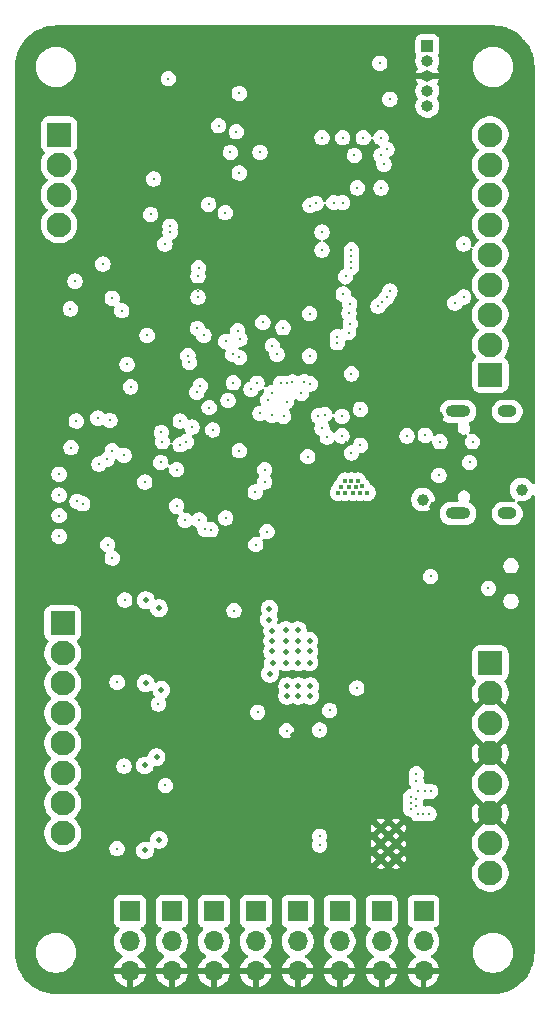
<source format=gbr>
%TF.GenerationSoftware,KiCad,Pcbnew,9.0.0*%
%TF.CreationDate,2025-04-29T18:34:20-04:00*%
%TF.ProjectId,Aurora Orbiton Edition,4175726f-7261-4204-9f72-6269746f6e20,rev?*%
%TF.SameCoordinates,Original*%
%TF.FileFunction,Copper,L3,Inr*%
%TF.FilePolarity,Positive*%
%FSLAX46Y46*%
G04 Gerber Fmt 4.6, Leading zero omitted, Abs format (unit mm)*
G04 Created by KiCad (PCBNEW 9.0.0) date 2025-04-29 18:34:20*
%MOMM*%
%LPD*%
G01*
G04 APERTURE LIST*
G04 Aperture macros list*
%AMRoundRect*
0 Rectangle with rounded corners*
0 $1 Rounding radius*
0 $2 $3 $4 $5 $6 $7 $8 $9 X,Y pos of 4 corners*
0 Add a 4 corners polygon primitive as box body*
4,1,4,$2,$3,$4,$5,$6,$7,$8,$9,$2,$3,0*
0 Add four circle primitives for the rounded corners*
1,1,$1+$1,$2,$3*
1,1,$1+$1,$4,$5*
1,1,$1+$1,$6,$7*
1,1,$1+$1,$8,$9*
0 Add four rect primitives between the rounded corners*
20,1,$1+$1,$2,$3,$4,$5,0*
20,1,$1+$1,$4,$5,$6,$7,0*
20,1,$1+$1,$6,$7,$8,$9,0*
20,1,$1+$1,$8,$9,$2,$3,0*%
G04 Aperture macros list end*
%TA.AperFunction,ComponentPad*%
%ADD10RoundRect,0.250001X-0.799999X0.799999X-0.799999X-0.799999X0.799999X-0.799999X0.799999X0.799999X0*%
%TD*%
%TA.AperFunction,ComponentPad*%
%ADD11C,2.100000*%
%TD*%
%TA.AperFunction,ComponentPad*%
%ADD12R,1.700000X1.700000*%
%TD*%
%TA.AperFunction,ComponentPad*%
%ADD13O,1.700000X1.700000*%
%TD*%
%TA.AperFunction,ComponentPad*%
%ADD14RoundRect,0.250001X0.799999X-0.799999X0.799999X0.799999X-0.799999X0.799999X-0.799999X-0.799999X0*%
%TD*%
%TA.AperFunction,ComponentPad*%
%ADD15R,1.000000X1.000000*%
%TD*%
%TA.AperFunction,ComponentPad*%
%ADD16O,1.000000X1.000000*%
%TD*%
%TA.AperFunction,HeatsinkPad*%
%ADD17O,2.100000X1.000000*%
%TD*%
%TA.AperFunction,HeatsinkPad*%
%ADD18O,1.600000X1.000000*%
%TD*%
%TA.AperFunction,ComponentPad*%
%ADD19C,0.630000*%
%TD*%
%TA.AperFunction,ViaPad*%
%ADD20C,0.400000*%
%TD*%
%TA.AperFunction,ViaPad*%
%ADD21C,0.300000*%
%TD*%
%TA.AperFunction,ViaPad*%
%ADD22C,1.000000*%
%TD*%
%TA.AperFunction,ViaPad*%
%ADD23C,0.500000*%
%TD*%
%TA.AperFunction,ViaPad*%
%ADD24C,1.500000*%
%TD*%
G04 APERTURE END LIST*
D10*
%TO.N,/PYRO1_V*%
%TO.C,J10*%
X129050000Y-99130000D03*
D11*
%TO.N,Net-(J10-Pin_2)*%
X129050000Y-101670000D03*
X129050000Y-104210000D03*
%TO.N,/PYRO2_V*%
X129050000Y-106750000D03*
%TO.N,/PYRO3_V*%
X129050000Y-109290000D03*
%TO.N,Net-(J10-Pin_6)*%
X129050000Y-111830000D03*
X129050000Y-114370000D03*
%TO.N,/PYRO4_V*%
X129050000Y-116910000D03*
%TD*%
D12*
%TO.N,/PWM7*%
%TO.C,M7*%
X156050000Y-123500000D03*
D13*
%TO.N,+8V*%
X156050000Y-126040000D03*
%TO.N,GND*%
X156050000Y-128580000D03*
%TD*%
D14*
%TO.N,/BREAK_SCK*%
%TO.C,J8*%
X165250000Y-78070000D03*
D11*
%TO.N,/BREAK_MISO*%
X165250000Y-75530000D03*
%TO.N,/BREAK_MOSI*%
X165250000Y-72990000D03*
%TO.N,/CS_BREAK1*%
X165250000Y-70450000D03*
%TO.N,/CS_BREAK2*%
X165250000Y-67910000D03*
%TO.N,/CS_BREAK3*%
X165250000Y-65370000D03*
%TO.N,/INT_BREAK1*%
X165250000Y-62830000D03*
%TO.N,/INT_BREAK2*%
X165250000Y-60290000D03*
%TO.N,/INT_BREAK3*%
X165250000Y-57750000D03*
%TD*%
D12*
%TO.N,/PWM2*%
%TO.C,M2*%
X138300000Y-123500000D03*
D13*
%TO.N,+8V*%
X138300000Y-126040000D03*
%TO.N,GND*%
X138300000Y-128580000D03*
%TD*%
D12*
%TO.N,/PWM4*%
%TO.C,M4*%
X145400000Y-123500000D03*
D13*
%TO.N,+8V*%
X145400000Y-126040000D03*
%TO.N,GND*%
X145400000Y-128580000D03*
%TD*%
D12*
%TO.N,/PWM5*%
%TO.C,M5*%
X148950000Y-123500000D03*
D13*
%TO.N,+8V*%
X148950000Y-126040000D03*
%TO.N,GND*%
X148950000Y-128580000D03*
%TD*%
D10*
%TO.N,/GPIO1*%
%TO.C,J4*%
X128750000Y-57750000D03*
D11*
%TO.N,/GPIO2*%
X128750000Y-60290000D03*
%TO.N,/GPIO3*%
X128750000Y-62830000D03*
%TO.N,/GPIO4*%
X128750000Y-65370000D03*
%TD*%
D12*
%TO.N,/PWM6*%
%TO.C,M6*%
X152500000Y-123500000D03*
D13*
%TO.N,+8V*%
X152500000Y-126040000D03*
%TO.N,GND*%
X152500000Y-128580000D03*
%TD*%
D15*
%TO.N,/SWCLK*%
%TO.C,J9*%
X159919076Y-50244481D03*
D16*
%TO.N,/SWDIO*%
X159919076Y-51514481D03*
%TO.N,GND*%
X159919076Y-52784481D03*
%TO.N,+3.3V*%
X159919076Y-54054481D03*
%TO.N,/BOOT0*%
X159919076Y-55324481D03*
%TD*%
D12*
%TO.N,/PWM3*%
%TO.C,M3*%
X141850000Y-123500000D03*
D13*
%TO.N,+8V*%
X141850000Y-126040000D03*
%TO.N,GND*%
X141850000Y-128580000D03*
%TD*%
D12*
%TO.N,/PWM1*%
%TO.C,M1*%
X134750000Y-123500000D03*
D13*
%TO.N,+8V*%
X134750000Y-126040000D03*
%TO.N,GND*%
X134750000Y-128580000D03*
%TD*%
D17*
%TO.N,Net-(J2-SHIELD)*%
%TO.C,J2*%
X162520000Y-89820000D03*
D18*
X166700000Y-89820000D03*
D17*
X162520000Y-81180000D03*
D18*
X166700000Y-81180000D03*
%TD*%
D12*
%TO.N,/PWM8*%
%TO.C,M8*%
X159600000Y-123500000D03*
D13*
%TO.N,+8V*%
X159600000Y-126040000D03*
%TO.N,GND*%
X159600000Y-128580000D03*
%TD*%
D10*
%TO.N,+BATT*%
%TO.C,J11*%
X165250000Y-102500000D03*
D11*
%TO.N,GND*%
X165250000Y-105040000D03*
%TO.N,+8V*%
X165250000Y-107580000D03*
%TO.N,GND*%
X165250000Y-110120000D03*
%TO.N,+3.3V*%
X165250000Y-112660000D03*
%TO.N,GND*%
X165250000Y-115200000D03*
%TO.N,/OUT1*%
X165250000Y-117740000D03*
%TO.N,/OUT2*%
X165250000Y-120280000D03*
%TD*%
D19*
%TO.N,GND*%
%TO.C,U8*%
X155976049Y-116471187D03*
X155976049Y-117771187D03*
X155976049Y-119071187D03*
X157276049Y-116471187D03*
X157276049Y-117771187D03*
X157276049Y-119071187D03*
%TD*%
D20*
%TO.N,+3.3V*%
X152950000Y-87050000D03*
X154400000Y-87500000D03*
D21*
X142850000Y-75250000D03*
X144000000Y-84500000D03*
X140500000Y-69700000D03*
X136500000Y-64500000D03*
X147200000Y-76350000D03*
X143250000Y-59250000D03*
D20*
X154050000Y-87050000D03*
D21*
X149800000Y-85000000D03*
D20*
X153500000Y-87050000D03*
X153650000Y-88050000D03*
X152650000Y-87550000D03*
D21*
X136200000Y-74750000D03*
X153500000Y-84700000D03*
D22*
X167900000Y-87800000D03*
D21*
X143050000Y-80250000D03*
X146150000Y-86100000D03*
X144000000Y-54250000D03*
X134501000Y-77200000D03*
X152300000Y-74850000D03*
X146150000Y-87150000D03*
D20*
X154850000Y-88050000D03*
X154200000Y-88050000D03*
D21*
X149250000Y-79650000D03*
X138000000Y-53000000D03*
X145350000Y-88000000D03*
X137500000Y-83750000D03*
X153500000Y-78000000D03*
D20*
X152350000Y-88050000D03*
X153250000Y-87550000D03*
D21*
X140700000Y-79000000D03*
X154250000Y-84050000D03*
X153350000Y-72050000D03*
D20*
X153850000Y-87550000D03*
D21*
X145750000Y-59250000D03*
D20*
X152950000Y-88050000D03*
D21*
X155900000Y-51700000D03*
X140550000Y-69000000D03*
X154250000Y-81000000D03*
X136750000Y-61500000D03*
X141750000Y-82750000D03*
X146750000Y-79600000D03*
X138700000Y-89200000D03*
X156750000Y-54750000D03*
X156000000Y-62250000D03*
D23*
%TO.N,GND*%
X157000000Y-101450000D03*
X128500000Y-95400000D03*
X149000000Y-106450000D03*
X128850000Y-120500000D03*
D20*
X148450000Y-92300000D03*
D21*
X127000000Y-88250000D03*
X161750000Y-92700000D03*
D22*
X160550000Y-89250000D03*
D21*
X164900000Y-92800000D03*
X157500000Y-56000000D03*
X145250000Y-85000000D03*
X141550000Y-119350000D03*
X141350000Y-84600000D03*
D23*
X128850000Y-122650000D03*
X157000000Y-100700000D03*
D21*
X148100000Y-111800000D03*
X157750000Y-109550000D03*
X133975000Y-75600000D03*
X151350000Y-111750000D03*
D23*
X128500000Y-93950000D03*
X129600000Y-120150000D03*
D21*
X143500000Y-66500000D03*
X139500000Y-59500000D03*
X141250000Y-61000000D03*
D23*
X130800000Y-95000000D03*
D21*
X128500000Y-79750000D03*
X145000000Y-54250000D03*
X157800000Y-108900000D03*
X166500000Y-86250000D03*
X162950000Y-109900000D03*
X138450000Y-98050000D03*
D23*
X148050000Y-106450000D03*
D21*
X143300000Y-103700000D03*
X160500000Y-105700000D03*
D23*
X129600000Y-121550000D03*
D24*
X133903000Y-106450000D03*
D21*
X155200000Y-81650000D03*
X159950000Y-105700000D03*
D23*
X130100000Y-96150000D03*
D21*
X157800000Y-106950000D03*
X142450000Y-102500000D03*
X136600000Y-80250000D03*
D23*
X128500000Y-96100000D03*
D21*
X133500000Y-53000000D03*
X138250000Y-115150000D03*
X149500000Y-54000000D03*
X160750000Y-94150000D03*
D20*
X148300000Y-92950000D03*
D21*
X141700000Y-113750000D03*
X151000000Y-56361500D03*
X159750000Y-81550000D03*
X162950000Y-109250000D03*
D23*
X130350000Y-120450000D03*
X129350000Y-95000000D03*
D21*
X141750000Y-106500000D03*
X151550000Y-115000000D03*
X146800000Y-83500000D03*
X157800000Y-105650000D03*
D23*
X130800000Y-94250000D03*
X128850000Y-121900000D03*
D21*
X127000000Y-91750000D03*
X160500000Y-106300000D03*
D20*
X146950000Y-93000000D03*
D21*
X138550000Y-105100000D03*
X138250000Y-108200000D03*
D24*
X131750000Y-112800000D03*
D21*
X140450000Y-72750000D03*
X161750000Y-92050000D03*
X157800000Y-108300000D03*
X127000000Y-90000000D03*
D20*
X147600000Y-93000000D03*
D21*
X138400000Y-94050000D03*
X162800000Y-112900000D03*
D24*
X135000000Y-120700000D03*
D21*
X158200000Y-81475000D03*
D23*
X128500000Y-94700000D03*
D21*
X139950000Y-78400000D03*
X152750000Y-56361500D03*
X162150000Y-109900000D03*
X143250000Y-82500000D03*
X143250000Y-110750000D03*
X162150000Y-110700000D03*
D23*
X128150000Y-121500000D03*
D21*
X161750000Y-91150000D03*
X157800000Y-107650000D03*
X149750000Y-83000000D03*
X149750000Y-111800000D03*
X137750000Y-59500000D03*
D20*
X149000000Y-92900000D03*
D21*
X146450000Y-111800000D03*
X150750000Y-79500000D03*
X163300000Y-105700000D03*
X143200000Y-117800000D03*
D23*
X129600000Y-120800000D03*
D20*
X149750000Y-92900000D03*
D21*
X162800000Y-113600000D03*
X160500000Y-105100000D03*
X143350000Y-96600000D03*
X149400000Y-88100000D03*
D20*
X147600000Y-93650000D03*
D21*
X135250000Y-83000000D03*
D23*
X128850000Y-119800000D03*
D21*
X153000000Y-65500000D03*
X162800000Y-114200000D03*
X161150000Y-109900000D03*
X143600000Y-104400000D03*
X156750000Y-63000000D03*
X159950000Y-106300000D03*
X138600000Y-112300000D03*
D23*
X130050000Y-94650000D03*
X130100000Y-95450000D03*
D22*
X160850000Y-81650000D03*
D21*
X161750000Y-91650000D03*
D20*
X148400000Y-91750000D03*
D21*
X160500000Y-106900000D03*
X157800000Y-106300000D03*
X161150000Y-109250000D03*
X140500000Y-70950000D03*
X155000000Y-78000000D03*
X141850000Y-98150000D03*
D23*
X149900000Y-106450000D03*
D21*
X153200000Y-111700000D03*
X158050000Y-111650000D03*
X152050000Y-76500000D03*
X134750000Y-74000000D03*
X163200000Y-95950000D03*
X161300000Y-94150000D03*
D23*
X129650000Y-122350000D03*
D21*
X160700000Y-92500000D03*
X133600000Y-76450000D03*
X153000000Y-83750000D03*
D20*
X148250000Y-93650000D03*
D21*
X161750000Y-93800000D03*
D23*
X128150000Y-122250000D03*
D21*
X161750000Y-93300000D03*
X155750000Y-63750000D03*
X141300000Y-82200000D03*
D23*
X130350000Y-121200000D03*
D21*
X162050000Y-95350000D03*
D23*
X148550000Y-108600000D03*
D21*
X161150000Y-110700000D03*
D23*
X130850000Y-95750000D03*
X128150000Y-120100000D03*
X130050000Y-93900000D03*
D21*
X161250000Y-92500000D03*
D23*
X130350000Y-121950000D03*
X128850000Y-121150000D03*
D21*
X138350000Y-101100000D03*
D23*
X129350000Y-93650000D03*
D21*
X149700000Y-87250000D03*
D23*
X129350000Y-94300000D03*
X128150000Y-120800000D03*
D21*
X162150000Y-109250000D03*
D23*
X156250000Y-101450000D03*
D20*
X147000000Y-93650000D03*
D21*
X136100000Y-66500000D03*
X157350000Y-111650000D03*
X136450000Y-63300000D03*
X162800000Y-112300000D03*
X159950000Y-105100000D03*
D24*
X131750000Y-102250000D03*
D21*
X141350000Y-83250000D03*
X142550000Y-72250000D03*
X142500000Y-59000000D03*
X138650000Y-119400000D03*
X142850000Y-74250000D03*
X134300000Y-69850000D03*
X163300000Y-105100000D03*
X127000000Y-86500000D03*
D23*
X156250000Y-100700000D03*
D21*
X142750000Y-99500000D03*
X154400000Y-79650000D03*
X154500000Y-56361500D03*
D23*
X129350000Y-96500000D03*
D21*
X131150000Y-83950000D03*
X159950000Y-106900000D03*
D23*
X129350000Y-95800000D03*
D21*
%TO.N,/LOAD*%
X140400000Y-79550000D03*
X142850000Y-90200000D03*
X145550000Y-106650000D03*
D23*
%TO.N,+8V*%
X146850000Y-102500000D03*
X146800000Y-100600000D03*
X148950000Y-101500000D03*
D21*
X159100000Y-115250000D03*
X146350000Y-91350000D03*
X159000000Y-112500000D03*
X159000000Y-111850000D03*
D23*
X136000000Y-118350000D03*
X147950000Y-102450000D03*
D21*
X160050000Y-115250000D03*
D23*
X137400000Y-104750000D03*
D21*
X158500000Y-114300000D03*
D23*
X149950000Y-102450000D03*
X149950000Y-100600000D03*
X146500000Y-98800000D03*
D21*
X158500000Y-113800000D03*
X158500000Y-114850000D03*
D23*
X136075000Y-97150000D03*
X148950000Y-99700000D03*
X146800000Y-99750000D03*
X137200000Y-97850000D03*
X136075000Y-104200000D03*
X147950000Y-101550000D03*
X137000000Y-110450000D03*
D21*
X159700000Y-113350000D03*
D23*
X146800000Y-101500000D03*
X149000000Y-102450000D03*
D21*
X158950000Y-114600000D03*
D23*
X147950000Y-100650000D03*
X147950000Y-99700000D03*
X137200000Y-117450000D03*
X136000000Y-111150000D03*
D21*
X159550000Y-115250000D03*
X159150000Y-113350000D03*
D23*
X146550000Y-97900000D03*
D21*
X158950000Y-114000000D03*
X146000000Y-73650000D03*
D23*
X149950000Y-101500000D03*
D21*
X160200000Y-113350000D03*
D23*
X146600000Y-103400000D03*
X149000000Y-100600000D03*
D21*
%TO.N,/NRST*%
X130200000Y-82000000D03*
X129750000Y-84250000D03*
%TO.N,/PWM1*%
X147500000Y-78800000D03*
%TO.N,/PWM2*%
X148500000Y-78700000D03*
%TO.N,/PWM3*%
X149500000Y-78650000D03*
%TO.N,/PWM4*%
X150000000Y-78850000D03*
%TO.N,/PWM5*%
X155750000Y-72250000D03*
%TO.N,/PWM6*%
X156125000Y-71875000D03*
%TO.N,/PWM7*%
X156500000Y-71500000D03*
%TO.N,/PWM8*%
X156750000Y-71000000D03*
%TO.N,/BOOT0*%
X144000000Y-61000000D03*
%TO.N,/GPS_SCL*%
X142250000Y-57000000D03*
X143750000Y-57500000D03*
%TO.N,/CS_BMP*%
X152700000Y-81600000D03*
X152700000Y-83250000D03*
%TO.N,/CS_FLASH*%
X144000000Y-76600000D03*
X153400000Y-73750000D03*
X144050000Y-75050000D03*
%TO.N,/CS_SD*%
X153300000Y-72850000D03*
X149950000Y-76500000D03*
X149950000Y-72900000D03*
%TO.N,/PY1_CONT*%
X134300000Y-97150000D03*
X133250000Y-93600000D03*
%TO.N,/PY2_CONT*%
X132850000Y-92450000D03*
X133662500Y-104112500D03*
%TO.N,/PY1_EN*%
X143550000Y-98050000D03*
X137700000Y-67000000D03*
X134250000Y-84900000D03*
X132450000Y-68700000D03*
X145400000Y-92450000D03*
X130100000Y-70150000D03*
%TO.N,Net-(D11-A)*%
X154500000Y-58000000D03*
D23*
%TO.N,Net-(IC1-IN_1)*%
X148050000Y-104450000D03*
X150000000Y-104450000D03*
X149000000Y-105250000D03*
X149000000Y-104450000D03*
X150000000Y-105250000D03*
X148050000Y-105250000D03*
D21*
%TO.N,/PY2_EN*%
X133250000Y-71600000D03*
X137150000Y-105950000D03*
X129700000Y-72500000D03*
X132800000Y-85250000D03*
X136000000Y-87150000D03*
X134050000Y-72650000D03*
%TO.N,Net-(SW1-A)*%
X153950000Y-104600000D03*
%TO.N,VBUS*%
X160200000Y-95150000D03*
D22*
X159550000Y-88650000D03*
D21*
%TO.N,/PY1_LED*%
X132125000Y-85625000D03*
%TO.N,Net-(D5-A)*%
X128750000Y-86500000D03*
%TO.N,/PY2_LED*%
X142810002Y-64350000D03*
X141400000Y-63650000D03*
X133250000Y-84500000D03*
%TO.N,/PY3_LED*%
X130750000Y-89000000D03*
X141000000Y-74750000D03*
X139770869Y-77020869D03*
%TO.N,Net-(D6-A)*%
X128750000Y-88250000D03*
%TO.N,Net-(D7-A)*%
X128750000Y-90000000D03*
%TO.N,/PY4_LED*%
X130269000Y-88800763D03*
X140450000Y-74150000D03*
X139650000Y-76450000D03*
%TO.N,/PY3_CONT*%
X132025000Y-81750000D03*
X134250000Y-111200000D03*
%TO.N,/PY4_CONT*%
X133042032Y-81942032D03*
X133650000Y-118200000D03*
%TO.N,/PY3_EN*%
X134800000Y-79100000D03*
X137750000Y-112850000D03*
%TO.N,/PY4_EN*%
X140619000Y-90381000D03*
X139400000Y-90400000D03*
%TO.N,Net-(D8-A)*%
X128750000Y-91750000D03*
%TO.N,/LED_R*%
X152000000Y-63500000D03*
%TO.N,/LED_G*%
X152750000Y-63500000D03*
%TO.N,Net-(D9-A)*%
X151000000Y-58000000D03*
%TO.N,Net-(D10-A)*%
X152750000Y-58000000D03*
%TO.N,/LED_B*%
X154000000Y-62250000D03*
%TO.N,/BUZZER*%
X153000000Y-69750000D03*
%TO.N,/INT_BREAK3*%
X156000000Y-58000000D03*
%TO.N,/GPIO2*%
X153500000Y-68000000D03*
%TO.N,/BREAK_MISO*%
X151000000Y-66000000D03*
%TO.N,/DATA_SCK*%
X152300000Y-75365000D03*
%TO.N,/SENS_MISO*%
X139000000Y-84000000D03*
X151000000Y-82600000D03*
X146754838Y-81504838D03*
X139000000Y-82000000D03*
X150700000Y-81549998D03*
%TO.N,/DATA_MOSI*%
X147700000Y-74095000D03*
X153250000Y-74500000D03*
X146800000Y-75600000D03*
%TO.N,Net-(IC1-OVLO)*%
X148000000Y-108200000D03*
X150800000Y-108150000D03*
%TO.N,/CS_BREAK3*%
X156000000Y-59500000D03*
%TO.N,/BREAK_MOSI*%
X151000000Y-67500000D03*
X162250000Y-72000000D03*
%TO.N,/CS_BREAK2*%
X150500000Y-63569763D03*
%TO.N,/INT_BREAK2*%
X153750000Y-59500000D03*
%TO.N,/CS_BREAK1*%
X150000000Y-63750000D03*
%TO.N,/GPIO1*%
X153500000Y-67500000D03*
%TO.N,/INT_IMU_G*%
X140000000Y-82500000D03*
X145500000Y-78800000D03*
%TO.N,/INT_IMU_A*%
X141450000Y-80850000D03*
X145000000Y-79300000D03*
%TO.N,/INT_BMP*%
X148000000Y-78800000D03*
X151450000Y-83350000D03*
X151250000Y-81450000D03*
X148000000Y-80350000D03*
%TO.N,/GPIO4*%
X153500000Y-69000000D03*
%TO.N,/GPIO3*%
X153500000Y-68500000D03*
%TO.N,/DATA_MISO*%
X143859881Y-74359881D03*
X143450000Y-76350000D03*
X152800000Y-71250000D03*
%TO.N,/SENS_MOSI*%
X139500000Y-83750000D03*
X143500000Y-78750000D03*
X138700000Y-86100000D03*
X147750000Y-81600000D03*
%TO.N,/USB_M*%
X163750000Y-83750000D03*
X163500000Y-85500000D03*
%TO.N,/DC_IN1*%
X141600000Y-91200000D03*
X138150000Y-66000000D03*
X150800000Y-117150000D03*
%TO.N,/INT_BREAK1*%
X156500000Y-59000000D03*
%TO.N,/BREAK_SCK*%
X163000000Y-67000000D03*
X163000000Y-71500000D03*
X156250000Y-60250000D03*
%TO.N,/INT_HIG*%
X145750000Y-81350000D03*
X146400000Y-80200000D03*
%TO.N,/SENS_SCK*%
X137400000Y-82950000D03*
X137350000Y-85500000D03*
%TO.N,/DC_IN2*%
X150800000Y-117900000D03*
X138150000Y-65500000D03*
X141100000Y-91150000D03*
%TO.N,Net-(J2-CC1)*%
X160900000Y-86600000D03*
X158200000Y-83250000D03*
%TO.N,Net-(J2-CC2)*%
X161000000Y-83750000D03*
X159750000Y-83200000D03*
%TO.N,/VBAT_MEASURED*%
X140500000Y-71500000D03*
%TO.N,/EN*%
X165100000Y-96150000D03*
X151650000Y-106500000D03*
%TD*%
%TA.AperFunction,Conductor*%
%TO.N,GND*%
G36*
X165503032Y-48500648D02*
G01*
X165806846Y-48515574D01*
X165813661Y-48516099D01*
X165882848Y-48523371D01*
X165887986Y-48524022D01*
X166153502Y-48563408D01*
X166161000Y-48564760D01*
X166223686Y-48578084D01*
X166227890Y-48579056D01*
X166494442Y-48645824D01*
X166502604Y-48648170D01*
X166553306Y-48664644D01*
X166556660Y-48665788D01*
X166826065Y-48762184D01*
X166834686Y-48765639D01*
X166865509Y-48779362D01*
X166868053Y-48780530D01*
X167144156Y-48911117D01*
X167154876Y-48916847D01*
X167283431Y-48993900D01*
X167438988Y-49087137D01*
X167449103Y-49093895D01*
X167660112Y-49250390D01*
X167715170Y-49291224D01*
X167724576Y-49298944D01*
X167970013Y-49521395D01*
X167978604Y-49529986D01*
X168129622Y-49696609D01*
X168201055Y-49775423D01*
X168208775Y-49784829D01*
X168406102Y-50050893D01*
X168412862Y-50061011D01*
X168583144Y-50345110D01*
X168588881Y-50355842D01*
X168719468Y-50631945D01*
X168720652Y-50634525D01*
X168734349Y-50665288D01*
X168737821Y-50673950D01*
X168834185Y-50943267D01*
X168835365Y-50946725D01*
X168851827Y-50997391D01*
X168854180Y-51005578D01*
X168920926Y-51272042D01*
X168921932Y-51276391D01*
X168935229Y-51338948D01*
X168936597Y-51346535D01*
X168975970Y-51611968D01*
X168976633Y-51617201D01*
X168983896Y-51686305D01*
X168984426Y-51693181D01*
X168999351Y-51996967D01*
X168999500Y-52003052D01*
X168999500Y-87235891D01*
X168979815Y-87302930D01*
X168927011Y-87348685D01*
X168857853Y-87358629D01*
X168794297Y-87329604D01*
X168772398Y-87304782D01*
X168677139Y-87162218D01*
X168677136Y-87162214D01*
X168537785Y-87022863D01*
X168537781Y-87022860D01*
X168373920Y-86913371D01*
X168373907Y-86913364D01*
X168191839Y-86837950D01*
X168191829Y-86837947D01*
X167998543Y-86799500D01*
X167998541Y-86799500D01*
X167801459Y-86799500D01*
X167801457Y-86799500D01*
X167608170Y-86837947D01*
X167608160Y-86837950D01*
X167426092Y-86913364D01*
X167426079Y-86913371D01*
X167262218Y-87022860D01*
X167262214Y-87022863D01*
X167122863Y-87162214D01*
X167122860Y-87162218D01*
X167013371Y-87326079D01*
X167013364Y-87326092D01*
X166937950Y-87508160D01*
X166937947Y-87508170D01*
X166899500Y-87701456D01*
X166899500Y-87701459D01*
X166899500Y-87898541D01*
X166899500Y-87898543D01*
X166899499Y-87898543D01*
X166937947Y-88091829D01*
X166937950Y-88091839D01*
X167013364Y-88273907D01*
X167013371Y-88273920D01*
X167122860Y-88437781D01*
X167122863Y-88437785D01*
X167262215Y-88577137D01*
X167262218Y-88577139D01*
X167329735Y-88622252D01*
X167374539Y-88675863D01*
X167383247Y-88745188D01*
X167353093Y-88808216D01*
X167293650Y-88844935D01*
X167236653Y-88846971D01*
X167098545Y-88819500D01*
X167098541Y-88819500D01*
X166301459Y-88819500D01*
X166301457Y-88819500D01*
X166108170Y-88857947D01*
X166108160Y-88857950D01*
X165926092Y-88933364D01*
X165926079Y-88933371D01*
X165762218Y-89042860D01*
X165762214Y-89042863D01*
X165622863Y-89182214D01*
X165622860Y-89182218D01*
X165513371Y-89346079D01*
X165513364Y-89346092D01*
X165437950Y-89528160D01*
X165437947Y-89528170D01*
X165399500Y-89721456D01*
X165399500Y-89721459D01*
X165399500Y-89918541D01*
X165399500Y-89918543D01*
X165399499Y-89918543D01*
X165437947Y-90111829D01*
X165437950Y-90111839D01*
X165513364Y-90293907D01*
X165513371Y-90293920D01*
X165622860Y-90457781D01*
X165622863Y-90457785D01*
X165762214Y-90597136D01*
X165762218Y-90597139D01*
X165926079Y-90706628D01*
X165926092Y-90706635D01*
X166102849Y-90779849D01*
X166108165Y-90782051D01*
X166108169Y-90782051D01*
X166108170Y-90782052D01*
X166301456Y-90820500D01*
X166301459Y-90820500D01*
X167098543Y-90820500D01*
X167234614Y-90793433D01*
X167291835Y-90782051D01*
X167473914Y-90706632D01*
X167637782Y-90597139D01*
X167777139Y-90457782D01*
X167886632Y-90293914D01*
X167962051Y-90111835D01*
X167982257Y-90010255D01*
X168000500Y-89918543D01*
X168000500Y-89721456D01*
X167962052Y-89528170D01*
X167962051Y-89528169D01*
X167962051Y-89528165D01*
X167948200Y-89494726D01*
X167886635Y-89346092D01*
X167886628Y-89346079D01*
X167777139Y-89182218D01*
X167777136Y-89182214D01*
X167637784Y-89042862D01*
X167605953Y-89021593D01*
X167570264Y-88997747D01*
X167525459Y-88944135D01*
X167516752Y-88874811D01*
X167546906Y-88811783D01*
X167606349Y-88775063D01*
X167663346Y-88773028D01*
X167801454Y-88800499D01*
X167801457Y-88800500D01*
X167801459Y-88800500D01*
X167998543Y-88800500D01*
X168128582Y-88774632D01*
X168191835Y-88762051D01*
X168354378Y-88694724D01*
X168373907Y-88686635D01*
X168373907Y-88686634D01*
X168373914Y-88686632D01*
X168537782Y-88577139D01*
X168677139Y-88437782D01*
X168711676Y-88386094D01*
X168772398Y-88295217D01*
X168826010Y-88250412D01*
X168895335Y-88241705D01*
X168958362Y-88271859D01*
X168995082Y-88331302D01*
X168999500Y-88364108D01*
X168999500Y-126996947D01*
X168999351Y-127003032D01*
X168984426Y-127306817D01*
X168983896Y-127313693D01*
X168976633Y-127382797D01*
X168975970Y-127388030D01*
X168936597Y-127653463D01*
X168935229Y-127661050D01*
X168921932Y-127723607D01*
X168920926Y-127727956D01*
X168854180Y-127994420D01*
X168851827Y-128002607D01*
X168835365Y-128053273D01*
X168834185Y-128056731D01*
X168737821Y-128326048D01*
X168734349Y-128334710D01*
X168720652Y-128365473D01*
X168719468Y-128368053D01*
X168588882Y-128644153D01*
X168583146Y-128654884D01*
X168412861Y-128938990D01*
X168406100Y-128949109D01*
X168208775Y-129215170D01*
X168201055Y-129224576D01*
X167978611Y-129470006D01*
X167970006Y-129478611D01*
X167724576Y-129701055D01*
X167715170Y-129708775D01*
X167449109Y-129906100D01*
X167438990Y-129912861D01*
X167154884Y-130083146D01*
X167144153Y-130088882D01*
X166868053Y-130219468D01*
X166865473Y-130220652D01*
X166834710Y-130234349D01*
X166826048Y-130237821D01*
X166556731Y-130334185D01*
X166553273Y-130335365D01*
X166502607Y-130351827D01*
X166494420Y-130354180D01*
X166227956Y-130420926D01*
X166223607Y-130421932D01*
X166161050Y-130435229D01*
X166153463Y-130436597D01*
X165888030Y-130475970D01*
X165882797Y-130476633D01*
X165813693Y-130483896D01*
X165806817Y-130484426D01*
X165503033Y-130499351D01*
X165496948Y-130499500D01*
X128503052Y-130499500D01*
X128496967Y-130499351D01*
X128193181Y-130484426D01*
X128186305Y-130483896D01*
X128117201Y-130476633D01*
X128111968Y-130475970D01*
X127846535Y-130436597D01*
X127838948Y-130435229D01*
X127776391Y-130421932D01*
X127772042Y-130420926D01*
X127505578Y-130354180D01*
X127497391Y-130351827D01*
X127446725Y-130335365D01*
X127443267Y-130334185D01*
X127173950Y-130237821D01*
X127165288Y-130234349D01*
X127134525Y-130220652D01*
X127131945Y-130219468D01*
X126855842Y-130088881D01*
X126845110Y-130083144D01*
X126561011Y-129912862D01*
X126550893Y-129906102D01*
X126284829Y-129708775D01*
X126275423Y-129701055D01*
X126174658Y-129609727D01*
X126029986Y-129478604D01*
X126021395Y-129470013D01*
X125798944Y-129224576D01*
X125791224Y-129215170D01*
X125593897Y-128949106D01*
X125587137Y-128938988D01*
X125416847Y-128654876D01*
X125411117Y-128644156D01*
X125280530Y-128368053D01*
X125279346Y-128365473D01*
X125265639Y-128334686D01*
X125262184Y-128326065D01*
X125165788Y-128056660D01*
X125164644Y-128053306D01*
X125148170Y-128002604D01*
X125145824Y-127994442D01*
X125079056Y-127727890D01*
X125078084Y-127723686D01*
X125064760Y-127661000D01*
X125063408Y-127653502D01*
X125024022Y-127387986D01*
X125023371Y-127382848D01*
X125016099Y-127313661D01*
X125015574Y-127306846D01*
X125000649Y-127003032D01*
X125000500Y-126996948D01*
X125000500Y-126888549D01*
X126799500Y-126888549D01*
X126799500Y-127111450D01*
X126799501Y-127111466D01*
X126828594Y-127332452D01*
X126828595Y-127332457D01*
X126828596Y-127332463D01*
X126886290Y-127547780D01*
X126886293Y-127547790D01*
X126971593Y-127753722D01*
X126971595Y-127753726D01*
X127083052Y-127946774D01*
X127083057Y-127946780D01*
X127083058Y-127946782D01*
X127218751Y-128123622D01*
X127218757Y-128123629D01*
X127376370Y-128281242D01*
X127376377Y-128281248D01*
X127486142Y-128365473D01*
X127553226Y-128416948D01*
X127746274Y-128528405D01*
X127952219Y-128613710D01*
X128167537Y-128671404D01*
X128388543Y-128700500D01*
X128388550Y-128700500D01*
X128611450Y-128700500D01*
X128611457Y-128700500D01*
X128832463Y-128671404D01*
X129047781Y-128613710D01*
X129253726Y-128528405D01*
X129446774Y-128416948D01*
X129623624Y-128281247D01*
X129781247Y-128123624D01*
X129916948Y-127946774D01*
X130028405Y-127753726D01*
X130113710Y-127547781D01*
X130171404Y-127332463D01*
X130200500Y-127111457D01*
X130200500Y-126888543D01*
X130171404Y-126667537D01*
X130113710Y-126452219D01*
X130028405Y-126246274D01*
X129916948Y-126053226D01*
X129781247Y-125876376D01*
X129781242Y-125876370D01*
X129623629Y-125718757D01*
X129623622Y-125718751D01*
X129446782Y-125583058D01*
X129446780Y-125583057D01*
X129446774Y-125583052D01*
X129253726Y-125471595D01*
X129253722Y-125471593D01*
X129047790Y-125386293D01*
X129047783Y-125386291D01*
X129047781Y-125386290D01*
X128832463Y-125328596D01*
X128832457Y-125328595D01*
X128832452Y-125328594D01*
X128611466Y-125299501D01*
X128611463Y-125299500D01*
X128611457Y-125299500D01*
X128388543Y-125299500D01*
X128388537Y-125299500D01*
X128388533Y-125299501D01*
X128167547Y-125328594D01*
X128167540Y-125328595D01*
X128167537Y-125328596D01*
X127952219Y-125386290D01*
X127952209Y-125386293D01*
X127746277Y-125471593D01*
X127746273Y-125471595D01*
X127553226Y-125583052D01*
X127553217Y-125583058D01*
X127376377Y-125718751D01*
X127376370Y-125718757D01*
X127218757Y-125876370D01*
X127218751Y-125876377D01*
X127083058Y-126053217D01*
X127083052Y-126053226D01*
X126971595Y-126246273D01*
X126971593Y-126246277D01*
X126886293Y-126452209D01*
X126886290Y-126452219D01*
X126828597Y-126667534D01*
X126828594Y-126667547D01*
X126799501Y-126888533D01*
X126799500Y-126888549D01*
X125000500Y-126888549D01*
X125000500Y-122602135D01*
X133399500Y-122602135D01*
X133399500Y-124397870D01*
X133399501Y-124397876D01*
X133405908Y-124457483D01*
X133456202Y-124592328D01*
X133456206Y-124592335D01*
X133542452Y-124707544D01*
X133542455Y-124707547D01*
X133657664Y-124793793D01*
X133657671Y-124793797D01*
X133789082Y-124842810D01*
X133845016Y-124884681D01*
X133869433Y-124950145D01*
X133854582Y-125018418D01*
X133833431Y-125046673D01*
X133719889Y-125160215D01*
X133594951Y-125332179D01*
X133498444Y-125521585D01*
X133432753Y-125723760D01*
X133408582Y-125876370D01*
X133399500Y-125933713D01*
X133399500Y-126146287D01*
X133432754Y-126356243D01*
X133463935Y-126452209D01*
X133498444Y-126558414D01*
X133594951Y-126747820D01*
X133719890Y-126919786D01*
X133870213Y-127070109D01*
X134042179Y-127195048D01*
X134042181Y-127195049D01*
X134042184Y-127195051D01*
X134051493Y-127199794D01*
X134102290Y-127247766D01*
X134119087Y-127315587D01*
X134096552Y-127381722D01*
X134051502Y-127420762D01*
X134042443Y-127425378D01*
X133870540Y-127550272D01*
X133870535Y-127550276D01*
X133720276Y-127700535D01*
X133720272Y-127700540D01*
X133595379Y-127872442D01*
X133498904Y-128061782D01*
X133433242Y-128263870D01*
X133433242Y-128263873D01*
X133422769Y-128330000D01*
X134316988Y-128330000D01*
X134284075Y-128387007D01*
X134250000Y-128514174D01*
X134250000Y-128645826D01*
X134284075Y-128772993D01*
X134316988Y-128830000D01*
X133422769Y-128830000D01*
X133433242Y-128896126D01*
X133433242Y-128896129D01*
X133498904Y-129098217D01*
X133595379Y-129287557D01*
X133720272Y-129459459D01*
X133720276Y-129459464D01*
X133870535Y-129609723D01*
X133870540Y-129609727D01*
X134042442Y-129734620D01*
X134231782Y-129831095D01*
X134433871Y-129896757D01*
X134500000Y-129907231D01*
X134500000Y-129013012D01*
X134557007Y-129045925D01*
X134684174Y-129080000D01*
X134815826Y-129080000D01*
X134942993Y-129045925D01*
X135000000Y-129013012D01*
X135000000Y-129907230D01*
X135066126Y-129896757D01*
X135066129Y-129896757D01*
X135268217Y-129831095D01*
X135457557Y-129734620D01*
X135629459Y-129609727D01*
X135629464Y-129609723D01*
X135779723Y-129459464D01*
X135779727Y-129459459D01*
X135904620Y-129287557D01*
X136001095Y-129098217D01*
X136066757Y-128896129D01*
X136066757Y-128896126D01*
X136077231Y-128830000D01*
X135183012Y-128830000D01*
X135215925Y-128772993D01*
X135250000Y-128645826D01*
X135250000Y-128514174D01*
X135215925Y-128387007D01*
X135183012Y-128330000D01*
X136077231Y-128330000D01*
X136066757Y-128263873D01*
X136066757Y-128263870D01*
X136001095Y-128061782D01*
X135904620Y-127872442D01*
X135779727Y-127700540D01*
X135779723Y-127700535D01*
X135629464Y-127550276D01*
X135629459Y-127550272D01*
X135457555Y-127425377D01*
X135448500Y-127420763D01*
X135397706Y-127372788D01*
X135380912Y-127304966D01*
X135403451Y-127238832D01*
X135448508Y-127199793D01*
X135457816Y-127195051D01*
X135572884Y-127111450D01*
X135629786Y-127070109D01*
X135629788Y-127070106D01*
X135629792Y-127070104D01*
X135780104Y-126919792D01*
X135780106Y-126919788D01*
X135780109Y-126919786D01*
X135905048Y-126747820D01*
X135905049Y-126747819D01*
X135905051Y-126747816D01*
X136001557Y-126558412D01*
X136067246Y-126356243D01*
X136100500Y-126146287D01*
X136100500Y-125933713D01*
X136067246Y-125723757D01*
X136001557Y-125521588D01*
X135905051Y-125332184D01*
X135905049Y-125332181D01*
X135905048Y-125332179D01*
X135780109Y-125160213D01*
X135666569Y-125046673D01*
X135633084Y-124985350D01*
X135638068Y-124915658D01*
X135679940Y-124859725D01*
X135710915Y-124842810D01*
X135842331Y-124793796D01*
X135957546Y-124707546D01*
X136043796Y-124592331D01*
X136094091Y-124457483D01*
X136100500Y-124397873D01*
X136100499Y-122602135D01*
X136949500Y-122602135D01*
X136949500Y-124397870D01*
X136949501Y-124397876D01*
X136955908Y-124457483D01*
X137006202Y-124592328D01*
X137006206Y-124592335D01*
X137092452Y-124707544D01*
X137092455Y-124707547D01*
X137207664Y-124793793D01*
X137207671Y-124793797D01*
X137339082Y-124842810D01*
X137395016Y-124884681D01*
X137419433Y-124950145D01*
X137404582Y-125018418D01*
X137383431Y-125046673D01*
X137269889Y-125160215D01*
X137144951Y-125332179D01*
X137048444Y-125521585D01*
X136982753Y-125723760D01*
X136958582Y-125876370D01*
X136949500Y-125933713D01*
X136949500Y-126146287D01*
X136982754Y-126356243D01*
X137013935Y-126452209D01*
X137048444Y-126558414D01*
X137144951Y-126747820D01*
X137269890Y-126919786D01*
X137420213Y-127070109D01*
X137592179Y-127195048D01*
X137592181Y-127195049D01*
X137592184Y-127195051D01*
X137601493Y-127199794D01*
X137652290Y-127247766D01*
X137669087Y-127315587D01*
X137646552Y-127381722D01*
X137601502Y-127420762D01*
X137592443Y-127425378D01*
X137420540Y-127550272D01*
X137420535Y-127550276D01*
X137270276Y-127700535D01*
X137270272Y-127700540D01*
X137145379Y-127872442D01*
X137048904Y-128061782D01*
X136983242Y-128263870D01*
X136983242Y-128263873D01*
X136972769Y-128330000D01*
X137866988Y-128330000D01*
X137834075Y-128387007D01*
X137800000Y-128514174D01*
X137800000Y-128645826D01*
X137834075Y-128772993D01*
X137866988Y-128830000D01*
X136972769Y-128830000D01*
X136983242Y-128896126D01*
X136983242Y-128896129D01*
X137048904Y-129098217D01*
X137145379Y-129287557D01*
X137270272Y-129459459D01*
X137270276Y-129459464D01*
X137420535Y-129609723D01*
X137420540Y-129609727D01*
X137592442Y-129734620D01*
X137781782Y-129831095D01*
X137983871Y-129896757D01*
X138050000Y-129907231D01*
X138050000Y-129013012D01*
X138107007Y-129045925D01*
X138234174Y-129080000D01*
X138365826Y-129080000D01*
X138492993Y-129045925D01*
X138550000Y-129013012D01*
X138550000Y-129907230D01*
X138616126Y-129896757D01*
X138616129Y-129896757D01*
X138818217Y-129831095D01*
X139007557Y-129734620D01*
X139179459Y-129609727D01*
X139179464Y-129609723D01*
X139329723Y-129459464D01*
X139329727Y-129459459D01*
X139454620Y-129287557D01*
X139551095Y-129098217D01*
X139616757Y-128896129D01*
X139616757Y-128896126D01*
X139627231Y-128830000D01*
X138733012Y-128830000D01*
X138765925Y-128772993D01*
X138800000Y-128645826D01*
X138800000Y-128514174D01*
X138765925Y-128387007D01*
X138733012Y-128330000D01*
X139627231Y-128330000D01*
X139616757Y-128263873D01*
X139616757Y-128263870D01*
X139551095Y-128061782D01*
X139454620Y-127872442D01*
X139329727Y-127700540D01*
X139329723Y-127700535D01*
X139179464Y-127550276D01*
X139179459Y-127550272D01*
X139007555Y-127425377D01*
X138998500Y-127420763D01*
X138947706Y-127372788D01*
X138930912Y-127304966D01*
X138953451Y-127238832D01*
X138998508Y-127199793D01*
X139007816Y-127195051D01*
X139122884Y-127111450D01*
X139179786Y-127070109D01*
X139179788Y-127070106D01*
X139179792Y-127070104D01*
X139330104Y-126919792D01*
X139330106Y-126919788D01*
X139330109Y-126919786D01*
X139455048Y-126747820D01*
X139455049Y-126747819D01*
X139455051Y-126747816D01*
X139551557Y-126558412D01*
X139617246Y-126356243D01*
X139650500Y-126146287D01*
X139650500Y-125933713D01*
X139617246Y-125723757D01*
X139551557Y-125521588D01*
X139455051Y-125332184D01*
X139455049Y-125332181D01*
X139455048Y-125332179D01*
X139330109Y-125160213D01*
X139216569Y-125046673D01*
X139183084Y-124985350D01*
X139188068Y-124915658D01*
X139229940Y-124859725D01*
X139260915Y-124842810D01*
X139392331Y-124793796D01*
X139507546Y-124707546D01*
X139593796Y-124592331D01*
X139644091Y-124457483D01*
X139650500Y-124397873D01*
X139650499Y-122602135D01*
X140499500Y-122602135D01*
X140499500Y-124397870D01*
X140499501Y-124397876D01*
X140505908Y-124457483D01*
X140556202Y-124592328D01*
X140556206Y-124592335D01*
X140642452Y-124707544D01*
X140642455Y-124707547D01*
X140757664Y-124793793D01*
X140757671Y-124793797D01*
X140889082Y-124842810D01*
X140945016Y-124884681D01*
X140969433Y-124950145D01*
X140954582Y-125018418D01*
X140933431Y-125046673D01*
X140819889Y-125160215D01*
X140694951Y-125332179D01*
X140598444Y-125521585D01*
X140532753Y-125723760D01*
X140508582Y-125876370D01*
X140499500Y-125933713D01*
X140499500Y-126146287D01*
X140532754Y-126356243D01*
X140563935Y-126452209D01*
X140598444Y-126558414D01*
X140694951Y-126747820D01*
X140819890Y-126919786D01*
X140970213Y-127070109D01*
X141142179Y-127195048D01*
X141142181Y-127195049D01*
X141142184Y-127195051D01*
X141151493Y-127199794D01*
X141202290Y-127247766D01*
X141219087Y-127315587D01*
X141196552Y-127381722D01*
X141151502Y-127420762D01*
X141142443Y-127425378D01*
X140970540Y-127550272D01*
X140970535Y-127550276D01*
X140820276Y-127700535D01*
X140820272Y-127700540D01*
X140695379Y-127872442D01*
X140598904Y-128061782D01*
X140533242Y-128263870D01*
X140533242Y-128263873D01*
X140522769Y-128330000D01*
X141416988Y-128330000D01*
X141384075Y-128387007D01*
X141350000Y-128514174D01*
X141350000Y-128645826D01*
X141384075Y-128772993D01*
X141416988Y-128830000D01*
X140522769Y-128830000D01*
X140533242Y-128896126D01*
X140533242Y-128896129D01*
X140598904Y-129098217D01*
X140695379Y-129287557D01*
X140820272Y-129459459D01*
X140820276Y-129459464D01*
X140970535Y-129609723D01*
X140970540Y-129609727D01*
X141142442Y-129734620D01*
X141331782Y-129831095D01*
X141533871Y-129896757D01*
X141600000Y-129907231D01*
X141600000Y-129013012D01*
X141657007Y-129045925D01*
X141784174Y-129080000D01*
X141915826Y-129080000D01*
X142042993Y-129045925D01*
X142100000Y-129013012D01*
X142100000Y-129907231D01*
X142166126Y-129896757D01*
X142166129Y-129896757D01*
X142368217Y-129831095D01*
X142557557Y-129734620D01*
X142729459Y-129609727D01*
X142729464Y-129609723D01*
X142879723Y-129459464D01*
X142879727Y-129459459D01*
X143004620Y-129287557D01*
X143101095Y-129098217D01*
X143166757Y-128896129D01*
X143166757Y-128896126D01*
X143177231Y-128830000D01*
X142283012Y-128830000D01*
X142315925Y-128772993D01*
X142350000Y-128645826D01*
X142350000Y-128514174D01*
X142315925Y-128387007D01*
X142283012Y-128330000D01*
X143177231Y-128330000D01*
X143166757Y-128263873D01*
X143166757Y-128263870D01*
X143101095Y-128061782D01*
X143004620Y-127872442D01*
X142879727Y-127700540D01*
X142879723Y-127700535D01*
X142729464Y-127550276D01*
X142729459Y-127550272D01*
X142557555Y-127425377D01*
X142548500Y-127420763D01*
X142497706Y-127372788D01*
X142480912Y-127304966D01*
X142503451Y-127238832D01*
X142548508Y-127199793D01*
X142557816Y-127195051D01*
X142672884Y-127111450D01*
X142729786Y-127070109D01*
X142729788Y-127070106D01*
X142729792Y-127070104D01*
X142880104Y-126919792D01*
X142880106Y-126919788D01*
X142880109Y-126919786D01*
X143005048Y-126747820D01*
X143005049Y-126747819D01*
X143005051Y-126747816D01*
X143101557Y-126558412D01*
X143167246Y-126356243D01*
X143200500Y-126146287D01*
X143200500Y-125933713D01*
X143167246Y-125723757D01*
X143101557Y-125521588D01*
X143005051Y-125332184D01*
X143005049Y-125332181D01*
X143005048Y-125332179D01*
X142880109Y-125160213D01*
X142766569Y-125046673D01*
X142733084Y-124985350D01*
X142738068Y-124915658D01*
X142779940Y-124859725D01*
X142810915Y-124842810D01*
X142942331Y-124793796D01*
X143057546Y-124707546D01*
X143143796Y-124592331D01*
X143194091Y-124457483D01*
X143200500Y-124397873D01*
X143200499Y-122602135D01*
X144049500Y-122602135D01*
X144049500Y-124397870D01*
X144049501Y-124397876D01*
X144055908Y-124457483D01*
X144106202Y-124592328D01*
X144106206Y-124592335D01*
X144192452Y-124707544D01*
X144192455Y-124707547D01*
X144307664Y-124793793D01*
X144307671Y-124793797D01*
X144439082Y-124842810D01*
X144495016Y-124884681D01*
X144519433Y-124950145D01*
X144504582Y-125018418D01*
X144483431Y-125046673D01*
X144369889Y-125160215D01*
X144244951Y-125332179D01*
X144148444Y-125521585D01*
X144082753Y-125723760D01*
X144058582Y-125876370D01*
X144049500Y-125933713D01*
X144049500Y-126146287D01*
X144082754Y-126356243D01*
X144113935Y-126452209D01*
X144148444Y-126558414D01*
X144244951Y-126747820D01*
X144369890Y-126919786D01*
X144520213Y-127070109D01*
X144692179Y-127195048D01*
X144692181Y-127195049D01*
X144692184Y-127195051D01*
X144701493Y-127199794D01*
X144752290Y-127247766D01*
X144769087Y-127315587D01*
X144746552Y-127381722D01*
X144701502Y-127420762D01*
X144692443Y-127425378D01*
X144520540Y-127550272D01*
X144520535Y-127550276D01*
X144370276Y-127700535D01*
X144370272Y-127700540D01*
X144245379Y-127872442D01*
X144148904Y-128061782D01*
X144083242Y-128263870D01*
X144083242Y-128263873D01*
X144072769Y-128330000D01*
X144966988Y-128330000D01*
X144934075Y-128387007D01*
X144900000Y-128514174D01*
X144900000Y-128645826D01*
X144934075Y-128772993D01*
X144966988Y-128830000D01*
X144072769Y-128830000D01*
X144083242Y-128896126D01*
X144083242Y-128896129D01*
X144148904Y-129098217D01*
X144245379Y-129287557D01*
X144370272Y-129459459D01*
X144370276Y-129459464D01*
X144520535Y-129609723D01*
X144520540Y-129609727D01*
X144692442Y-129734620D01*
X144881782Y-129831095D01*
X145083871Y-129896757D01*
X145150000Y-129907231D01*
X145150000Y-129013012D01*
X145207007Y-129045925D01*
X145334174Y-129080000D01*
X145465826Y-129080000D01*
X145592993Y-129045925D01*
X145650000Y-129013012D01*
X145650000Y-129907230D01*
X145716126Y-129896757D01*
X145716129Y-129896757D01*
X145918217Y-129831095D01*
X146107557Y-129734620D01*
X146279459Y-129609727D01*
X146279464Y-129609723D01*
X146429723Y-129459464D01*
X146429727Y-129459459D01*
X146554620Y-129287557D01*
X146651095Y-129098217D01*
X146716757Y-128896129D01*
X146716757Y-128896126D01*
X146727231Y-128830000D01*
X145833012Y-128830000D01*
X145865925Y-128772993D01*
X145900000Y-128645826D01*
X145900000Y-128514174D01*
X145865925Y-128387007D01*
X145833012Y-128330000D01*
X146727231Y-128330000D01*
X146716757Y-128263873D01*
X146716757Y-128263870D01*
X146651095Y-128061782D01*
X146554620Y-127872442D01*
X146429727Y-127700540D01*
X146429723Y-127700535D01*
X146279464Y-127550276D01*
X146279459Y-127550272D01*
X146107555Y-127425377D01*
X146098500Y-127420763D01*
X146047706Y-127372788D01*
X146030912Y-127304966D01*
X146053451Y-127238832D01*
X146098508Y-127199793D01*
X146107816Y-127195051D01*
X146222884Y-127111450D01*
X146279786Y-127070109D01*
X146279788Y-127070106D01*
X146279792Y-127070104D01*
X146430104Y-126919792D01*
X146430106Y-126919788D01*
X146430109Y-126919786D01*
X146555048Y-126747820D01*
X146555049Y-126747819D01*
X146555051Y-126747816D01*
X146651557Y-126558412D01*
X146717246Y-126356243D01*
X146750500Y-126146287D01*
X146750500Y-125933713D01*
X146717246Y-125723757D01*
X146651557Y-125521588D01*
X146555051Y-125332184D01*
X146555049Y-125332181D01*
X146555048Y-125332179D01*
X146430109Y-125160213D01*
X146316569Y-125046673D01*
X146283084Y-124985350D01*
X146288068Y-124915658D01*
X146329940Y-124859725D01*
X146360915Y-124842810D01*
X146492331Y-124793796D01*
X146607546Y-124707546D01*
X146693796Y-124592331D01*
X146744091Y-124457483D01*
X146750500Y-124397873D01*
X146750499Y-122602135D01*
X147599500Y-122602135D01*
X147599500Y-124397870D01*
X147599501Y-124397876D01*
X147605908Y-124457483D01*
X147656202Y-124592328D01*
X147656206Y-124592335D01*
X147742452Y-124707544D01*
X147742455Y-124707547D01*
X147857664Y-124793793D01*
X147857671Y-124793797D01*
X147989082Y-124842810D01*
X148045016Y-124884681D01*
X148069433Y-124950145D01*
X148054582Y-125018418D01*
X148033431Y-125046673D01*
X147919889Y-125160215D01*
X147794951Y-125332179D01*
X147698444Y-125521585D01*
X147632753Y-125723760D01*
X147608582Y-125876370D01*
X147599500Y-125933713D01*
X147599500Y-126146287D01*
X147632754Y-126356243D01*
X147663935Y-126452209D01*
X147698444Y-126558414D01*
X147794951Y-126747820D01*
X147919890Y-126919786D01*
X148070213Y-127070109D01*
X148242179Y-127195048D01*
X148242181Y-127195049D01*
X148242184Y-127195051D01*
X148251493Y-127199794D01*
X148302290Y-127247766D01*
X148319087Y-127315587D01*
X148296552Y-127381722D01*
X148251502Y-127420762D01*
X148242443Y-127425378D01*
X148070540Y-127550272D01*
X148070535Y-127550276D01*
X147920276Y-127700535D01*
X147920272Y-127700540D01*
X147795379Y-127872442D01*
X147698904Y-128061782D01*
X147633242Y-128263870D01*
X147633242Y-128263873D01*
X147622769Y-128330000D01*
X148516988Y-128330000D01*
X148484075Y-128387007D01*
X148450000Y-128514174D01*
X148450000Y-128645826D01*
X148484075Y-128772993D01*
X148516988Y-128830000D01*
X147622769Y-128830000D01*
X147633242Y-128896126D01*
X147633242Y-128896129D01*
X147698904Y-129098217D01*
X147795379Y-129287557D01*
X147920272Y-129459459D01*
X147920276Y-129459464D01*
X148070535Y-129609723D01*
X148070540Y-129609727D01*
X148242442Y-129734620D01*
X148431782Y-129831095D01*
X148633871Y-129896757D01*
X148700000Y-129907231D01*
X148700000Y-129013012D01*
X148757007Y-129045925D01*
X148884174Y-129080000D01*
X149015826Y-129080000D01*
X149142993Y-129045925D01*
X149200000Y-129013012D01*
X149200000Y-129907230D01*
X149266126Y-129896757D01*
X149266129Y-129896757D01*
X149468217Y-129831095D01*
X149657557Y-129734620D01*
X149829459Y-129609727D01*
X149829464Y-129609723D01*
X149979723Y-129459464D01*
X149979727Y-129459459D01*
X150104620Y-129287557D01*
X150201095Y-129098217D01*
X150266757Y-128896129D01*
X150266757Y-128896126D01*
X150277231Y-128830000D01*
X149383012Y-128830000D01*
X149415925Y-128772993D01*
X149450000Y-128645826D01*
X149450000Y-128514174D01*
X149415925Y-128387007D01*
X149383012Y-128330000D01*
X150277231Y-128330000D01*
X150266757Y-128263873D01*
X150266757Y-128263870D01*
X150201095Y-128061782D01*
X150104620Y-127872442D01*
X149979727Y-127700540D01*
X149979723Y-127700535D01*
X149829464Y-127550276D01*
X149829459Y-127550272D01*
X149657555Y-127425377D01*
X149648500Y-127420763D01*
X149597706Y-127372788D01*
X149580912Y-127304966D01*
X149603451Y-127238832D01*
X149648508Y-127199793D01*
X149657816Y-127195051D01*
X149772884Y-127111450D01*
X149829786Y-127070109D01*
X149829788Y-127070106D01*
X149829792Y-127070104D01*
X149980104Y-126919792D01*
X149980106Y-126919788D01*
X149980109Y-126919786D01*
X150105048Y-126747820D01*
X150105049Y-126747819D01*
X150105051Y-126747816D01*
X150201557Y-126558412D01*
X150267246Y-126356243D01*
X150300500Y-126146287D01*
X150300500Y-125933713D01*
X150267246Y-125723757D01*
X150201557Y-125521588D01*
X150105051Y-125332184D01*
X150105049Y-125332181D01*
X150105048Y-125332179D01*
X149980109Y-125160213D01*
X149866569Y-125046673D01*
X149833084Y-124985350D01*
X149838068Y-124915658D01*
X149879940Y-124859725D01*
X149910915Y-124842810D01*
X150042331Y-124793796D01*
X150157546Y-124707546D01*
X150243796Y-124592331D01*
X150294091Y-124457483D01*
X150300500Y-124397873D01*
X150300499Y-122602135D01*
X151149500Y-122602135D01*
X151149500Y-124397870D01*
X151149501Y-124397876D01*
X151155908Y-124457483D01*
X151206202Y-124592328D01*
X151206206Y-124592335D01*
X151292452Y-124707544D01*
X151292455Y-124707547D01*
X151407664Y-124793793D01*
X151407671Y-124793797D01*
X151539082Y-124842810D01*
X151595016Y-124884681D01*
X151619433Y-124950145D01*
X151604582Y-125018418D01*
X151583431Y-125046673D01*
X151469889Y-125160215D01*
X151344951Y-125332179D01*
X151248444Y-125521585D01*
X151182753Y-125723760D01*
X151158582Y-125876370D01*
X151149500Y-125933713D01*
X151149500Y-126146287D01*
X151182754Y-126356243D01*
X151213935Y-126452209D01*
X151248444Y-126558414D01*
X151344951Y-126747820D01*
X151469890Y-126919786D01*
X151620213Y-127070109D01*
X151792179Y-127195048D01*
X151792181Y-127195049D01*
X151792184Y-127195051D01*
X151801493Y-127199794D01*
X151852290Y-127247766D01*
X151869087Y-127315587D01*
X151846552Y-127381722D01*
X151801502Y-127420762D01*
X151792443Y-127425378D01*
X151620540Y-127550272D01*
X151620535Y-127550276D01*
X151470276Y-127700535D01*
X151470272Y-127700540D01*
X151345379Y-127872442D01*
X151248904Y-128061782D01*
X151183242Y-128263870D01*
X151183242Y-128263873D01*
X151172769Y-128330000D01*
X152066988Y-128330000D01*
X152034075Y-128387007D01*
X152000000Y-128514174D01*
X152000000Y-128645826D01*
X152034075Y-128772993D01*
X152066988Y-128830000D01*
X151172769Y-128830000D01*
X151183242Y-128896126D01*
X151183242Y-128896129D01*
X151248904Y-129098217D01*
X151345379Y-129287557D01*
X151470272Y-129459459D01*
X151470276Y-129459464D01*
X151620535Y-129609723D01*
X151620540Y-129609727D01*
X151792442Y-129734620D01*
X151981782Y-129831095D01*
X152183871Y-129896757D01*
X152250000Y-129907231D01*
X152250000Y-129013012D01*
X152307007Y-129045925D01*
X152434174Y-129080000D01*
X152565826Y-129080000D01*
X152692993Y-129045925D01*
X152750000Y-129013012D01*
X152750000Y-129907231D01*
X152816126Y-129896757D01*
X152816129Y-129896757D01*
X153018217Y-129831095D01*
X153207557Y-129734620D01*
X153379459Y-129609727D01*
X153379464Y-129609723D01*
X153529723Y-129459464D01*
X153529727Y-129459459D01*
X153654620Y-129287557D01*
X153751095Y-129098217D01*
X153816757Y-128896129D01*
X153816757Y-128896126D01*
X153827231Y-128830000D01*
X152933012Y-128830000D01*
X152965925Y-128772993D01*
X153000000Y-128645826D01*
X153000000Y-128514174D01*
X152965925Y-128387007D01*
X152933012Y-128330000D01*
X153827231Y-128330000D01*
X153816757Y-128263873D01*
X153816757Y-128263870D01*
X153751095Y-128061782D01*
X153654620Y-127872442D01*
X153529727Y-127700540D01*
X153529723Y-127700535D01*
X153379464Y-127550276D01*
X153379459Y-127550272D01*
X153207555Y-127425377D01*
X153198500Y-127420763D01*
X153147706Y-127372788D01*
X153130912Y-127304966D01*
X153153451Y-127238832D01*
X153198508Y-127199793D01*
X153207816Y-127195051D01*
X153322884Y-127111450D01*
X153379786Y-127070109D01*
X153379788Y-127070106D01*
X153379792Y-127070104D01*
X153530104Y-126919792D01*
X153530106Y-126919788D01*
X153530109Y-126919786D01*
X153655048Y-126747820D01*
X153655049Y-126747819D01*
X153655051Y-126747816D01*
X153751557Y-126558412D01*
X153817246Y-126356243D01*
X153850500Y-126146287D01*
X153850500Y-125933713D01*
X153817246Y-125723757D01*
X153751557Y-125521588D01*
X153655051Y-125332184D01*
X153655049Y-125332181D01*
X153655048Y-125332179D01*
X153530109Y-125160213D01*
X153416569Y-125046673D01*
X153383084Y-124985350D01*
X153388068Y-124915658D01*
X153429940Y-124859725D01*
X153460915Y-124842810D01*
X153592331Y-124793796D01*
X153707546Y-124707546D01*
X153793796Y-124592331D01*
X153844091Y-124457483D01*
X153850500Y-124397873D01*
X153850499Y-122602135D01*
X154699500Y-122602135D01*
X154699500Y-124397870D01*
X154699501Y-124397876D01*
X154705908Y-124457483D01*
X154756202Y-124592328D01*
X154756206Y-124592335D01*
X154842452Y-124707544D01*
X154842455Y-124707547D01*
X154957664Y-124793793D01*
X154957671Y-124793797D01*
X155089082Y-124842810D01*
X155145016Y-124884681D01*
X155169433Y-124950145D01*
X155154582Y-125018418D01*
X155133431Y-125046673D01*
X155019889Y-125160215D01*
X154894951Y-125332179D01*
X154798444Y-125521585D01*
X154732753Y-125723760D01*
X154708582Y-125876370D01*
X154699500Y-125933713D01*
X154699500Y-126146287D01*
X154732754Y-126356243D01*
X154763935Y-126452209D01*
X154798444Y-126558414D01*
X154894951Y-126747820D01*
X155019890Y-126919786D01*
X155170213Y-127070109D01*
X155342179Y-127195048D01*
X155342181Y-127195049D01*
X155342184Y-127195051D01*
X155351493Y-127199794D01*
X155402290Y-127247766D01*
X155419087Y-127315587D01*
X155396552Y-127381722D01*
X155351502Y-127420762D01*
X155342443Y-127425378D01*
X155170540Y-127550272D01*
X155170535Y-127550276D01*
X155020276Y-127700535D01*
X155020272Y-127700540D01*
X154895379Y-127872442D01*
X154798904Y-128061782D01*
X154733242Y-128263870D01*
X154733242Y-128263873D01*
X154722769Y-128330000D01*
X155616988Y-128330000D01*
X155584075Y-128387007D01*
X155550000Y-128514174D01*
X155550000Y-128645826D01*
X155584075Y-128772993D01*
X155616988Y-128830000D01*
X154722769Y-128830000D01*
X154733242Y-128896126D01*
X154733242Y-128896129D01*
X154798904Y-129098217D01*
X154895379Y-129287557D01*
X155020272Y-129459459D01*
X155020276Y-129459464D01*
X155170535Y-129609723D01*
X155170540Y-129609727D01*
X155342442Y-129734620D01*
X155531782Y-129831095D01*
X155733871Y-129896757D01*
X155800000Y-129907231D01*
X155800000Y-129013012D01*
X155857007Y-129045925D01*
X155984174Y-129080000D01*
X156115826Y-129080000D01*
X156242993Y-129045925D01*
X156300000Y-129013012D01*
X156300000Y-129907230D01*
X156366126Y-129896757D01*
X156366129Y-129896757D01*
X156568217Y-129831095D01*
X156757557Y-129734620D01*
X156929459Y-129609727D01*
X156929464Y-129609723D01*
X157079723Y-129459464D01*
X157079727Y-129459459D01*
X157204620Y-129287557D01*
X157301095Y-129098217D01*
X157366757Y-128896129D01*
X157366757Y-128896126D01*
X157377231Y-128830000D01*
X156483012Y-128830000D01*
X156515925Y-128772993D01*
X156550000Y-128645826D01*
X156550000Y-128514174D01*
X156515925Y-128387007D01*
X156483012Y-128330000D01*
X157377231Y-128330000D01*
X157366757Y-128263873D01*
X157366757Y-128263870D01*
X157301095Y-128061782D01*
X157204620Y-127872442D01*
X157079727Y-127700540D01*
X157079723Y-127700535D01*
X156929464Y-127550276D01*
X156929459Y-127550272D01*
X156757555Y-127425377D01*
X156748500Y-127420763D01*
X156697706Y-127372788D01*
X156680912Y-127304966D01*
X156703451Y-127238832D01*
X156748508Y-127199793D01*
X156757816Y-127195051D01*
X156872884Y-127111450D01*
X156929786Y-127070109D01*
X156929788Y-127070106D01*
X156929792Y-127070104D01*
X157080104Y-126919792D01*
X157080106Y-126919788D01*
X157080109Y-126919786D01*
X157205048Y-126747820D01*
X157205049Y-126747819D01*
X157205051Y-126747816D01*
X157301557Y-126558412D01*
X157367246Y-126356243D01*
X157400500Y-126146287D01*
X157400500Y-125933713D01*
X157367246Y-125723757D01*
X157301557Y-125521588D01*
X157205051Y-125332184D01*
X157205049Y-125332181D01*
X157205048Y-125332179D01*
X157080109Y-125160213D01*
X156966569Y-125046673D01*
X156933084Y-124985350D01*
X156938068Y-124915658D01*
X156979940Y-124859725D01*
X157010915Y-124842810D01*
X157142331Y-124793796D01*
X157257546Y-124707546D01*
X157343796Y-124592331D01*
X157394091Y-124457483D01*
X157400500Y-124397873D01*
X157400499Y-122602135D01*
X158249500Y-122602135D01*
X158249500Y-124397870D01*
X158249501Y-124397876D01*
X158255908Y-124457483D01*
X158306202Y-124592328D01*
X158306206Y-124592335D01*
X158392452Y-124707544D01*
X158392455Y-124707547D01*
X158507664Y-124793793D01*
X158507671Y-124793797D01*
X158639082Y-124842810D01*
X158695016Y-124884681D01*
X158719433Y-124950145D01*
X158704582Y-125018418D01*
X158683431Y-125046673D01*
X158569889Y-125160215D01*
X158444951Y-125332179D01*
X158348444Y-125521585D01*
X158282753Y-125723760D01*
X158258582Y-125876370D01*
X158249500Y-125933713D01*
X158249500Y-126146287D01*
X158282754Y-126356243D01*
X158313935Y-126452209D01*
X158348444Y-126558414D01*
X158444951Y-126747820D01*
X158569890Y-126919786D01*
X158720213Y-127070109D01*
X158892179Y-127195048D01*
X158892181Y-127195049D01*
X158892184Y-127195051D01*
X158901493Y-127199794D01*
X158952290Y-127247766D01*
X158969087Y-127315587D01*
X158946552Y-127381722D01*
X158901502Y-127420762D01*
X158892443Y-127425378D01*
X158720540Y-127550272D01*
X158720535Y-127550276D01*
X158570276Y-127700535D01*
X158570272Y-127700540D01*
X158445379Y-127872442D01*
X158348904Y-128061782D01*
X158283242Y-128263870D01*
X158283242Y-128263873D01*
X158272769Y-128330000D01*
X159166988Y-128330000D01*
X159134075Y-128387007D01*
X159100000Y-128514174D01*
X159100000Y-128645826D01*
X159134075Y-128772993D01*
X159166988Y-128830000D01*
X158272769Y-128830000D01*
X158283242Y-128896126D01*
X158283242Y-128896129D01*
X158348904Y-129098217D01*
X158445379Y-129287557D01*
X158570272Y-129459459D01*
X158570276Y-129459464D01*
X158720535Y-129609723D01*
X158720540Y-129609727D01*
X158892442Y-129734620D01*
X159081782Y-129831095D01*
X159283871Y-129896757D01*
X159350000Y-129907231D01*
X159350000Y-129013012D01*
X159407007Y-129045925D01*
X159534174Y-129080000D01*
X159665826Y-129080000D01*
X159792993Y-129045925D01*
X159850000Y-129013012D01*
X159850000Y-129907231D01*
X159916126Y-129896757D01*
X159916129Y-129896757D01*
X160118217Y-129831095D01*
X160307557Y-129734620D01*
X160479459Y-129609727D01*
X160479464Y-129609723D01*
X160629723Y-129459464D01*
X160629727Y-129459459D01*
X160754620Y-129287557D01*
X160851095Y-129098217D01*
X160916757Y-128896129D01*
X160916757Y-128896126D01*
X160927231Y-128830000D01*
X160033012Y-128830000D01*
X160065925Y-128772993D01*
X160100000Y-128645826D01*
X160100000Y-128514174D01*
X160065925Y-128387007D01*
X160033012Y-128330000D01*
X160927231Y-128330000D01*
X160916757Y-128263873D01*
X160916757Y-128263870D01*
X160851095Y-128061782D01*
X160754620Y-127872442D01*
X160629727Y-127700540D01*
X160629723Y-127700535D01*
X160479464Y-127550276D01*
X160479459Y-127550272D01*
X160307555Y-127425377D01*
X160298500Y-127420763D01*
X160247706Y-127372788D01*
X160230912Y-127304966D01*
X160253451Y-127238832D01*
X160298508Y-127199793D01*
X160307816Y-127195051D01*
X160422884Y-127111450D01*
X160479786Y-127070109D01*
X160479788Y-127070106D01*
X160479792Y-127070104D01*
X160630104Y-126919792D01*
X160630106Y-126919788D01*
X160630109Y-126919786D01*
X160652804Y-126888549D01*
X163799500Y-126888549D01*
X163799500Y-127111450D01*
X163799501Y-127111466D01*
X163828594Y-127332452D01*
X163828595Y-127332457D01*
X163828596Y-127332463D01*
X163886290Y-127547780D01*
X163886293Y-127547790D01*
X163971593Y-127753722D01*
X163971595Y-127753726D01*
X164083052Y-127946774D01*
X164083057Y-127946780D01*
X164083058Y-127946782D01*
X164218751Y-128123622D01*
X164218757Y-128123629D01*
X164376370Y-128281242D01*
X164376377Y-128281248D01*
X164486142Y-128365473D01*
X164553226Y-128416948D01*
X164746274Y-128528405D01*
X164952219Y-128613710D01*
X165167537Y-128671404D01*
X165388543Y-128700500D01*
X165388550Y-128700500D01*
X165611450Y-128700500D01*
X165611457Y-128700500D01*
X165832463Y-128671404D01*
X166047781Y-128613710D01*
X166253726Y-128528405D01*
X166446774Y-128416948D01*
X166623624Y-128281247D01*
X166781247Y-128123624D01*
X166916948Y-127946774D01*
X167028405Y-127753726D01*
X167113710Y-127547781D01*
X167171404Y-127332463D01*
X167200500Y-127111457D01*
X167200500Y-126888543D01*
X167171404Y-126667537D01*
X167113710Y-126452219D01*
X167028405Y-126246274D01*
X166916948Y-126053226D01*
X166781247Y-125876376D01*
X166781242Y-125876370D01*
X166623629Y-125718757D01*
X166623622Y-125718751D01*
X166446782Y-125583058D01*
X166446780Y-125583057D01*
X166446774Y-125583052D01*
X166253726Y-125471595D01*
X166253722Y-125471593D01*
X166047790Y-125386293D01*
X166047783Y-125386291D01*
X166047781Y-125386290D01*
X165832463Y-125328596D01*
X165832457Y-125328595D01*
X165832452Y-125328594D01*
X165611466Y-125299501D01*
X165611463Y-125299500D01*
X165611457Y-125299500D01*
X165388543Y-125299500D01*
X165388537Y-125299500D01*
X165388533Y-125299501D01*
X165167547Y-125328594D01*
X165167540Y-125328595D01*
X165167537Y-125328596D01*
X164952219Y-125386290D01*
X164952209Y-125386293D01*
X164746277Y-125471593D01*
X164746273Y-125471595D01*
X164553226Y-125583052D01*
X164553217Y-125583058D01*
X164376377Y-125718751D01*
X164376370Y-125718757D01*
X164218757Y-125876370D01*
X164218751Y-125876377D01*
X164083058Y-126053217D01*
X164083052Y-126053226D01*
X163971595Y-126246273D01*
X163971593Y-126246277D01*
X163886293Y-126452209D01*
X163886290Y-126452219D01*
X163828597Y-126667534D01*
X163828594Y-126667547D01*
X163799501Y-126888533D01*
X163799500Y-126888549D01*
X160652804Y-126888549D01*
X160708711Y-126811599D01*
X160730631Y-126781427D01*
X160755051Y-126747816D01*
X160851557Y-126558412D01*
X160917246Y-126356243D01*
X160950500Y-126146287D01*
X160950500Y-125933713D01*
X160917246Y-125723757D01*
X160851557Y-125521588D01*
X160755051Y-125332184D01*
X160755049Y-125332181D01*
X160755048Y-125332179D01*
X160630109Y-125160213D01*
X160516569Y-125046673D01*
X160483084Y-124985350D01*
X160488068Y-124915658D01*
X160529940Y-124859725D01*
X160560915Y-124842810D01*
X160692331Y-124793796D01*
X160807546Y-124707546D01*
X160893796Y-124592331D01*
X160944091Y-124457483D01*
X160950500Y-124397873D01*
X160950499Y-122602128D01*
X160944091Y-122542517D01*
X160893796Y-122407669D01*
X160893795Y-122407668D01*
X160893793Y-122407664D01*
X160807547Y-122292455D01*
X160807544Y-122292452D01*
X160692335Y-122206206D01*
X160692328Y-122206202D01*
X160557482Y-122155908D01*
X160557483Y-122155908D01*
X160497883Y-122149501D01*
X160497881Y-122149500D01*
X160497873Y-122149500D01*
X160497864Y-122149500D01*
X158702129Y-122149500D01*
X158702123Y-122149501D01*
X158642516Y-122155908D01*
X158507671Y-122206202D01*
X158507664Y-122206206D01*
X158392455Y-122292452D01*
X158392452Y-122292455D01*
X158306206Y-122407664D01*
X158306202Y-122407671D01*
X158255908Y-122542517D01*
X158249501Y-122602116D01*
X158249501Y-122602123D01*
X158249500Y-122602135D01*
X157400499Y-122602135D01*
X157400499Y-122602128D01*
X157394091Y-122542517D01*
X157343796Y-122407669D01*
X157343795Y-122407668D01*
X157343793Y-122407664D01*
X157257547Y-122292455D01*
X157257544Y-122292452D01*
X157142335Y-122206206D01*
X157142328Y-122206202D01*
X157007482Y-122155908D01*
X157007483Y-122155908D01*
X156947883Y-122149501D01*
X156947881Y-122149500D01*
X156947873Y-122149500D01*
X156947864Y-122149500D01*
X155152129Y-122149500D01*
X155152123Y-122149501D01*
X155092516Y-122155908D01*
X154957671Y-122206202D01*
X154957664Y-122206206D01*
X154842455Y-122292452D01*
X154842452Y-122292455D01*
X154756206Y-122407664D01*
X154756202Y-122407671D01*
X154705908Y-122542517D01*
X154699501Y-122602116D01*
X154699501Y-122602123D01*
X154699500Y-122602135D01*
X153850499Y-122602135D01*
X153850499Y-122602128D01*
X153844091Y-122542517D01*
X153793796Y-122407669D01*
X153793795Y-122407668D01*
X153793793Y-122407664D01*
X153707547Y-122292455D01*
X153707544Y-122292452D01*
X153592335Y-122206206D01*
X153592328Y-122206202D01*
X153457482Y-122155908D01*
X153457483Y-122155908D01*
X153397883Y-122149501D01*
X153397881Y-122149500D01*
X153397873Y-122149500D01*
X153397864Y-122149500D01*
X151602129Y-122149500D01*
X151602123Y-122149501D01*
X151542516Y-122155908D01*
X151407671Y-122206202D01*
X151407664Y-122206206D01*
X151292455Y-122292452D01*
X151292452Y-122292455D01*
X151206206Y-122407664D01*
X151206202Y-122407671D01*
X151155908Y-122542517D01*
X151149501Y-122602116D01*
X151149501Y-122602123D01*
X151149500Y-122602135D01*
X150300499Y-122602135D01*
X150300499Y-122602128D01*
X150294091Y-122542517D01*
X150243796Y-122407669D01*
X150243795Y-122407668D01*
X150243793Y-122407664D01*
X150157547Y-122292455D01*
X150157544Y-122292452D01*
X150042335Y-122206206D01*
X150042328Y-122206202D01*
X149907482Y-122155908D01*
X149907483Y-122155908D01*
X149847883Y-122149501D01*
X149847881Y-122149500D01*
X149847873Y-122149500D01*
X149847864Y-122149500D01*
X148052129Y-122149500D01*
X148052123Y-122149501D01*
X147992516Y-122155908D01*
X147857671Y-122206202D01*
X147857664Y-122206206D01*
X147742455Y-122292452D01*
X147742452Y-122292455D01*
X147656206Y-122407664D01*
X147656202Y-122407671D01*
X147605908Y-122542517D01*
X147599501Y-122602116D01*
X147599501Y-122602123D01*
X147599500Y-122602135D01*
X146750499Y-122602135D01*
X146750499Y-122602128D01*
X146744091Y-122542517D01*
X146693796Y-122407669D01*
X146693795Y-122407668D01*
X146693793Y-122407664D01*
X146607547Y-122292455D01*
X146607544Y-122292452D01*
X146492335Y-122206206D01*
X146492328Y-122206202D01*
X146357482Y-122155908D01*
X146357483Y-122155908D01*
X146297883Y-122149501D01*
X146297881Y-122149500D01*
X146297873Y-122149500D01*
X146297864Y-122149500D01*
X144502129Y-122149500D01*
X144502123Y-122149501D01*
X144442516Y-122155908D01*
X144307671Y-122206202D01*
X144307664Y-122206206D01*
X144192455Y-122292452D01*
X144192452Y-122292455D01*
X144106206Y-122407664D01*
X144106202Y-122407671D01*
X144055908Y-122542517D01*
X144049501Y-122602116D01*
X144049501Y-122602123D01*
X144049500Y-122602135D01*
X143200499Y-122602135D01*
X143200499Y-122602128D01*
X143194091Y-122542517D01*
X143143796Y-122407669D01*
X143143795Y-122407668D01*
X143143793Y-122407664D01*
X143057547Y-122292455D01*
X143057544Y-122292452D01*
X142942335Y-122206206D01*
X142942328Y-122206202D01*
X142807482Y-122155908D01*
X142807483Y-122155908D01*
X142747883Y-122149501D01*
X142747881Y-122149500D01*
X142747873Y-122149500D01*
X142747864Y-122149500D01*
X140952129Y-122149500D01*
X140952123Y-122149501D01*
X140892516Y-122155908D01*
X140757671Y-122206202D01*
X140757664Y-122206206D01*
X140642455Y-122292452D01*
X140642452Y-122292455D01*
X140556206Y-122407664D01*
X140556202Y-122407671D01*
X140505908Y-122542517D01*
X140499501Y-122602116D01*
X140499501Y-122602123D01*
X140499500Y-122602135D01*
X139650499Y-122602135D01*
X139650499Y-122602128D01*
X139644091Y-122542517D01*
X139593796Y-122407669D01*
X139593795Y-122407668D01*
X139593793Y-122407664D01*
X139507547Y-122292455D01*
X139507544Y-122292452D01*
X139392335Y-122206206D01*
X139392328Y-122206202D01*
X139257482Y-122155908D01*
X139257483Y-122155908D01*
X139197883Y-122149501D01*
X139197881Y-122149500D01*
X139197873Y-122149500D01*
X139197864Y-122149500D01*
X137402129Y-122149500D01*
X137402123Y-122149501D01*
X137342516Y-122155908D01*
X137207671Y-122206202D01*
X137207664Y-122206206D01*
X137092455Y-122292452D01*
X137092452Y-122292455D01*
X137006206Y-122407664D01*
X137006202Y-122407671D01*
X136955908Y-122542517D01*
X136949501Y-122602116D01*
X136949501Y-122602123D01*
X136949500Y-122602135D01*
X136100499Y-122602135D01*
X136100499Y-122602128D01*
X136094091Y-122542517D01*
X136043796Y-122407669D01*
X136043795Y-122407668D01*
X136043793Y-122407664D01*
X135957547Y-122292455D01*
X135957544Y-122292452D01*
X135842335Y-122206206D01*
X135842328Y-122206202D01*
X135707482Y-122155908D01*
X135707483Y-122155908D01*
X135647883Y-122149501D01*
X135647881Y-122149500D01*
X135647873Y-122149500D01*
X135647864Y-122149500D01*
X133852129Y-122149500D01*
X133852123Y-122149501D01*
X133792516Y-122155908D01*
X133657671Y-122206202D01*
X133657664Y-122206206D01*
X133542455Y-122292452D01*
X133542452Y-122292455D01*
X133456206Y-122407664D01*
X133456202Y-122407671D01*
X133405908Y-122542517D01*
X133399501Y-122602116D01*
X133399501Y-122602123D01*
X133399500Y-122602135D01*
X125000500Y-122602135D01*
X125000500Y-119798513D01*
X155602274Y-119798513D01*
X155738321Y-119854866D01*
X155738329Y-119854868D01*
X155895774Y-119886186D01*
X155895778Y-119886187D01*
X156056320Y-119886187D01*
X156056323Y-119886186D01*
X156213768Y-119854868D01*
X156213776Y-119854866D01*
X156349822Y-119798513D01*
X156902274Y-119798513D01*
X157038321Y-119854866D01*
X157038329Y-119854868D01*
X157195774Y-119886186D01*
X157195778Y-119886187D01*
X157356320Y-119886187D01*
X157356323Y-119886186D01*
X157513768Y-119854868D01*
X157513776Y-119854866D01*
X157649822Y-119798513D01*
X157276050Y-119424741D01*
X157276049Y-119424741D01*
X156902274Y-119798513D01*
X156349822Y-119798513D01*
X155976050Y-119424741D01*
X155976049Y-119424741D01*
X155602274Y-119798513D01*
X125000500Y-119798513D01*
X125000500Y-98279984D01*
X127499500Y-98279984D01*
X127499500Y-99980015D01*
X127510000Y-100082795D01*
X127510001Y-100082797D01*
X127522854Y-100121584D01*
X127565186Y-100249335D01*
X127565187Y-100249337D01*
X127657286Y-100398651D01*
X127657289Y-100398655D01*
X127781345Y-100522711D01*
X127795729Y-100531583D01*
X127842454Y-100583530D01*
X127853677Y-100652493D01*
X127830952Y-100710007D01*
X127723893Y-100857361D01*
X127613097Y-101074812D01*
X127537678Y-101306927D01*
X127525999Y-101380666D01*
X127499500Y-101547973D01*
X127499500Y-101792027D01*
X127509553Y-101855500D01*
X127529021Y-101978416D01*
X127537679Y-102033076D01*
X127613096Y-102265185D01*
X127695075Y-102426079D01*
X127723896Y-102482642D01*
X127867339Y-102680076D01*
X127867343Y-102680081D01*
X128039581Y-102852319D01*
X128073066Y-102913642D01*
X128068082Y-102983334D01*
X128039581Y-103027681D01*
X127867343Y-103199918D01*
X127867339Y-103199923D01*
X127723896Y-103397357D01*
X127613097Y-103614812D01*
X127613096Y-103614814D01*
X127613096Y-103614815D01*
X127611766Y-103618907D01*
X127537678Y-103846927D01*
X127499500Y-104087973D01*
X127499500Y-104332026D01*
X127531795Y-104535931D01*
X127537679Y-104573076D01*
X127613096Y-104805185D01*
X127719833Y-105014669D01*
X127723896Y-105022642D01*
X127867339Y-105220076D01*
X127867343Y-105220081D01*
X128039581Y-105392319D01*
X128073066Y-105453642D01*
X128068082Y-105523334D01*
X128039581Y-105567681D01*
X127867343Y-105739918D01*
X127867339Y-105739923D01*
X127723896Y-105937357D01*
X127613097Y-106154812D01*
X127537678Y-106386927D01*
X127499500Y-106627973D01*
X127499500Y-106872026D01*
X127531879Y-107076461D01*
X127537679Y-107113076D01*
X127613096Y-107345185D01*
X127717199Y-107549500D01*
X127723896Y-107562642D01*
X127867339Y-107760076D01*
X127867343Y-107760081D01*
X128039581Y-107932319D01*
X128073066Y-107993642D01*
X128068082Y-108063334D01*
X128039581Y-108107681D01*
X127867343Y-108279918D01*
X127867339Y-108279923D01*
X127723896Y-108477357D01*
X127613097Y-108694812D01*
X127537678Y-108926927D01*
X127499500Y-109167973D01*
X127499500Y-109412026D01*
X127530457Y-109607482D01*
X127537679Y-109653076D01*
X127613096Y-109885185D01*
X127703203Y-110062031D01*
X127723896Y-110102642D01*
X127867339Y-110300076D01*
X127867343Y-110300081D01*
X128039581Y-110472319D01*
X128073066Y-110533642D01*
X128068082Y-110603334D01*
X128039581Y-110647681D01*
X127867343Y-110819918D01*
X127867339Y-110819923D01*
X127723896Y-111017357D01*
X127613097Y-111234812D01*
X127537678Y-111466927D01*
X127499500Y-111707973D01*
X127499500Y-111952026D01*
X127532143Y-112158127D01*
X127537679Y-112193076D01*
X127613096Y-112425185D01*
X127721872Y-112638671D01*
X127723896Y-112642642D01*
X127867339Y-112840076D01*
X127867343Y-112840081D01*
X128039581Y-113012319D01*
X128073066Y-113073642D01*
X128068082Y-113143334D01*
X128039581Y-113187681D01*
X127867343Y-113359918D01*
X127867339Y-113359923D01*
X127723896Y-113557357D01*
X127613097Y-113774812D01*
X127537678Y-114006927D01*
X127499500Y-114247973D01*
X127499500Y-114492026D01*
X127530457Y-114687482D01*
X127537679Y-114733076D01*
X127613096Y-114965185D01*
X127661536Y-115060255D01*
X127723896Y-115182642D01*
X127867339Y-115380076D01*
X127867343Y-115380081D01*
X128039581Y-115552319D01*
X128073066Y-115613642D01*
X128068082Y-115683334D01*
X128039581Y-115727681D01*
X127867343Y-115899918D01*
X127867339Y-115899923D01*
X127723896Y-116097357D01*
X127613097Y-116314812D01*
X127537678Y-116546927D01*
X127499500Y-116787973D01*
X127499500Y-117032026D01*
X127531027Y-117231082D01*
X127537679Y-117273076D01*
X127613096Y-117505185D01*
X127717587Y-117710261D01*
X127723896Y-117722642D01*
X127867339Y-117920076D01*
X127867343Y-117920081D01*
X128039918Y-118092656D01*
X128039923Y-118092660D01*
X128148657Y-118171659D01*
X128237361Y-118236106D01*
X128454815Y-118346904D01*
X128686924Y-118422321D01*
X128927973Y-118460500D01*
X128927974Y-118460500D01*
X129172026Y-118460500D01*
X129172027Y-118460500D01*
X129413076Y-118422321D01*
X129645185Y-118346904D01*
X129807754Y-118264071D01*
X132999499Y-118264071D01*
X133024497Y-118389738D01*
X133024499Y-118389744D01*
X133073533Y-118508124D01*
X133073538Y-118508133D01*
X133144723Y-118614668D01*
X133144726Y-118614672D01*
X133235327Y-118705273D01*
X133235331Y-118705276D01*
X133341866Y-118776461D01*
X133341872Y-118776464D01*
X133341873Y-118776465D01*
X133460256Y-118825501D01*
X133460260Y-118825501D01*
X133460261Y-118825502D01*
X133585928Y-118850500D01*
X133585931Y-118850500D01*
X133714071Y-118850500D01*
X133799743Y-118833458D01*
X133839744Y-118825501D01*
X133958127Y-118776465D01*
X134064669Y-118705276D01*
X134155276Y-118614669D01*
X134226465Y-118508127D01*
X134261345Y-118423920D01*
X135249499Y-118423920D01*
X135278340Y-118568907D01*
X135278343Y-118568917D01*
X135334912Y-118705488D01*
X135334919Y-118705501D01*
X135417048Y-118828415D01*
X135417051Y-118828419D01*
X135521580Y-118932948D01*
X135521584Y-118932951D01*
X135644498Y-119015080D01*
X135644511Y-119015087D01*
X135779947Y-119071186D01*
X135781087Y-119071658D01*
X135781091Y-119071658D01*
X135781092Y-119071659D01*
X135926079Y-119100500D01*
X135926082Y-119100500D01*
X136073920Y-119100500D01*
X136171462Y-119081096D01*
X136218913Y-119071658D01*
X136355495Y-119015084D01*
X136391671Y-118990912D01*
X155161049Y-118990912D01*
X155161049Y-119151461D01*
X155192367Y-119308906D01*
X155192369Y-119308914D01*
X155248720Y-119444959D01*
X155622495Y-119071187D01*
X155622495Y-119071186D01*
X155589675Y-119038366D01*
X155811049Y-119038366D01*
X155811049Y-119104008D01*
X155836168Y-119164652D01*
X155882584Y-119211068D01*
X155943228Y-119236187D01*
X156008870Y-119236187D01*
X156069514Y-119211068D01*
X156115930Y-119164652D01*
X156141049Y-119104008D01*
X156141049Y-119071187D01*
X156329603Y-119071187D01*
X156626049Y-119367633D01*
X156922495Y-119071187D01*
X156889674Y-119038366D01*
X157111049Y-119038366D01*
X157111049Y-119104008D01*
X157136168Y-119164652D01*
X157182584Y-119211068D01*
X157243228Y-119236187D01*
X157308870Y-119236187D01*
X157369514Y-119211068D01*
X157415930Y-119164652D01*
X157441049Y-119104008D01*
X157441049Y-119071186D01*
X157629603Y-119071186D01*
X157629603Y-119071188D01*
X158003375Y-119444960D01*
X158059728Y-119308914D01*
X158059730Y-119308906D01*
X158091048Y-119151461D01*
X158091049Y-119151458D01*
X158091049Y-118990916D01*
X158091048Y-118990912D01*
X158059730Y-118833467D01*
X158059728Y-118833459D01*
X158003375Y-118697412D01*
X157629603Y-119071186D01*
X157441049Y-119071186D01*
X157441049Y-119038366D01*
X157415930Y-118977722D01*
X157369514Y-118931306D01*
X157308870Y-118906187D01*
X157243228Y-118906187D01*
X157182584Y-118931306D01*
X157136168Y-118977722D01*
X157111049Y-119038366D01*
X156889674Y-119038366D01*
X156626049Y-118774741D01*
X156329603Y-119071187D01*
X156141049Y-119071187D01*
X156141049Y-119038366D01*
X156115930Y-118977722D01*
X156069514Y-118931306D01*
X156008870Y-118906187D01*
X155943228Y-118906187D01*
X155882584Y-118931306D01*
X155836168Y-118977722D01*
X155811049Y-119038366D01*
X155589675Y-119038366D01*
X155248721Y-118697412D01*
X155192369Y-118833458D01*
X155192366Y-118833467D01*
X155161049Y-118990912D01*
X136391671Y-118990912D01*
X136478416Y-118932951D01*
X136489048Y-118922319D01*
X136514224Y-118897144D01*
X136582948Y-118828419D01*
X136582951Y-118828416D01*
X136665084Y-118705495D01*
X136721658Y-118568913D01*
X136740047Y-118476466D01*
X136750500Y-118423920D01*
X136750500Y-118276078D01*
X136750249Y-118273531D01*
X136750500Y-118272207D01*
X136750500Y-118269990D01*
X136750920Y-118269990D01*
X136763265Y-118204885D01*
X136811328Y-118154173D01*
X136879178Y-118137496D01*
X136921102Y-118146811D01*
X136981087Y-118171658D01*
X136981091Y-118171658D01*
X136981092Y-118171659D01*
X137126079Y-118200500D01*
X137126082Y-118200500D01*
X137273920Y-118200500D01*
X137371462Y-118181096D01*
X137418913Y-118171658D01*
X137555495Y-118115084D01*
X137678416Y-118032951D01*
X137782951Y-117928416D01*
X137865084Y-117805495D01*
X137921658Y-117668913D01*
X137934135Y-117606187D01*
X137950500Y-117523920D01*
X137950500Y-117376079D01*
X137921659Y-117231092D01*
X137921658Y-117231091D01*
X137921658Y-117231087D01*
X137914610Y-117214071D01*
X150149499Y-117214071D01*
X150174497Y-117339738D01*
X150174499Y-117339744D01*
X150223533Y-117458124D01*
X150226408Y-117463502D01*
X150224778Y-117464372D01*
X150243064Y-117522813D01*
X150225684Y-117586111D01*
X150226408Y-117586498D01*
X150224702Y-117589689D01*
X150224565Y-117590189D01*
X150223794Y-117591388D01*
X150223533Y-117591875D01*
X150174499Y-117710255D01*
X150174497Y-117710261D01*
X150149500Y-117835928D01*
X150149500Y-117835931D01*
X150149500Y-117964069D01*
X150149500Y-117964071D01*
X150149499Y-117964071D01*
X150174497Y-118089738D01*
X150174499Y-118089744D01*
X150223533Y-118208124D01*
X150223538Y-118208133D01*
X150294723Y-118314668D01*
X150294726Y-118314672D01*
X150385327Y-118405273D01*
X150385331Y-118405276D01*
X150491866Y-118476461D01*
X150491872Y-118476464D01*
X150491873Y-118476465D01*
X150610256Y-118525501D01*
X150610260Y-118525501D01*
X150610261Y-118525502D01*
X150735928Y-118550500D01*
X150735931Y-118550500D01*
X150864071Y-118550500D01*
X150948615Y-118533682D01*
X150989744Y-118525501D01*
X151108127Y-118476465D01*
X151190856Y-118421187D01*
X155679603Y-118421187D01*
X155976049Y-118717633D01*
X156272495Y-118421187D01*
X156979603Y-118421187D01*
X157276049Y-118717633D01*
X157572495Y-118421187D01*
X157276049Y-118124741D01*
X156979603Y-118421187D01*
X156272495Y-118421187D01*
X155976049Y-118124741D01*
X155679603Y-118421187D01*
X151190856Y-118421187D01*
X151214669Y-118405276D01*
X151305276Y-118314669D01*
X151376465Y-118208127D01*
X151425501Y-118089744D01*
X151450500Y-117964069D01*
X151450500Y-117835931D01*
X151450500Y-117835928D01*
X151434662Y-117756310D01*
X151425501Y-117710256D01*
X151417488Y-117690912D01*
X155161049Y-117690912D01*
X155161049Y-117851461D01*
X155192367Y-118008906D01*
X155192369Y-118008914D01*
X155248720Y-118144959D01*
X155622495Y-117771187D01*
X155622495Y-117771186D01*
X155589675Y-117738366D01*
X155811049Y-117738366D01*
X155811049Y-117804008D01*
X155836168Y-117864652D01*
X155882584Y-117911068D01*
X155943228Y-117936187D01*
X156008870Y-117936187D01*
X156069514Y-117911068D01*
X156115930Y-117864652D01*
X156141049Y-117804008D01*
X156141049Y-117771187D01*
X156329603Y-117771187D01*
X156626049Y-118067633D01*
X156922495Y-117771187D01*
X156889674Y-117738366D01*
X157111049Y-117738366D01*
X157111049Y-117804008D01*
X157136168Y-117864652D01*
X157182584Y-117911068D01*
X157243228Y-117936187D01*
X157308870Y-117936187D01*
X157369514Y-117911068D01*
X157415930Y-117864652D01*
X157441049Y-117804008D01*
X157441049Y-117771186D01*
X157629603Y-117771186D01*
X157629603Y-117771188D01*
X158003375Y-118144960D01*
X158059728Y-118008914D01*
X158059730Y-118008906D01*
X158091048Y-117851461D01*
X158091049Y-117851458D01*
X158091049Y-117690916D01*
X158091048Y-117690912D01*
X158080383Y-117637292D01*
X158059730Y-117533467D01*
X158059728Y-117533459D01*
X158003375Y-117397412D01*
X157629603Y-117771186D01*
X157441049Y-117771186D01*
X157441049Y-117738366D01*
X157415930Y-117677722D01*
X157369514Y-117631306D01*
X157308870Y-117606187D01*
X157243228Y-117606187D01*
X157182584Y-117631306D01*
X157136168Y-117677722D01*
X157111049Y-117738366D01*
X156889674Y-117738366D01*
X156626049Y-117474741D01*
X156329603Y-117771187D01*
X156141049Y-117771187D01*
X156141049Y-117738366D01*
X156115930Y-117677722D01*
X156069514Y-117631306D01*
X156008870Y-117606187D01*
X155943228Y-117606187D01*
X155882584Y-117631306D01*
X155836168Y-117677722D01*
X155811049Y-117738366D01*
X155589675Y-117738366D01*
X155248721Y-117397412D01*
X155192369Y-117533458D01*
X155192366Y-117533467D01*
X155161049Y-117690912D01*
X151417488Y-117690912D01*
X151376465Y-117591873D01*
X151370981Y-117583666D01*
X151366292Y-117572303D01*
X151363848Y-117549293D01*
X151356935Y-117527215D01*
X151360228Y-117515207D01*
X151358914Y-117502824D01*
X151369298Y-117482146D01*
X151374310Y-117463875D01*
X151373596Y-117463494D01*
X151375278Y-117460346D01*
X151375419Y-117459835D01*
X151376210Y-117458603D01*
X151376459Y-117458134D01*
X151376465Y-117458127D01*
X151425501Y-117339744D01*
X151433682Y-117298615D01*
X151450500Y-117214071D01*
X151450500Y-117121187D01*
X155679603Y-117121187D01*
X155976049Y-117417633D01*
X156272495Y-117121187D01*
X156979603Y-117121187D01*
X157276049Y-117417633D01*
X157572495Y-117121187D01*
X157276049Y-116824741D01*
X156979603Y-117121187D01*
X156272495Y-117121187D01*
X155976049Y-116824741D01*
X155679603Y-117121187D01*
X151450500Y-117121187D01*
X151450500Y-117085928D01*
X151425502Y-116960261D01*
X151425501Y-116960260D01*
X151425501Y-116960256D01*
X151376465Y-116841873D01*
X151376464Y-116841872D01*
X151376461Y-116841866D01*
X151305276Y-116735331D01*
X151305273Y-116735327D01*
X151214672Y-116644726D01*
X151214668Y-116644723D01*
X151108133Y-116573538D01*
X151108124Y-116573533D01*
X150989744Y-116524499D01*
X150989738Y-116524497D01*
X150898970Y-116506442D01*
X150864071Y-116499500D01*
X150864069Y-116499500D01*
X150735931Y-116499500D01*
X150735929Y-116499500D01*
X150610261Y-116524497D01*
X150610255Y-116524499D01*
X150491875Y-116573533D01*
X150491866Y-116573538D01*
X150385331Y-116644723D01*
X150385327Y-116644726D01*
X150294726Y-116735327D01*
X150294723Y-116735331D01*
X150223538Y-116841866D01*
X150223533Y-116841875D01*
X150174499Y-116960255D01*
X150174497Y-116960261D01*
X150149500Y-117085928D01*
X150149500Y-117085931D01*
X150149500Y-117214069D01*
X150149500Y-117214071D01*
X150149499Y-117214071D01*
X137914610Y-117214071D01*
X137914609Y-117214069D01*
X137878665Y-117127291D01*
X137865085Y-117094507D01*
X137865080Y-117094498D01*
X137782951Y-116971584D01*
X137782948Y-116971580D01*
X137678419Y-116867051D01*
X137678415Y-116867048D01*
X137555501Y-116784919D01*
X137555488Y-116784912D01*
X137418917Y-116728343D01*
X137418907Y-116728340D01*
X137273920Y-116699500D01*
X137273918Y-116699500D01*
X137126082Y-116699500D01*
X137126080Y-116699500D01*
X136981092Y-116728340D01*
X136981082Y-116728343D01*
X136844511Y-116784912D01*
X136844498Y-116784919D01*
X136721584Y-116867048D01*
X136721580Y-116867051D01*
X136617051Y-116971580D01*
X136617048Y-116971584D01*
X136534919Y-117094498D01*
X136534912Y-117094511D01*
X136478343Y-117231082D01*
X136478340Y-117231092D01*
X136449500Y-117376079D01*
X136449500Y-117523919D01*
X136449752Y-117526480D01*
X136449500Y-117527808D01*
X136449500Y-117530010D01*
X136449082Y-117530010D01*
X136436728Y-117595126D01*
X136388660Y-117645833D01*
X136320808Y-117662502D01*
X136278896Y-117653187D01*
X136218917Y-117628343D01*
X136218907Y-117628340D01*
X136073920Y-117599500D01*
X136073918Y-117599500D01*
X135926082Y-117599500D01*
X135926080Y-117599500D01*
X135781092Y-117628340D01*
X135781082Y-117628343D01*
X135644511Y-117684912D01*
X135644498Y-117684919D01*
X135521584Y-117767048D01*
X135521580Y-117767051D01*
X135417051Y-117871580D01*
X135417048Y-117871584D01*
X135334919Y-117994498D01*
X135334912Y-117994511D01*
X135278343Y-118131082D01*
X135278340Y-118131092D01*
X135249500Y-118276079D01*
X135249500Y-118276082D01*
X135249500Y-118423918D01*
X135249500Y-118423920D01*
X135249499Y-118423920D01*
X134261345Y-118423920D01*
X134275501Y-118389744D01*
X134293167Y-118300933D01*
X134300500Y-118264071D01*
X134300500Y-118135928D01*
X134275502Y-118010261D01*
X134275501Y-118010260D01*
X134275501Y-118010256D01*
X134226465Y-117891873D01*
X134226464Y-117891872D01*
X134226461Y-117891866D01*
X134155276Y-117785331D01*
X134155273Y-117785327D01*
X134064672Y-117694726D01*
X134064668Y-117694723D01*
X133958133Y-117623538D01*
X133958124Y-117623533D01*
X133839744Y-117574499D01*
X133839738Y-117574497D01*
X133714071Y-117549500D01*
X133714069Y-117549500D01*
X133585931Y-117549500D01*
X133585929Y-117549500D01*
X133460261Y-117574497D01*
X133460255Y-117574499D01*
X133341875Y-117623533D01*
X133341866Y-117623538D01*
X133235331Y-117694723D01*
X133235327Y-117694726D01*
X133144726Y-117785327D01*
X133144723Y-117785331D01*
X133073538Y-117891866D01*
X133073533Y-117891875D01*
X133024499Y-118010255D01*
X133024497Y-118010261D01*
X132999500Y-118135928D01*
X132999500Y-118135931D01*
X132999500Y-118264069D01*
X132999500Y-118264071D01*
X132999499Y-118264071D01*
X129807754Y-118264071D01*
X129862639Y-118236106D01*
X130060083Y-118092655D01*
X130232655Y-117920083D01*
X130376106Y-117722639D01*
X130486904Y-117505185D01*
X130562321Y-117273076D01*
X130600500Y-117032027D01*
X130600500Y-116787973D01*
X130562321Y-116546924D01*
X130511629Y-116390912D01*
X155161049Y-116390912D01*
X155161049Y-116551461D01*
X155192367Y-116708906D01*
X155192369Y-116708914D01*
X155248720Y-116844959D01*
X155622495Y-116471187D01*
X155622495Y-116471186D01*
X155589675Y-116438366D01*
X155811049Y-116438366D01*
X155811049Y-116504008D01*
X155836168Y-116564652D01*
X155882584Y-116611068D01*
X155943228Y-116636187D01*
X156008870Y-116636187D01*
X156069514Y-116611068D01*
X156115930Y-116564652D01*
X156141049Y-116504008D01*
X156141049Y-116471187D01*
X156329603Y-116471187D01*
X156626049Y-116767633D01*
X156922495Y-116471187D01*
X156889674Y-116438366D01*
X157111049Y-116438366D01*
X157111049Y-116504008D01*
X157136168Y-116564652D01*
X157182584Y-116611068D01*
X157243228Y-116636187D01*
X157308870Y-116636187D01*
X157369514Y-116611068D01*
X157415930Y-116564652D01*
X157441049Y-116504008D01*
X157441049Y-116471186D01*
X157629603Y-116471186D01*
X157629603Y-116471188D01*
X158003375Y-116844960D01*
X158059728Y-116708914D01*
X158059730Y-116708906D01*
X158091048Y-116551461D01*
X158091049Y-116551458D01*
X158091049Y-116390916D01*
X158091048Y-116390912D01*
X158059730Y-116233467D01*
X158059728Y-116233459D01*
X158003375Y-116097412D01*
X157629603Y-116471186D01*
X157441049Y-116471186D01*
X157441049Y-116438366D01*
X157415930Y-116377722D01*
X157369514Y-116331306D01*
X157308870Y-116306187D01*
X157243228Y-116306187D01*
X157182584Y-116331306D01*
X157136168Y-116377722D01*
X157111049Y-116438366D01*
X156889674Y-116438366D01*
X156626049Y-116174741D01*
X156329603Y-116471187D01*
X156141049Y-116471187D01*
X156141049Y-116438366D01*
X156115930Y-116377722D01*
X156069514Y-116331306D01*
X156008870Y-116306187D01*
X155943228Y-116306187D01*
X155882584Y-116331306D01*
X155836168Y-116377722D01*
X155811049Y-116438366D01*
X155589675Y-116438366D01*
X155248721Y-116097412D01*
X155192369Y-116233458D01*
X155192366Y-116233467D01*
X155161049Y-116390912D01*
X130511629Y-116390912D01*
X130486904Y-116314815D01*
X130376106Y-116097361D01*
X130233079Y-115900500D01*
X130232660Y-115899923D01*
X130232656Y-115899918D01*
X130076597Y-115743859D01*
X155602274Y-115743859D01*
X155976049Y-116117633D01*
X155976050Y-116117633D01*
X156349822Y-115743859D01*
X156902274Y-115743859D01*
X157276049Y-116117633D01*
X157276050Y-116117633D01*
X157649822Y-115743859D01*
X157513776Y-115687507D01*
X157513768Y-115687505D01*
X157356323Y-115656187D01*
X157195774Y-115656187D01*
X157038329Y-115687504D01*
X157038320Y-115687507D01*
X156902274Y-115743859D01*
X156349822Y-115743859D01*
X156213776Y-115687507D01*
X156213768Y-115687505D01*
X156056323Y-115656187D01*
X155895774Y-115656187D01*
X155738329Y-115687504D01*
X155738320Y-115687507D01*
X155602274Y-115743859D01*
X130076597Y-115743859D01*
X130060419Y-115727681D01*
X130026934Y-115666358D01*
X130031918Y-115596666D01*
X130060419Y-115552319D01*
X130137238Y-115475500D01*
X130232655Y-115380083D01*
X130376106Y-115182639D01*
X130486904Y-114965185D01*
X130562321Y-114733076D01*
X130600500Y-114492027D01*
X130600500Y-114247973D01*
X130562321Y-114006924D01*
X130515905Y-113864071D01*
X157849499Y-113864071D01*
X157874498Y-113989742D01*
X157874498Y-113989744D01*
X157879803Y-114002551D01*
X157887269Y-114072021D01*
X157879803Y-114097449D01*
X157874498Y-114110255D01*
X157874498Y-114110257D01*
X157849500Y-114235928D01*
X157849500Y-114235931D01*
X157849500Y-114364069D01*
X157849500Y-114364071D01*
X157849499Y-114364071D01*
X157874497Y-114489738D01*
X157874498Y-114489742D01*
X157874499Y-114489744D01*
X157875445Y-114492027D01*
X157890158Y-114527549D01*
X157897625Y-114597018D01*
X157890158Y-114622451D01*
X157874499Y-114660256D01*
X157874497Y-114660261D01*
X157849500Y-114785928D01*
X157849500Y-114785931D01*
X157849500Y-114914069D01*
X157849500Y-114914071D01*
X157849499Y-114914071D01*
X157874497Y-115039738D01*
X157874499Y-115039744D01*
X157923533Y-115158124D01*
X157923538Y-115158133D01*
X157994723Y-115264668D01*
X157994726Y-115264672D01*
X158085327Y-115355273D01*
X158085331Y-115355276D01*
X158191866Y-115426461D01*
X158191872Y-115426464D01*
X158191873Y-115426465D01*
X158310256Y-115475501D01*
X158310260Y-115475501D01*
X158310261Y-115475502D01*
X158441906Y-115501689D01*
X158441353Y-115504464D01*
X158494903Y-115526084D01*
X158521070Y-115554440D01*
X158594723Y-115664668D01*
X158594726Y-115664672D01*
X158685327Y-115755273D01*
X158685331Y-115755276D01*
X158791866Y-115826461D01*
X158791872Y-115826464D01*
X158791873Y-115826465D01*
X158910256Y-115875501D01*
X158910260Y-115875501D01*
X158910261Y-115875502D01*
X159035928Y-115900500D01*
X159035931Y-115900500D01*
X159164071Y-115900500D01*
X159295719Y-115874313D01*
X159295987Y-115875664D01*
X159354115Y-115875142D01*
X159354281Y-115874313D01*
X159358264Y-115875105D01*
X159358866Y-115875100D01*
X159360185Y-115875487D01*
X159485928Y-115900500D01*
X159485931Y-115900500D01*
X159614071Y-115900500D01*
X159698615Y-115883682D01*
X159739744Y-115875501D01*
X159752547Y-115870197D01*
X159822013Y-115862728D01*
X159847447Y-115870195D01*
X159860256Y-115875501D01*
X159860260Y-115875501D01*
X159860261Y-115875502D01*
X159985928Y-115900500D01*
X159985931Y-115900500D01*
X160114071Y-115900500D01*
X160198615Y-115883682D01*
X160239744Y-115875501D01*
X160358127Y-115826465D01*
X160464669Y-115755276D01*
X160555276Y-115664669D01*
X160626465Y-115558127D01*
X160675501Y-115439744D01*
X160700500Y-115314069D01*
X160700500Y-115185931D01*
X160699845Y-115182639D01*
X160682876Y-115097333D01*
X160682876Y-115097331D01*
X160675502Y-115060263D01*
X160675501Y-115060256D01*
X160626465Y-114941873D01*
X160626464Y-114941872D01*
X160626461Y-114941866D01*
X160555276Y-114835331D01*
X160555273Y-114835327D01*
X160464672Y-114744726D01*
X160464668Y-114744723D01*
X160358133Y-114673538D01*
X160358124Y-114673533D01*
X160239744Y-114624499D01*
X160239738Y-114624497D01*
X160114071Y-114599500D01*
X160114069Y-114599500D01*
X159985931Y-114599500D01*
X159985929Y-114599500D01*
X159860257Y-114624498D01*
X159860255Y-114624498D01*
X159847449Y-114629803D01*
X159825022Y-114632213D01*
X159803572Y-114639189D01*
X159787546Y-114636240D01*
X159777979Y-114637269D01*
X159768507Y-114635174D01*
X159760337Y-114633028D01*
X159739744Y-114624499D01*
X159690704Y-114614744D01*
X159687067Y-114613789D01*
X159660225Y-114597612D01*
X159632456Y-114583086D01*
X159630540Y-114579722D01*
X159627225Y-114577724D01*
X159613390Y-114549603D01*
X159597883Y-114522370D01*
X159596943Y-114518047D01*
X159575502Y-114410261D01*
X159575499Y-114410250D01*
X159556370Y-114364071D01*
X159549486Y-114347453D01*
X159546912Y-114323515D01*
X159540048Y-114300436D01*
X159542883Y-114286047D01*
X159542017Y-114277985D01*
X159544948Y-114265484D01*
X159546857Y-114258893D01*
X159575501Y-114189744D01*
X159594327Y-114095099D01*
X159595810Y-114089984D01*
X159611848Y-114064832D01*
X159625677Y-114038397D01*
X159630433Y-114035688D01*
X159633377Y-114031073D01*
X159660466Y-114018586D01*
X159686393Y-114003823D01*
X159694561Y-114002871D01*
X159696831Y-114001825D01*
X159699875Y-114002251D01*
X159714909Y-114000500D01*
X159764071Y-114000500D01*
X159848615Y-113983682D01*
X159889744Y-113975501D01*
X159902547Y-113970197D01*
X159972013Y-113962728D01*
X159997447Y-113970195D01*
X160010256Y-113975501D01*
X160010260Y-113975501D01*
X160010261Y-113975502D01*
X160135928Y-114000500D01*
X160135931Y-114000500D01*
X160264071Y-114000500D01*
X160348615Y-113983682D01*
X160389744Y-113975501D01*
X160508127Y-113926465D01*
X160614669Y-113855276D01*
X160705276Y-113764669D01*
X160776465Y-113658127D01*
X160825501Y-113539744D01*
X160838849Y-113472642D01*
X160850500Y-113414071D01*
X160850500Y-113285928D01*
X160825502Y-113160261D01*
X160825501Y-113160260D01*
X160825501Y-113160256D01*
X160787574Y-113068692D01*
X160776466Y-113041875D01*
X160776461Y-113041866D01*
X160705276Y-112935331D01*
X160705273Y-112935327D01*
X160614672Y-112844726D01*
X160614668Y-112844723D01*
X160508133Y-112773538D01*
X160508124Y-112773533D01*
X160389744Y-112724499D01*
X160389738Y-112724497D01*
X160264071Y-112699500D01*
X160264069Y-112699500D01*
X160135931Y-112699500D01*
X160135929Y-112699500D01*
X160010257Y-112724498D01*
X160010255Y-112724498D01*
X159997449Y-112729803D01*
X159927979Y-112737269D01*
X159922941Y-112736252D01*
X159912462Y-112733908D01*
X159889744Y-112724499D01*
X159764069Y-112699500D01*
X159758582Y-112699500D01*
X159746878Y-112696883D01*
X159722657Y-112683474D01*
X159696988Y-112673107D01*
X159692518Y-112666790D01*
X159685750Y-112663043D01*
X159672624Y-112638671D01*
X159656633Y-112616069D01*
X159655579Y-112607022D01*
X159652620Y-112601527D01*
X159653545Y-112589558D01*
X159651287Y-112570161D01*
X159650500Y-112570161D01*
X159650500Y-112435928D01*
X159625502Y-112310261D01*
X159625501Y-112310260D01*
X159625501Y-112310256D01*
X159589130Y-112222450D01*
X159581662Y-112152984D01*
X159589131Y-112127548D01*
X159625501Y-112039744D01*
X159633682Y-111998615D01*
X159650500Y-111914071D01*
X159650500Y-111785928D01*
X159625502Y-111660261D01*
X159625501Y-111660260D01*
X159625501Y-111660256D01*
X159576465Y-111541873D01*
X159576464Y-111541872D01*
X159576461Y-111541866D01*
X159505276Y-111435331D01*
X159505273Y-111435327D01*
X159414672Y-111344726D01*
X159414668Y-111344723D01*
X159308133Y-111273538D01*
X159308124Y-111273533D01*
X159189744Y-111224499D01*
X159189738Y-111224497D01*
X159064071Y-111199500D01*
X159064069Y-111199500D01*
X158935931Y-111199500D01*
X158935929Y-111199500D01*
X158810261Y-111224497D01*
X158810255Y-111224499D01*
X158691875Y-111273533D01*
X158691866Y-111273538D01*
X158585331Y-111344723D01*
X158585327Y-111344726D01*
X158494726Y-111435327D01*
X158494723Y-111435331D01*
X158423538Y-111541866D01*
X158423533Y-111541875D01*
X158374499Y-111660255D01*
X158374497Y-111660261D01*
X158349500Y-111785928D01*
X158349500Y-111785931D01*
X158349500Y-111914069D01*
X158349500Y-111914071D01*
X158349499Y-111914071D01*
X158374497Y-112039738D01*
X158374500Y-112039748D01*
X158410868Y-112127548D01*
X158418337Y-112197017D01*
X158410868Y-112222452D01*
X158374500Y-112310251D01*
X158374497Y-112310261D01*
X158349500Y-112435928D01*
X158349500Y-112435931D01*
X158349500Y-112564069D01*
X158349500Y-112564071D01*
X158349499Y-112564071D01*
X158374497Y-112689738D01*
X158374499Y-112689744D01*
X158423533Y-112808124D01*
X158423538Y-112808133D01*
X158494723Y-112914668D01*
X158494726Y-112914672D01*
X158517873Y-112937819D01*
X158551358Y-112999142D01*
X158546374Y-113068834D01*
X158504502Y-113124767D01*
X158441913Y-113148111D01*
X158441991Y-113148903D01*
X158435928Y-113149499D01*
X158310261Y-113174497D01*
X158310255Y-113174499D01*
X158191875Y-113223533D01*
X158191866Y-113223538D01*
X158085331Y-113294723D01*
X158085327Y-113294726D01*
X157994726Y-113385327D01*
X157994723Y-113385331D01*
X157923538Y-113491866D01*
X157923533Y-113491875D01*
X157874499Y-113610255D01*
X157874497Y-113610261D01*
X157849500Y-113735928D01*
X157849500Y-113735931D01*
X157849500Y-113864069D01*
X157849500Y-113864071D01*
X157849499Y-113864071D01*
X130515905Y-113864071D01*
X130486904Y-113774815D01*
X130376106Y-113557361D01*
X130316632Y-113475502D01*
X130232660Y-113359923D01*
X130232656Y-113359918D01*
X130060419Y-113187681D01*
X130026934Y-113126358D01*
X130031918Y-113056666D01*
X130060419Y-113012319D01*
X130137411Y-112935327D01*
X130158667Y-112914071D01*
X137099499Y-112914071D01*
X137124497Y-113039738D01*
X137124499Y-113039744D01*
X137173533Y-113158124D01*
X137173538Y-113158133D01*
X137244723Y-113264668D01*
X137244726Y-113264672D01*
X137335327Y-113355273D01*
X137335331Y-113355276D01*
X137441866Y-113426461D01*
X137441872Y-113426464D01*
X137441873Y-113426465D01*
X137560256Y-113475501D01*
X137560260Y-113475501D01*
X137560261Y-113475502D01*
X137685928Y-113500500D01*
X137685931Y-113500500D01*
X137814071Y-113500500D01*
X137898615Y-113483682D01*
X137939744Y-113475501D01*
X138058127Y-113426465D01*
X138164669Y-113355276D01*
X138255276Y-113264669D01*
X138326465Y-113158127D01*
X138375501Y-113039744D01*
X138396271Y-112935331D01*
X138400500Y-112914071D01*
X138400500Y-112785928D01*
X138375502Y-112660261D01*
X138375501Y-112660260D01*
X138375501Y-112660256D01*
X138326465Y-112541873D01*
X138326464Y-112541872D01*
X138326461Y-112541866D01*
X138255276Y-112435331D01*
X138255273Y-112435327D01*
X138164672Y-112344726D01*
X138164668Y-112344723D01*
X138058133Y-112273538D01*
X138058124Y-112273533D01*
X137939744Y-112224499D01*
X137939738Y-112224497D01*
X137814071Y-112199500D01*
X137814069Y-112199500D01*
X137685931Y-112199500D01*
X137685929Y-112199500D01*
X137560261Y-112224497D01*
X137560255Y-112224499D01*
X137441875Y-112273533D01*
X137441866Y-112273538D01*
X137335331Y-112344723D01*
X137335327Y-112344726D01*
X137244726Y-112435327D01*
X137244723Y-112435331D01*
X137173538Y-112541866D01*
X137173533Y-112541875D01*
X137124499Y-112660255D01*
X137124497Y-112660261D01*
X137099500Y-112785928D01*
X137099500Y-112785931D01*
X137099500Y-112914069D01*
X137099500Y-112914071D01*
X137099499Y-112914071D01*
X130158667Y-112914071D01*
X130232655Y-112840083D01*
X130232657Y-112840079D01*
X130232660Y-112840077D01*
X130329379Y-112706954D01*
X130358559Y-112666790D01*
X130376106Y-112642639D01*
X130486904Y-112425185D01*
X130562321Y-112193076D01*
X130600500Y-111952027D01*
X130600500Y-111707973D01*
X130562321Y-111466924D01*
X130496410Y-111264071D01*
X133599499Y-111264071D01*
X133624497Y-111389738D01*
X133624499Y-111389744D01*
X133673533Y-111508124D01*
X133673538Y-111508133D01*
X133744723Y-111614668D01*
X133744726Y-111614672D01*
X133835327Y-111705273D01*
X133835331Y-111705276D01*
X133941866Y-111776461D01*
X133941872Y-111776464D01*
X133941873Y-111776465D01*
X134060256Y-111825501D01*
X134060260Y-111825501D01*
X134060261Y-111825502D01*
X134185928Y-111850500D01*
X134185931Y-111850500D01*
X134314071Y-111850500D01*
X134398615Y-111833682D01*
X134439744Y-111825501D01*
X134558127Y-111776465D01*
X134664669Y-111705276D01*
X134755276Y-111614669D01*
X134826465Y-111508127D01*
X134875501Y-111389744D01*
X134895459Y-111289412D01*
X134900500Y-111264071D01*
X134900500Y-111223920D01*
X135249499Y-111223920D01*
X135278340Y-111368907D01*
X135278343Y-111368917D01*
X135334912Y-111505488D01*
X135334919Y-111505501D01*
X135417048Y-111628415D01*
X135417051Y-111628419D01*
X135521580Y-111732948D01*
X135521584Y-111732951D01*
X135644498Y-111815080D01*
X135644511Y-111815087D01*
X135781082Y-111871656D01*
X135781087Y-111871658D01*
X135781091Y-111871658D01*
X135781092Y-111871659D01*
X135926079Y-111900500D01*
X135926082Y-111900500D01*
X136073920Y-111900500D01*
X136171462Y-111881096D01*
X136218913Y-111871658D01*
X136330346Y-111825501D01*
X136355488Y-111815087D01*
X136355488Y-111815086D01*
X136355495Y-111815084D01*
X136478416Y-111732951D01*
X136582951Y-111628416D01*
X136665084Y-111505495D01*
X136721658Y-111368913D01*
X136737472Y-111289411D01*
X136769856Y-111227501D01*
X136830572Y-111192927D01*
X136883280Y-111191986D01*
X136910390Y-111197378D01*
X136926081Y-111200500D01*
X136926082Y-111200500D01*
X137073920Y-111200500D01*
X137171462Y-111181096D01*
X137218913Y-111171658D01*
X137355495Y-111115084D01*
X137478416Y-111032951D01*
X137582951Y-110928416D01*
X137665084Y-110805495D01*
X137721658Y-110668913D01*
X137743323Y-110560000D01*
X137750500Y-110523920D01*
X137750500Y-110376079D01*
X137721659Y-110231092D01*
X137721658Y-110231091D01*
X137721658Y-110231087D01*
X137675644Y-110119999D01*
X137665087Y-110094511D01*
X137665080Y-110094498D01*
X137643386Y-110062031D01*
X137582951Y-109971583D01*
X137478419Y-109867051D01*
X137478415Y-109867048D01*
X137355501Y-109784919D01*
X137355488Y-109784912D01*
X137218917Y-109728343D01*
X137218907Y-109728340D01*
X137073920Y-109699500D01*
X137073918Y-109699500D01*
X136926082Y-109699500D01*
X136926080Y-109699500D01*
X136781092Y-109728340D01*
X136781082Y-109728343D01*
X136644511Y-109784912D01*
X136644498Y-109784919D01*
X136521584Y-109867048D01*
X136521580Y-109867051D01*
X136417051Y-109971580D01*
X136417048Y-109971584D01*
X136334919Y-110094498D01*
X136334912Y-110094511D01*
X136278343Y-110231082D01*
X136278341Y-110231091D01*
X136262527Y-110310589D01*
X136230141Y-110372499D01*
X136169425Y-110407073D01*
X136116719Y-110408013D01*
X136073921Y-110399500D01*
X136073918Y-110399500D01*
X135926082Y-110399500D01*
X135926080Y-110399500D01*
X135781092Y-110428340D01*
X135781082Y-110428343D01*
X135644511Y-110484912D01*
X135644498Y-110484919D01*
X135521584Y-110567048D01*
X135521580Y-110567051D01*
X135417051Y-110671580D01*
X135417048Y-110671584D01*
X135334919Y-110794498D01*
X135334912Y-110794511D01*
X135278343Y-110931082D01*
X135278340Y-110931092D01*
X135249500Y-111076079D01*
X135249500Y-111076082D01*
X135249500Y-111223918D01*
X135249500Y-111223920D01*
X135249499Y-111223920D01*
X134900500Y-111223920D01*
X134900500Y-111135928D01*
X134900499Y-111135926D01*
X134892196Y-111094181D01*
X134875502Y-111010261D01*
X134875501Y-111010260D01*
X134875501Y-111010256D01*
X134826465Y-110891873D01*
X134826464Y-110891872D01*
X134826461Y-110891866D01*
X134755276Y-110785331D01*
X134755273Y-110785327D01*
X134664672Y-110694726D01*
X134664668Y-110694723D01*
X134558133Y-110623538D01*
X134558124Y-110623533D01*
X134439744Y-110574499D01*
X134439738Y-110574497D01*
X134314071Y-110549500D01*
X134314069Y-110549500D01*
X134185931Y-110549500D01*
X134185929Y-110549500D01*
X134060261Y-110574497D01*
X134060255Y-110574499D01*
X133941875Y-110623533D01*
X133941866Y-110623538D01*
X133835331Y-110694723D01*
X133835327Y-110694726D01*
X133744726Y-110785327D01*
X133744723Y-110785331D01*
X133673538Y-110891866D01*
X133673533Y-110891875D01*
X133624499Y-111010255D01*
X133624497Y-111010261D01*
X133599500Y-111135928D01*
X133599500Y-111135931D01*
X133599500Y-111264069D01*
X133599500Y-111264071D01*
X133599499Y-111264071D01*
X130496410Y-111264071D01*
X130486904Y-111234815D01*
X130376106Y-111017361D01*
X130313428Y-110931092D01*
X130232660Y-110819923D01*
X130232656Y-110819918D01*
X130060419Y-110647681D01*
X130026934Y-110586358D01*
X130031918Y-110516666D01*
X130060419Y-110472319D01*
X130133238Y-110399500D01*
X130232655Y-110300083D01*
X130376106Y-110102639D01*
X130486904Y-109885185D01*
X130562321Y-109653076D01*
X130600500Y-109412027D01*
X130600500Y-109167973D01*
X130562321Y-108926924D01*
X130486904Y-108694815D01*
X130376106Y-108477361D01*
X130312449Y-108389744D01*
X130232660Y-108279923D01*
X130232656Y-108279918D01*
X130216809Y-108264071D01*
X147349499Y-108264071D01*
X147374497Y-108389738D01*
X147374499Y-108389744D01*
X147423533Y-108508124D01*
X147423538Y-108508133D01*
X147494723Y-108614668D01*
X147494726Y-108614672D01*
X147585327Y-108705273D01*
X147585331Y-108705276D01*
X147691866Y-108776461D01*
X147691872Y-108776464D01*
X147691873Y-108776465D01*
X147810256Y-108825501D01*
X147810260Y-108825501D01*
X147810261Y-108825502D01*
X147935928Y-108850500D01*
X147935931Y-108850500D01*
X148064071Y-108850500D01*
X148154413Y-108832529D01*
X148189744Y-108825501D01*
X148308127Y-108776465D01*
X148414669Y-108705276D01*
X148505276Y-108614669D01*
X148576465Y-108508127D01*
X148625501Y-108389744D01*
X148635448Y-108339738D01*
X148650500Y-108264071D01*
X148650500Y-108214071D01*
X150149499Y-108214071D01*
X150174497Y-108339738D01*
X150174499Y-108339744D01*
X150223533Y-108458124D01*
X150223538Y-108458133D01*
X150294723Y-108564668D01*
X150294726Y-108564672D01*
X150385327Y-108655273D01*
X150385331Y-108655276D01*
X150491866Y-108726461D01*
X150491872Y-108726464D01*
X150491873Y-108726465D01*
X150610256Y-108775501D01*
X150610260Y-108775501D01*
X150610261Y-108775502D01*
X150735928Y-108800500D01*
X150735931Y-108800500D01*
X150864071Y-108800500D01*
X150948615Y-108783682D01*
X150989744Y-108775501D01*
X151108127Y-108726465D01*
X151214669Y-108655276D01*
X151305276Y-108564669D01*
X151376465Y-108458127D01*
X151425501Y-108339744D01*
X151433682Y-108298615D01*
X151450500Y-108214071D01*
X151450500Y-108085928D01*
X151425502Y-107960261D01*
X151425501Y-107960260D01*
X151425501Y-107960256D01*
X151376465Y-107841873D01*
X151376464Y-107841872D01*
X151376461Y-107841866D01*
X151305276Y-107735331D01*
X151305273Y-107735327D01*
X151214672Y-107644726D01*
X151214668Y-107644723D01*
X151108133Y-107573538D01*
X151108123Y-107573533D01*
X151093949Y-107567662D01*
X151093947Y-107567661D01*
X150989748Y-107524500D01*
X150989738Y-107524497D01*
X150864071Y-107499500D01*
X150864069Y-107499500D01*
X150735931Y-107499500D01*
X150735929Y-107499500D01*
X150610261Y-107524497D01*
X150610255Y-107524499D01*
X150491875Y-107573533D01*
X150491866Y-107573538D01*
X150385331Y-107644723D01*
X150385327Y-107644726D01*
X150294726Y-107735327D01*
X150294723Y-107735331D01*
X150223538Y-107841866D01*
X150223533Y-107841875D01*
X150174499Y-107960255D01*
X150174497Y-107960261D01*
X150149500Y-108085928D01*
X150149500Y-108085931D01*
X150149500Y-108214069D01*
X150149500Y-108214071D01*
X150149499Y-108214071D01*
X148650500Y-108214071D01*
X148650500Y-108135928D01*
X148644155Y-108104031D01*
X148625502Y-108010261D01*
X148625501Y-108010260D01*
X148625501Y-108010256D01*
X148576465Y-107891873D01*
X148576464Y-107891872D01*
X148576461Y-107891866D01*
X148505276Y-107785331D01*
X148505273Y-107785327D01*
X148414672Y-107694726D01*
X148414668Y-107694723D01*
X148308133Y-107623538D01*
X148308124Y-107623533D01*
X148189744Y-107574499D01*
X148189738Y-107574497D01*
X148064071Y-107549500D01*
X148064069Y-107549500D01*
X147935931Y-107549500D01*
X147935929Y-107549500D01*
X147810261Y-107574497D01*
X147810255Y-107574499D01*
X147691875Y-107623533D01*
X147691866Y-107623538D01*
X147585331Y-107694723D01*
X147585327Y-107694726D01*
X147494726Y-107785327D01*
X147494723Y-107785331D01*
X147423538Y-107891866D01*
X147423533Y-107891875D01*
X147374499Y-108010255D01*
X147374497Y-108010261D01*
X147349500Y-108135928D01*
X147349500Y-108135931D01*
X147349500Y-108264069D01*
X147349500Y-108264071D01*
X147349499Y-108264071D01*
X130216809Y-108264071D01*
X130060419Y-108107681D01*
X130026934Y-108046358D01*
X130031918Y-107976666D01*
X130060419Y-107932319D01*
X130100872Y-107891866D01*
X130232655Y-107760083D01*
X130376106Y-107562639D01*
X130486904Y-107345185D01*
X130562321Y-107113076D01*
X130600500Y-106872027D01*
X130600500Y-106714071D01*
X144899499Y-106714071D01*
X144924497Y-106839738D01*
X144924499Y-106839744D01*
X144973533Y-106958124D01*
X144973538Y-106958133D01*
X145044723Y-107064668D01*
X145044726Y-107064672D01*
X145135327Y-107155273D01*
X145135331Y-107155276D01*
X145241866Y-107226461D01*
X145241872Y-107226464D01*
X145241873Y-107226465D01*
X145360256Y-107275501D01*
X145360260Y-107275501D01*
X145360261Y-107275502D01*
X145485928Y-107300500D01*
X145485931Y-107300500D01*
X145614071Y-107300500D01*
X145698615Y-107283682D01*
X145739744Y-107275501D01*
X145858127Y-107226465D01*
X145964669Y-107155276D01*
X146055276Y-107064669D01*
X146126465Y-106958127D01*
X146175501Y-106839744D01*
X146200500Y-106714069D01*
X146200500Y-106585931D01*
X146200500Y-106585928D01*
X146196152Y-106564071D01*
X150999499Y-106564071D01*
X151024497Y-106689738D01*
X151024499Y-106689744D01*
X151073533Y-106808124D01*
X151073538Y-106808133D01*
X151144723Y-106914668D01*
X151144726Y-106914672D01*
X151235327Y-107005273D01*
X151235331Y-107005276D01*
X151341866Y-107076461D01*
X151341872Y-107076464D01*
X151341873Y-107076465D01*
X151460256Y-107125501D01*
X151460260Y-107125501D01*
X151460261Y-107125502D01*
X151585928Y-107150500D01*
X151585931Y-107150500D01*
X151714071Y-107150500D01*
X151798615Y-107133682D01*
X151839744Y-107125501D01*
X151958127Y-107076465D01*
X152064669Y-107005276D01*
X152155276Y-106914669D01*
X152226465Y-106808127D01*
X152275501Y-106689744D01*
X152293253Y-106600500D01*
X152300500Y-106564071D01*
X152300500Y-106435928D01*
X152275502Y-106310261D01*
X152275501Y-106310260D01*
X152275501Y-106310256D01*
X152226465Y-106191873D01*
X152226464Y-106191872D01*
X152226461Y-106191866D01*
X152155276Y-106085331D01*
X152155273Y-106085327D01*
X152064672Y-105994726D01*
X152064668Y-105994723D01*
X151958133Y-105923538D01*
X151958124Y-105923533D01*
X151839744Y-105874499D01*
X151839738Y-105874497D01*
X151714071Y-105849500D01*
X151714069Y-105849500D01*
X151585931Y-105849500D01*
X151585929Y-105849500D01*
X151460261Y-105874497D01*
X151460255Y-105874499D01*
X151341875Y-105923533D01*
X151341866Y-105923538D01*
X151235331Y-105994723D01*
X151235327Y-105994726D01*
X151144726Y-106085327D01*
X151144723Y-106085331D01*
X151073538Y-106191866D01*
X151073533Y-106191875D01*
X151024499Y-106310255D01*
X151024497Y-106310261D01*
X150999500Y-106435928D01*
X150999500Y-106435931D01*
X150999500Y-106564069D01*
X150999500Y-106564071D01*
X150999499Y-106564071D01*
X146196152Y-106564071D01*
X146175501Y-106460258D01*
X146175501Y-106460256D01*
X146126465Y-106341873D01*
X146126464Y-106341872D01*
X146126461Y-106341866D01*
X146055276Y-106235331D01*
X146055273Y-106235327D01*
X145964672Y-106144726D01*
X145964668Y-106144723D01*
X145858133Y-106073538D01*
X145858124Y-106073533D01*
X145739744Y-106024499D01*
X145739738Y-106024497D01*
X145614071Y-105999500D01*
X145614069Y-105999500D01*
X145485931Y-105999500D01*
X145485929Y-105999500D01*
X145360261Y-106024497D01*
X145360255Y-106024499D01*
X145241875Y-106073533D01*
X145241866Y-106073538D01*
X145135331Y-106144723D01*
X145135327Y-106144726D01*
X145044726Y-106235327D01*
X145044723Y-106235331D01*
X144973538Y-106341866D01*
X144973533Y-106341875D01*
X144924499Y-106460255D01*
X144924497Y-106460261D01*
X144899500Y-106585928D01*
X144899500Y-106585931D01*
X144899500Y-106714069D01*
X144899500Y-106714071D01*
X144899499Y-106714071D01*
X130600500Y-106714071D01*
X130600500Y-106627973D01*
X130562321Y-106386924D01*
X130486904Y-106154815D01*
X130376106Y-105937361D01*
X130314362Y-105852377D01*
X130232660Y-105739923D01*
X130232656Y-105739918D01*
X130060419Y-105567681D01*
X130026934Y-105506358D01*
X130031918Y-105436666D01*
X130060419Y-105392319D01*
X130128820Y-105323918D01*
X130232655Y-105220083D01*
X130376106Y-105022639D01*
X130486904Y-104805185D01*
X130562321Y-104573076D01*
X130600500Y-104332027D01*
X130600500Y-104176571D01*
X133011999Y-104176571D01*
X133036997Y-104302238D01*
X133036999Y-104302244D01*
X133086033Y-104420624D01*
X133086038Y-104420633D01*
X133157223Y-104527168D01*
X133157226Y-104527172D01*
X133247827Y-104617773D01*
X133247831Y-104617776D01*
X133354366Y-104688961D01*
X133354372Y-104688964D01*
X133354373Y-104688965D01*
X133472756Y-104738001D01*
X133472760Y-104738001D01*
X133472761Y-104738002D01*
X133598428Y-104763000D01*
X133598431Y-104763000D01*
X133726571Y-104763000D01*
X133811115Y-104746182D01*
X133852244Y-104738001D01*
X133970627Y-104688965D01*
X134077169Y-104617776D01*
X134167776Y-104527169D01*
X134238965Y-104420627D01*
X134288001Y-104302244D01*
X134293635Y-104273920D01*
X135324499Y-104273920D01*
X135353340Y-104418907D01*
X135353343Y-104418917D01*
X135409912Y-104555488D01*
X135409919Y-104555501D01*
X135492048Y-104678415D01*
X135492051Y-104678419D01*
X135596580Y-104782948D01*
X135596584Y-104782951D01*
X135719498Y-104865080D01*
X135719511Y-104865087D01*
X135845853Y-104917419D01*
X135856087Y-104921658D01*
X135856091Y-104921658D01*
X135856092Y-104921659D01*
X136001079Y-104950500D01*
X136001082Y-104950500D01*
X136148920Y-104950500D01*
X136246462Y-104931096D01*
X136293913Y-104921658D01*
X136430495Y-104865084D01*
X136476732Y-104834189D01*
X136543407Y-104813312D01*
X136610788Y-104831796D01*
X136657478Y-104883774D01*
X136667239Y-104913099D01*
X136678340Y-104968908D01*
X136678343Y-104968917D01*
X136734912Y-105105488D01*
X136734919Y-105105501D01*
X136820433Y-105233481D01*
X136819063Y-105234396D01*
X136843276Y-105291396D01*
X136831489Y-105360265D01*
X136789003Y-105408861D01*
X136735327Y-105444726D01*
X136644726Y-105535327D01*
X136644723Y-105535331D01*
X136573538Y-105641866D01*
X136573533Y-105641875D01*
X136524499Y-105760255D01*
X136524497Y-105760261D01*
X136499500Y-105885928D01*
X136499500Y-105885931D01*
X136499500Y-106014069D01*
X136499500Y-106014071D01*
X136499499Y-106014071D01*
X136524497Y-106139738D01*
X136524499Y-106139744D01*
X136573533Y-106258124D01*
X136573538Y-106258133D01*
X136644723Y-106364668D01*
X136644726Y-106364672D01*
X136735327Y-106455273D01*
X136735331Y-106455276D01*
X136841866Y-106526461D01*
X136841872Y-106526464D01*
X136841873Y-106526465D01*
X136960256Y-106575501D01*
X136960260Y-106575501D01*
X136960261Y-106575502D01*
X137085928Y-106600500D01*
X137085931Y-106600500D01*
X137214071Y-106600500D01*
X137298615Y-106583682D01*
X137339744Y-106575501D01*
X137458127Y-106526465D01*
X137458133Y-106526461D01*
X137532551Y-106476737D01*
X137557208Y-106460261D01*
X137564669Y-106455276D01*
X137655276Y-106364669D01*
X137726465Y-106258127D01*
X137775501Y-106139744D01*
X137789836Y-106067679D01*
X137800500Y-106014071D01*
X137800500Y-105885928D01*
X137775502Y-105760261D01*
X137775501Y-105760260D01*
X137775501Y-105760256D01*
X137726465Y-105641873D01*
X137726464Y-105641872D01*
X137726461Y-105641866D01*
X137698015Y-105599294D01*
X137677137Y-105532617D01*
X137695621Y-105465237D01*
X137747600Y-105418546D01*
X137753672Y-105415839D01*
X137755495Y-105415084D01*
X137878416Y-105332951D01*
X137982951Y-105228416D01*
X138065084Y-105105495D01*
X138121658Y-104968913D01*
X138142311Y-104865087D01*
X138150500Y-104823920D01*
X138150500Y-104676079D01*
X138121659Y-104531092D01*
X138121658Y-104531091D01*
X138121658Y-104531087D01*
X138118689Y-104523920D01*
X147299499Y-104523920D01*
X147328340Y-104668907D01*
X147328343Y-104668917D01*
X147383694Y-104802548D01*
X147391163Y-104872018D01*
X147383694Y-104897452D01*
X147328343Y-105031082D01*
X147328340Y-105031092D01*
X147299500Y-105176079D01*
X147299500Y-105176082D01*
X147299500Y-105323918D01*
X147299500Y-105323920D01*
X147299499Y-105323920D01*
X147328340Y-105468907D01*
X147328343Y-105468917D01*
X147384912Y-105605488D01*
X147384919Y-105605501D01*
X147467048Y-105728415D01*
X147467051Y-105728419D01*
X147571580Y-105832948D01*
X147571584Y-105832951D01*
X147694498Y-105915080D01*
X147694511Y-105915087D01*
X147831082Y-105971656D01*
X147831087Y-105971658D01*
X147831091Y-105971658D01*
X147831092Y-105971659D01*
X147976079Y-106000500D01*
X147976082Y-106000500D01*
X148123920Y-106000500D01*
X148221462Y-105981096D01*
X148268913Y-105971658D01*
X148385085Y-105923538D01*
X148405488Y-105915087D01*
X148405488Y-105915086D01*
X148405495Y-105915084D01*
X148439372Y-105892447D01*
X148456109Y-105881265D01*
X148522786Y-105860387D01*
X148590166Y-105878871D01*
X148593891Y-105881265D01*
X148644499Y-105915080D01*
X148644505Y-105915084D01*
X148644507Y-105915085D01*
X148644511Y-105915087D01*
X148781082Y-105971656D01*
X148781087Y-105971658D01*
X148781091Y-105971658D01*
X148781092Y-105971659D01*
X148926079Y-106000500D01*
X148926082Y-106000500D01*
X149073920Y-106000500D01*
X149171462Y-105981096D01*
X149218913Y-105971658D01*
X149335085Y-105923538D01*
X149355488Y-105915087D01*
X149355488Y-105915086D01*
X149355495Y-105915084D01*
X149431111Y-105864559D01*
X149497786Y-105843682D01*
X149565166Y-105862166D01*
X149568848Y-105864531D01*
X149644505Y-105915084D01*
X149644507Y-105915085D01*
X149644511Y-105915087D01*
X149781082Y-105971656D01*
X149781087Y-105971658D01*
X149781091Y-105971658D01*
X149781092Y-105971659D01*
X149926079Y-106000500D01*
X149926082Y-106000500D01*
X150073920Y-106000500D01*
X150171462Y-105981096D01*
X150218913Y-105971658D01*
X150335085Y-105923538D01*
X150355488Y-105915087D01*
X150355488Y-105915086D01*
X150355495Y-105915084D01*
X150478416Y-105832951D01*
X150582951Y-105728416D01*
X150665084Y-105605495D01*
X150721658Y-105468913D01*
X150734777Y-105402959D01*
X150750500Y-105323920D01*
X150750500Y-105176079D01*
X150721659Y-105031092D01*
X150721658Y-105031091D01*
X150721658Y-105031087D01*
X150666304Y-104897452D01*
X150658836Y-104827983D01*
X150666305Y-104802547D01*
X150693040Y-104738002D01*
X150721658Y-104668913D01*
X150722621Y-104664071D01*
X153299499Y-104664071D01*
X153324497Y-104789738D01*
X153324499Y-104789744D01*
X153373533Y-104908124D01*
X153373538Y-104908133D01*
X153444723Y-105014668D01*
X153444726Y-105014672D01*
X153535327Y-105105273D01*
X153535331Y-105105276D01*
X153641866Y-105176461D01*
X153641872Y-105176464D01*
X153641873Y-105176465D01*
X153760256Y-105225501D01*
X153760260Y-105225501D01*
X153760261Y-105225502D01*
X153885928Y-105250500D01*
X153885931Y-105250500D01*
X154014071Y-105250500D01*
X154099627Y-105233481D01*
X154139744Y-105225501D01*
X154258127Y-105176465D01*
X154364669Y-105105276D01*
X154455276Y-105014669D01*
X154526465Y-104908127D01*
X154575501Y-104789744D01*
X154597646Y-104678416D01*
X154600500Y-104664071D01*
X154600500Y-104535928D01*
X154575502Y-104410261D01*
X154575501Y-104410260D01*
X154575501Y-104410256D01*
X154526465Y-104291873D01*
X154526464Y-104291872D01*
X154526461Y-104291866D01*
X154455276Y-104185331D01*
X154455273Y-104185327D01*
X154364672Y-104094726D01*
X154364668Y-104094723D01*
X154258133Y-104023538D01*
X154258124Y-104023533D01*
X154139744Y-103974499D01*
X154139738Y-103974497D01*
X154014071Y-103949500D01*
X154014069Y-103949500D01*
X153885931Y-103949500D01*
X153885929Y-103949500D01*
X153760261Y-103974497D01*
X153760255Y-103974499D01*
X153641875Y-104023533D01*
X153641866Y-104023538D01*
X153535331Y-104094723D01*
X153535327Y-104094726D01*
X153444726Y-104185327D01*
X153444723Y-104185331D01*
X153373538Y-104291866D01*
X153373533Y-104291875D01*
X153324499Y-104410255D01*
X153324497Y-104410261D01*
X153299500Y-104535928D01*
X153299500Y-104535931D01*
X153299500Y-104664069D01*
X153299500Y-104664071D01*
X153299499Y-104664071D01*
X150722621Y-104664071D01*
X150740722Y-104573076D01*
X150750500Y-104523920D01*
X150750500Y-104376079D01*
X150721659Y-104231092D01*
X150721658Y-104231091D01*
X150721658Y-104231087D01*
X150720223Y-104227622D01*
X150665087Y-104094511D01*
X150665080Y-104094498D01*
X150582951Y-103971584D01*
X150582948Y-103971580D01*
X150478419Y-103867051D01*
X150478415Y-103867048D01*
X150355501Y-103784919D01*
X150355488Y-103784912D01*
X150218917Y-103728343D01*
X150218907Y-103728340D01*
X150073920Y-103699500D01*
X150073918Y-103699500D01*
X149926082Y-103699500D01*
X149926080Y-103699500D01*
X149781092Y-103728340D01*
X149781082Y-103728343D01*
X149644511Y-103784912D01*
X149644498Y-103784919D01*
X149568891Y-103835439D01*
X149502213Y-103856317D01*
X149434833Y-103837832D01*
X149431109Y-103835439D01*
X149355501Y-103784919D01*
X149355488Y-103784912D01*
X149218917Y-103728343D01*
X149218907Y-103728340D01*
X149073920Y-103699500D01*
X149073918Y-103699500D01*
X148926082Y-103699500D01*
X148926080Y-103699500D01*
X148781092Y-103728340D01*
X148781082Y-103728343D01*
X148644506Y-103784914D01*
X148644504Y-103784915D01*
X148593889Y-103818735D01*
X148527211Y-103839612D01*
X148459832Y-103821126D01*
X148456111Y-103818735D01*
X148405495Y-103784915D01*
X148405493Y-103784914D01*
X148268917Y-103728343D01*
X148268907Y-103728340D01*
X148123920Y-103699500D01*
X148123918Y-103699500D01*
X147976082Y-103699500D01*
X147976080Y-103699500D01*
X147831092Y-103728340D01*
X147831082Y-103728343D01*
X147694511Y-103784912D01*
X147694498Y-103784919D01*
X147571584Y-103867048D01*
X147571580Y-103867051D01*
X147467051Y-103971580D01*
X147467048Y-103971584D01*
X147384919Y-104094498D01*
X147384912Y-104094511D01*
X147328343Y-104231082D01*
X147328340Y-104231092D01*
X147299500Y-104376079D01*
X147299500Y-104376082D01*
X147299500Y-104523918D01*
X147299500Y-104523920D01*
X147299499Y-104523920D01*
X138118689Y-104523920D01*
X138065084Y-104394505D01*
X138065080Y-104394498D01*
X137982951Y-104271584D01*
X137982948Y-104271580D01*
X137878419Y-104167051D01*
X137878415Y-104167048D01*
X137755501Y-104084919D01*
X137755488Y-104084912D01*
X137618917Y-104028343D01*
X137618907Y-104028340D01*
X137473920Y-103999500D01*
X137473918Y-103999500D01*
X137326082Y-103999500D01*
X137326080Y-103999500D01*
X137181092Y-104028340D01*
X137181082Y-104028343D01*
X137044511Y-104084912D01*
X137044495Y-104084921D01*
X136998266Y-104115810D01*
X136931589Y-104136687D01*
X136864209Y-104118202D01*
X136817519Y-104066222D01*
X136807760Y-104036898D01*
X136803297Y-104014464D01*
X136796658Y-103981087D01*
X136783574Y-103949500D01*
X136740087Y-103844511D01*
X136740080Y-103844498D01*
X136657951Y-103721584D01*
X136657948Y-103721580D01*
X136553419Y-103617051D01*
X136553415Y-103617048D01*
X136430501Y-103534919D01*
X136430488Y-103534912D01*
X136293917Y-103478343D01*
X136293907Y-103478340D01*
X136148920Y-103449500D01*
X136148918Y-103449500D01*
X136001082Y-103449500D01*
X136001080Y-103449500D01*
X135856092Y-103478340D01*
X135856082Y-103478343D01*
X135719511Y-103534912D01*
X135719498Y-103534919D01*
X135596584Y-103617048D01*
X135596580Y-103617051D01*
X135492051Y-103721580D01*
X135492048Y-103721584D01*
X135409919Y-103844498D01*
X135409912Y-103844511D01*
X135353343Y-103981082D01*
X135353340Y-103981092D01*
X135324500Y-104126079D01*
X135324500Y-104126082D01*
X135324500Y-104273918D01*
X135324500Y-104273920D01*
X135324499Y-104273920D01*
X134293635Y-104273920D01*
X134296182Y-104261115D01*
X134313000Y-104176571D01*
X134313000Y-104048428D01*
X134288002Y-103922761D01*
X134288001Y-103922760D01*
X134288001Y-103922756D01*
X134238965Y-103804373D01*
X134238964Y-103804372D01*
X134238961Y-103804366D01*
X134167776Y-103697831D01*
X134167773Y-103697827D01*
X134077172Y-103607226D01*
X134077168Y-103607223D01*
X133970633Y-103536038D01*
X133970624Y-103536033D01*
X133852244Y-103486999D01*
X133852238Y-103486997D01*
X133726571Y-103462000D01*
X133726569Y-103462000D01*
X133598431Y-103462000D01*
X133598429Y-103462000D01*
X133472761Y-103486997D01*
X133472755Y-103486999D01*
X133354375Y-103536033D01*
X133354366Y-103536038D01*
X133247831Y-103607223D01*
X133247827Y-103607226D01*
X133157226Y-103697827D01*
X133157223Y-103697831D01*
X133086038Y-103804366D01*
X133086033Y-103804375D01*
X133036999Y-103922755D01*
X133036997Y-103922761D01*
X133012000Y-104048428D01*
X133012000Y-104048431D01*
X133012000Y-104176569D01*
X133012000Y-104176571D01*
X133011999Y-104176571D01*
X130600500Y-104176571D01*
X130600500Y-104087973D01*
X130562321Y-103846924D01*
X130486904Y-103614815D01*
X130376106Y-103397361D01*
X130233079Y-103200500D01*
X130232660Y-103199923D01*
X130232656Y-103199918D01*
X130060419Y-103027681D01*
X130026934Y-102966358D01*
X130031918Y-102896666D01*
X130060419Y-102852319D01*
X130124973Y-102787765D01*
X130232655Y-102680083D01*
X130376106Y-102482639D01*
X130486904Y-102265185D01*
X130562321Y-102033076D01*
X130600500Y-101792027D01*
X130600500Y-101547973D01*
X130562321Y-101306924D01*
X130486904Y-101074815D01*
X130376106Y-100857361D01*
X130348168Y-100818907D01*
X130269048Y-100710007D01*
X130245568Y-100644201D01*
X130261394Y-100576147D01*
X130304268Y-100531584D01*
X130318655Y-100522711D01*
X130442711Y-100398655D01*
X130534814Y-100249334D01*
X130589999Y-100082797D01*
X130600500Y-99980008D01*
X130600500Y-98873920D01*
X145749499Y-98873920D01*
X145778340Y-99018907D01*
X145778343Y-99018917D01*
X145834912Y-99155488D01*
X145834919Y-99155501D01*
X145917048Y-99278415D01*
X145917051Y-99278419D01*
X146021580Y-99382948D01*
X146021584Y-99382951D01*
X146029674Y-99388357D01*
X146074479Y-99441970D01*
X146083186Y-99511295D01*
X146079445Y-99527451D01*
X146078340Y-99531091D01*
X146049500Y-99676079D01*
X146049500Y-99676082D01*
X146049500Y-99823918D01*
X146049500Y-99823920D01*
X146049499Y-99823920D01*
X146078340Y-99968907D01*
X146078342Y-99968913D01*
X146134914Y-100105491D01*
X146134920Y-100105502D01*
X146135328Y-100106112D01*
X146135443Y-100106480D01*
X146137789Y-100110869D01*
X146136956Y-100111313D01*
X146156204Y-100172791D01*
X146137717Y-100240170D01*
X146135328Y-100243888D01*
X146134920Y-100244497D01*
X146134914Y-100244508D01*
X146078342Y-100381086D01*
X146078340Y-100381092D01*
X146049500Y-100526079D01*
X146049500Y-100526082D01*
X146049500Y-100673918D01*
X146049500Y-100673920D01*
X146049499Y-100673920D01*
X146078340Y-100818907D01*
X146078343Y-100818917D01*
X146134914Y-100955493D01*
X146134915Y-100955495D01*
X146152031Y-100981111D01*
X146172908Y-101047789D01*
X146154422Y-101115169D01*
X146152031Y-101118889D01*
X146134915Y-101144504D01*
X146134914Y-101144506D01*
X146078343Y-101281082D01*
X146078340Y-101281092D01*
X146049500Y-101426079D01*
X146049500Y-101426082D01*
X146049500Y-101573918D01*
X146049500Y-101573920D01*
X146049499Y-101573920D01*
X146078340Y-101718907D01*
X146078343Y-101718917D01*
X146134912Y-101855488D01*
X146134919Y-101855501D01*
X146210439Y-101968524D01*
X146231317Y-102035202D01*
X146212832Y-102102582D01*
X146210440Y-102106304D01*
X146184915Y-102144504D01*
X146184914Y-102144506D01*
X146128343Y-102281082D01*
X146128340Y-102281092D01*
X146099500Y-102426079D01*
X146099500Y-102426082D01*
X146099500Y-102573918D01*
X146099500Y-102573920D01*
X146099499Y-102573920D01*
X146129530Y-102724887D01*
X146128099Y-102725171D01*
X146128659Y-102787765D01*
X146097056Y-102841576D01*
X146017048Y-102921584D01*
X145934919Y-103044498D01*
X145934912Y-103044511D01*
X145878343Y-103181082D01*
X145878340Y-103181092D01*
X145849500Y-103326079D01*
X145849500Y-103326082D01*
X145849500Y-103473918D01*
X145849500Y-103473920D01*
X145849499Y-103473920D01*
X145878340Y-103618907D01*
X145878343Y-103618917D01*
X145934912Y-103755488D01*
X145934919Y-103755501D01*
X146017048Y-103878415D01*
X146017051Y-103878419D01*
X146121580Y-103982948D01*
X146121584Y-103982951D01*
X146244498Y-104065080D01*
X146244511Y-104065087D01*
X146372743Y-104118202D01*
X146381087Y-104121658D01*
X146381091Y-104121658D01*
X146381092Y-104121659D01*
X146526079Y-104150500D01*
X146526082Y-104150500D01*
X146673920Y-104150500D01*
X146771462Y-104131096D01*
X146818913Y-104121658D01*
X146955495Y-104065084D01*
X147078416Y-103982951D01*
X147182951Y-103878416D01*
X147265084Y-103755495D01*
X147321658Y-103618913D01*
X147338366Y-103534919D01*
X147350500Y-103473920D01*
X147350500Y-103326079D01*
X147333494Y-103240593D01*
X147323097Y-103188321D01*
X147329324Y-103118732D01*
X147372186Y-103063554D01*
X147438076Y-103040309D01*
X147506073Y-103056376D01*
X147513605Y-103061029D01*
X147594498Y-103115080D01*
X147594511Y-103115087D01*
X147731082Y-103171656D01*
X147731087Y-103171658D01*
X147731091Y-103171658D01*
X147731092Y-103171659D01*
X147876079Y-103200500D01*
X147876082Y-103200500D01*
X148023920Y-103200500D01*
X148121537Y-103181082D01*
X148168913Y-103171658D01*
X148305495Y-103115084D01*
X148406109Y-103047855D01*
X148472786Y-103026978D01*
X148540166Y-103045462D01*
X148543891Y-103047856D01*
X148644498Y-103115080D01*
X148644511Y-103115087D01*
X148781082Y-103171656D01*
X148781087Y-103171658D01*
X148781091Y-103171658D01*
X148781092Y-103171659D01*
X148926079Y-103200500D01*
X148926082Y-103200500D01*
X149073920Y-103200500D01*
X149171537Y-103181082D01*
X149218913Y-103171658D01*
X149355495Y-103115084D01*
X149389372Y-103092447D01*
X149406109Y-103081265D01*
X149472786Y-103060387D01*
X149540166Y-103078871D01*
X149543891Y-103081265D01*
X149583544Y-103107760D01*
X149594505Y-103115084D01*
X149594507Y-103115085D01*
X149594511Y-103115087D01*
X149731082Y-103171656D01*
X149731087Y-103171658D01*
X149731091Y-103171658D01*
X149731092Y-103171659D01*
X149876079Y-103200500D01*
X149876082Y-103200500D01*
X150023920Y-103200500D01*
X150121537Y-103181082D01*
X150168913Y-103171658D01*
X150305495Y-103115084D01*
X150428416Y-103032951D01*
X150532951Y-102928416D01*
X150615084Y-102805495D01*
X150671658Y-102668913D01*
X150700500Y-102523918D01*
X150700500Y-102376082D01*
X150700500Y-102376079D01*
X150671659Y-102231092D01*
X150671658Y-102231091D01*
X150671658Y-102231087D01*
X150635795Y-102144505D01*
X150615087Y-102094511D01*
X150615085Y-102094507D01*
X150615084Y-102094505D01*
X150581265Y-102043891D01*
X150560387Y-101977214D01*
X150578871Y-101909834D01*
X150581265Y-101906109D01*
X150592447Y-101889372D01*
X150615084Y-101855495D01*
X150671658Y-101718913D01*
X150685369Y-101649984D01*
X163699500Y-101649984D01*
X163699500Y-103350015D01*
X163710000Y-103452795D01*
X163710001Y-103452797D01*
X163737211Y-103534912D01*
X163765186Y-103619335D01*
X163765187Y-103619337D01*
X163857286Y-103768651D01*
X163857289Y-103768655D01*
X163981345Y-103892711D01*
X163996157Y-103901847D01*
X164042880Y-103953794D01*
X164054103Y-104022757D01*
X164031378Y-104080270D01*
X163924320Y-104227623D01*
X163813560Y-104445001D01*
X163738165Y-104677040D01*
X163700000Y-104918006D01*
X163700000Y-105161993D01*
X163738165Y-105402959D01*
X163813560Y-105634998D01*
X163924323Y-105852380D01*
X163991543Y-105944901D01*
X163991544Y-105944902D01*
X164726212Y-105210233D01*
X164737482Y-105252292D01*
X164809890Y-105377708D01*
X164912292Y-105480110D01*
X165037708Y-105552518D01*
X165079765Y-105563787D01*
X164327556Y-106315994D01*
X164326953Y-106318866D01*
X164290590Y-106360528D01*
X164239917Y-106397344D01*
X164067343Y-106569918D01*
X164067339Y-106569923D01*
X163923896Y-106767357D01*
X163813097Y-106984812D01*
X163737678Y-107216927D01*
X163717364Y-107345185D01*
X163699500Y-107457973D01*
X163699500Y-107702027D01*
X163737679Y-107943076D01*
X163813096Y-108175185D01*
X163866459Y-108279917D01*
X163923896Y-108392642D01*
X164067339Y-108590076D01*
X164067343Y-108590081D01*
X164067345Y-108590083D01*
X164239917Y-108762655D01*
X164290588Y-108799470D01*
X164316081Y-108832529D01*
X165079765Y-109596212D01*
X165037708Y-109607482D01*
X164912292Y-109679890D01*
X164809890Y-109782292D01*
X164737482Y-109907708D01*
X164726212Y-109949765D01*
X163991544Y-109215097D01*
X163924319Y-109307626D01*
X163813560Y-109525001D01*
X163738165Y-109757040D01*
X163700000Y-109998006D01*
X163700000Y-110241993D01*
X163738165Y-110482959D01*
X163813560Y-110714998D01*
X163924323Y-110932380D01*
X163991543Y-111024901D01*
X163991544Y-111024902D01*
X164726212Y-110290234D01*
X164737482Y-110332292D01*
X164809890Y-110457708D01*
X164912292Y-110560110D01*
X165037708Y-110632518D01*
X165079765Y-110643787D01*
X164327556Y-111395994D01*
X164326953Y-111398866D01*
X164290590Y-111440528D01*
X164239917Y-111477344D01*
X164067343Y-111649918D01*
X164067339Y-111649923D01*
X163923896Y-111847357D01*
X163813097Y-112064812D01*
X163737678Y-112296927D01*
X163715662Y-112435931D01*
X163699500Y-112537973D01*
X163699500Y-112782027D01*
X163703634Y-112808127D01*
X163735785Y-113011122D01*
X163737679Y-113023076D01*
X163813096Y-113255185D01*
X163900367Y-113426465D01*
X163923896Y-113472642D01*
X164067339Y-113670076D01*
X164067343Y-113670081D01*
X164067345Y-113670083D01*
X164239917Y-113842655D01*
X164290588Y-113879470D01*
X164316081Y-113912529D01*
X165079765Y-114676212D01*
X165037708Y-114687482D01*
X164912292Y-114759890D01*
X164809890Y-114862292D01*
X164737482Y-114987708D01*
X164726212Y-115029765D01*
X163991544Y-114295097D01*
X163924319Y-114387626D01*
X163813560Y-114605001D01*
X163738165Y-114837040D01*
X163700000Y-115078006D01*
X163700000Y-115321993D01*
X163738165Y-115562959D01*
X163813560Y-115794998D01*
X163924323Y-116012380D01*
X163991543Y-116104901D01*
X163991544Y-116104902D01*
X164726212Y-115370234D01*
X164737482Y-115412292D01*
X164809890Y-115537708D01*
X164912292Y-115640110D01*
X165037708Y-115712518D01*
X165079765Y-115723787D01*
X164327556Y-116475994D01*
X164326953Y-116478866D01*
X164290590Y-116520528D01*
X164239917Y-116557344D01*
X164067343Y-116729918D01*
X164067339Y-116729923D01*
X163923896Y-116927357D01*
X163813097Y-117144812D01*
X163737678Y-117376927D01*
X163704485Y-117586498D01*
X163699500Y-117617973D01*
X163699500Y-117862027D01*
X163708694Y-117920076D01*
X163736028Y-118092656D01*
X163737679Y-118103076D01*
X163813096Y-118335185D01*
X163922804Y-118550500D01*
X163923896Y-118552642D01*
X164067339Y-118750076D01*
X164067343Y-118750081D01*
X164239581Y-118922319D01*
X164273066Y-118983642D01*
X164268082Y-119053334D01*
X164239581Y-119097681D01*
X164067343Y-119269918D01*
X164067339Y-119269923D01*
X163923896Y-119467357D01*
X163813097Y-119684812D01*
X163737678Y-119916927D01*
X163699500Y-120157973D01*
X163699500Y-120402026D01*
X163737678Y-120643072D01*
X163813097Y-120875187D01*
X163923896Y-121092642D01*
X164067339Y-121290076D01*
X164067343Y-121290081D01*
X164239918Y-121462656D01*
X164239923Y-121462660D01*
X164412136Y-121587779D01*
X164437361Y-121606106D01*
X164654815Y-121716904D01*
X164886924Y-121792321D01*
X165127973Y-121830500D01*
X165127974Y-121830500D01*
X165372026Y-121830500D01*
X165372027Y-121830500D01*
X165613076Y-121792321D01*
X165845185Y-121716904D01*
X166062639Y-121606106D01*
X166260083Y-121462655D01*
X166432655Y-121290083D01*
X166576106Y-121092639D01*
X166686904Y-120875185D01*
X166762321Y-120643076D01*
X166800500Y-120402027D01*
X166800500Y-120157973D01*
X166762321Y-119916924D01*
X166686904Y-119684815D01*
X166576106Y-119467361D01*
X166460988Y-119308914D01*
X166432660Y-119269923D01*
X166432656Y-119269918D01*
X166260419Y-119097681D01*
X166226934Y-119036358D01*
X166231918Y-118966666D01*
X166260419Y-118922319D01*
X166332238Y-118850500D01*
X166432655Y-118750083D01*
X166576106Y-118552639D01*
X166686904Y-118335185D01*
X166762321Y-118103076D01*
X166800500Y-117862027D01*
X166800500Y-117617973D01*
X166762321Y-117376924D01*
X166686904Y-117144815D01*
X166576106Y-116927361D01*
X166532286Y-116867048D01*
X166432660Y-116729923D01*
X166432656Y-116729918D01*
X166260081Y-116557343D01*
X166260076Y-116557339D01*
X166209410Y-116520528D01*
X166183919Y-116487471D01*
X165420234Y-115723787D01*
X165462292Y-115712518D01*
X165587708Y-115640110D01*
X165690110Y-115537708D01*
X165762518Y-115412292D01*
X165773787Y-115370235D01*
X166508454Y-116104902D01*
X166508454Y-116104901D01*
X166575678Y-116012377D01*
X166686439Y-115794998D01*
X166761834Y-115562959D01*
X166800000Y-115321993D01*
X166800000Y-115078006D01*
X166761834Y-114837040D01*
X166686439Y-114605001D01*
X166575676Y-114387619D01*
X166508456Y-114295097D01*
X166508454Y-114295096D01*
X165773787Y-115029764D01*
X165762518Y-114987708D01*
X165690110Y-114862292D01*
X165587708Y-114759890D01*
X165462292Y-114687482D01*
X165420232Y-114676212D01*
X166172437Y-113924009D01*
X166173039Y-113921145D01*
X166209408Y-113879472D01*
X166260083Y-113842655D01*
X166432655Y-113670083D01*
X166576106Y-113472639D01*
X166686904Y-113255185D01*
X166762321Y-113023076D01*
X166800500Y-112782027D01*
X166800500Y-112537973D01*
X166762321Y-112296924D01*
X166686904Y-112064815D01*
X166576106Y-111847361D01*
X166531475Y-111785931D01*
X166432660Y-111649923D01*
X166432656Y-111649918D01*
X166260081Y-111477343D01*
X166260076Y-111477339D01*
X166209410Y-111440528D01*
X166183919Y-111407471D01*
X165420234Y-110643787D01*
X165462292Y-110632518D01*
X165587708Y-110560110D01*
X165690110Y-110457708D01*
X165762518Y-110332292D01*
X165773787Y-110290235D01*
X166508454Y-111024902D01*
X166508454Y-111024901D01*
X166575678Y-110932377D01*
X166686439Y-110714998D01*
X166761834Y-110482959D01*
X166800000Y-110241993D01*
X166800000Y-109998006D01*
X166761834Y-109757040D01*
X166686439Y-109525001D01*
X166575676Y-109307619D01*
X166508456Y-109215097D01*
X166508454Y-109215096D01*
X165773787Y-109949764D01*
X165762518Y-109907708D01*
X165690110Y-109782292D01*
X165587708Y-109679890D01*
X165462292Y-109607482D01*
X165420232Y-109596212D01*
X166172437Y-108844009D01*
X166173039Y-108841145D01*
X166209408Y-108799472D01*
X166260083Y-108762655D01*
X166432655Y-108590083D01*
X166576106Y-108392639D01*
X166686904Y-108175185D01*
X166762321Y-107943076D01*
X166800500Y-107702027D01*
X166800500Y-107457973D01*
X166762321Y-107216924D01*
X166686904Y-106984815D01*
X166576106Y-106767361D01*
X166436713Y-106575502D01*
X166432660Y-106569923D01*
X166432656Y-106569918D01*
X166260081Y-106397343D01*
X166260076Y-106397339D01*
X166209410Y-106360528D01*
X166183919Y-106327471D01*
X165420234Y-105563787D01*
X165462292Y-105552518D01*
X165587708Y-105480110D01*
X165690110Y-105377708D01*
X165762518Y-105252292D01*
X165773787Y-105210234D01*
X166508454Y-105944902D01*
X166508454Y-105944901D01*
X166575678Y-105852377D01*
X166686439Y-105634998D01*
X166761834Y-105402959D01*
X166800000Y-105161993D01*
X166800000Y-104918006D01*
X166761834Y-104677040D01*
X166686439Y-104445001D01*
X166575678Y-104227622D01*
X166468621Y-104080271D01*
X166445141Y-104014464D01*
X166460966Y-103946410D01*
X166503845Y-103901845D01*
X166518655Y-103892711D01*
X166642711Y-103768655D01*
X166734814Y-103619334D01*
X166789999Y-103452797D01*
X166800500Y-103350008D01*
X166800500Y-101649992D01*
X166789999Y-101547203D01*
X166734814Y-101380666D01*
X166673392Y-101281087D01*
X166642713Y-101231348D01*
X166642710Y-101231344D01*
X166518655Y-101107289D01*
X166518651Y-101107286D01*
X166369337Y-101015187D01*
X166369335Y-101015186D01*
X166277741Y-100984835D01*
X166202797Y-100960001D01*
X166202795Y-100960000D01*
X166100015Y-100949500D01*
X166100008Y-100949500D01*
X164399992Y-100949500D01*
X164399984Y-100949500D01*
X164297204Y-100960000D01*
X164297203Y-100960001D01*
X164130664Y-101015186D01*
X164130662Y-101015187D01*
X163981348Y-101107286D01*
X163981344Y-101107289D01*
X163857289Y-101231344D01*
X163857286Y-101231348D01*
X163765187Y-101380662D01*
X163765186Y-101380664D01*
X163710001Y-101547203D01*
X163710000Y-101547204D01*
X163699500Y-101649984D01*
X150685369Y-101649984D01*
X150700500Y-101573918D01*
X150700500Y-101426082D01*
X150700500Y-101426079D01*
X150671659Y-101281092D01*
X150671658Y-101281091D01*
X150671658Y-101281087D01*
X150615084Y-101144505D01*
X150597967Y-101118889D01*
X150577090Y-101052216D01*
X150595573Y-100984835D01*
X150597933Y-100981161D01*
X150615084Y-100955495D01*
X150671658Y-100818913D01*
X150681096Y-100771462D01*
X150700500Y-100673920D01*
X150700500Y-100526079D01*
X150671659Y-100381092D01*
X150671658Y-100381091D01*
X150671658Y-100381087D01*
X150671656Y-100381082D01*
X150615087Y-100244511D01*
X150615080Y-100244498D01*
X150532951Y-100121584D01*
X150532948Y-100121580D01*
X150428419Y-100017051D01*
X150428415Y-100017048D01*
X150305501Y-99934919D01*
X150305488Y-99934912D01*
X150168917Y-99878343D01*
X150168907Y-99878340D01*
X150023920Y-99849500D01*
X150023918Y-99849500D01*
X149876082Y-99849500D01*
X149876081Y-99849500D01*
X149848689Y-99854948D01*
X149779097Y-99848719D01*
X149723921Y-99805855D01*
X149700678Y-99739964D01*
X149700500Y-99733330D01*
X149700500Y-99626079D01*
X149671659Y-99481092D01*
X149671658Y-99481091D01*
X149671658Y-99481087D01*
X149671656Y-99481082D01*
X149615087Y-99344511D01*
X149615080Y-99344498D01*
X149532951Y-99221584D01*
X149532948Y-99221580D01*
X149428419Y-99117051D01*
X149428415Y-99117048D01*
X149305501Y-99034919D01*
X149305488Y-99034912D01*
X149168917Y-98978343D01*
X149168907Y-98978340D01*
X149023920Y-98949500D01*
X149023918Y-98949500D01*
X148876082Y-98949500D01*
X148876080Y-98949500D01*
X148731092Y-98978340D01*
X148731082Y-98978343D01*
X148594511Y-99034912D01*
X148594498Y-99034919D01*
X148518891Y-99085439D01*
X148452213Y-99106317D01*
X148384833Y-99087832D01*
X148381109Y-99085439D01*
X148305501Y-99034919D01*
X148305488Y-99034912D01*
X148168917Y-98978343D01*
X148168907Y-98978340D01*
X148023920Y-98949500D01*
X148023918Y-98949500D01*
X147876082Y-98949500D01*
X147876080Y-98949500D01*
X147731092Y-98978340D01*
X147731082Y-98978343D01*
X147594511Y-99034912D01*
X147594498Y-99034919D01*
X147471584Y-99117048D01*
X147471579Y-99117052D01*
X147436195Y-99152436D01*
X147408333Y-99167649D01*
X147381324Y-99184335D01*
X147377888Y-99184273D01*
X147374872Y-99185921D01*
X147343208Y-99183655D01*
X147311466Y-99183090D01*
X147307274Y-99181084D01*
X147305180Y-99180935D01*
X147279627Y-99167858D01*
X147270328Y-99161645D01*
X147225522Y-99108034D01*
X147216812Y-99038710D01*
X147220559Y-99022534D01*
X147221656Y-99018917D01*
X147221658Y-99018913D01*
X147250500Y-98873918D01*
X147250500Y-98726082D01*
X147250500Y-98726079D01*
X147221659Y-98581092D01*
X147221658Y-98581091D01*
X147221658Y-98581087D01*
X147194317Y-98515080D01*
X147162753Y-98438876D01*
X147164457Y-98438169D01*
X147151970Y-98378229D01*
X147172469Y-98319273D01*
X147198712Y-98279997D01*
X147215084Y-98255495D01*
X147271658Y-98118913D01*
X147293191Y-98010662D01*
X147300500Y-97973920D01*
X147300500Y-97826079D01*
X147271659Y-97681092D01*
X147271658Y-97681091D01*
X147271658Y-97681087D01*
X147264859Y-97664672D01*
X147215087Y-97544511D01*
X147215080Y-97544498D01*
X147132951Y-97421584D01*
X147132948Y-97421580D01*
X147028419Y-97317051D01*
X147028411Y-97317045D01*
X147023960Y-97314071D01*
X166349499Y-97314071D01*
X166374497Y-97439738D01*
X166374499Y-97439744D01*
X166423533Y-97558124D01*
X166423538Y-97558133D01*
X166494723Y-97664668D01*
X166494726Y-97664672D01*
X166585327Y-97755273D01*
X166585331Y-97755276D01*
X166691866Y-97826461D01*
X166691872Y-97826464D01*
X166691873Y-97826465D01*
X166810256Y-97875501D01*
X166810260Y-97875501D01*
X166810261Y-97875502D01*
X166935928Y-97900500D01*
X166935931Y-97900500D01*
X167064071Y-97900500D01*
X167148615Y-97883682D01*
X167189744Y-97875501D01*
X167308127Y-97826465D01*
X167414669Y-97755276D01*
X167505276Y-97664669D01*
X167576465Y-97558127D01*
X167625501Y-97439744D01*
X167649907Y-97317051D01*
X167650500Y-97314071D01*
X167650500Y-97185928D01*
X167625502Y-97060261D01*
X167625501Y-97060260D01*
X167625501Y-97060256D01*
X167576465Y-96941873D01*
X167576464Y-96941872D01*
X167576461Y-96941866D01*
X167505276Y-96835331D01*
X167505273Y-96835327D01*
X167414672Y-96744726D01*
X167414668Y-96744723D01*
X167308133Y-96673538D01*
X167308124Y-96673533D01*
X167189744Y-96624499D01*
X167189738Y-96624497D01*
X167064071Y-96599500D01*
X167064069Y-96599500D01*
X166935931Y-96599500D01*
X166935929Y-96599500D01*
X166810261Y-96624497D01*
X166810255Y-96624499D01*
X166691875Y-96673533D01*
X166691866Y-96673538D01*
X166585331Y-96744723D01*
X166585327Y-96744726D01*
X166494726Y-96835327D01*
X166494723Y-96835331D01*
X166423538Y-96941866D01*
X166423533Y-96941875D01*
X166374499Y-97060255D01*
X166374497Y-97060261D01*
X166349500Y-97185928D01*
X166349500Y-97185931D01*
X166349500Y-97314069D01*
X166349500Y-97314071D01*
X166349499Y-97314071D01*
X147023960Y-97314071D01*
X146977420Y-97282974D01*
X146977370Y-97282941D01*
X146905501Y-97234919D01*
X146905488Y-97234912D01*
X146768917Y-97178343D01*
X146768907Y-97178340D01*
X146623920Y-97149500D01*
X146623918Y-97149500D01*
X146476082Y-97149500D01*
X146476080Y-97149500D01*
X146331092Y-97178340D01*
X146331082Y-97178343D01*
X146194511Y-97234912D01*
X146194498Y-97234919D01*
X146071584Y-97317048D01*
X146071580Y-97317051D01*
X145967051Y-97421580D01*
X145967048Y-97421584D01*
X145884919Y-97544498D01*
X145884912Y-97544511D01*
X145828343Y-97681082D01*
X145828340Y-97681092D01*
X145799500Y-97826079D01*
X145799500Y-97826082D01*
X145799500Y-97973918D01*
X145799500Y-97973920D01*
X145799499Y-97973920D01*
X145828340Y-98118907D01*
X145828343Y-98118917D01*
X145887247Y-98261124D01*
X145885544Y-98261829D01*
X145898028Y-98321784D01*
X145877531Y-98380725D01*
X145834918Y-98444500D01*
X145834912Y-98444511D01*
X145778343Y-98581082D01*
X145778340Y-98581092D01*
X145749500Y-98726079D01*
X145749500Y-98726082D01*
X145749500Y-98873918D01*
X145749500Y-98873920D01*
X145749499Y-98873920D01*
X130600500Y-98873920D01*
X130600500Y-98279992D01*
X130589999Y-98177203D01*
X130534814Y-98010666D01*
X130519557Y-97985931D01*
X130442713Y-97861348D01*
X130442710Y-97861344D01*
X130318655Y-97737289D01*
X130318651Y-97737286D01*
X130169337Y-97645187D01*
X130169335Y-97645186D01*
X130086065Y-97617593D01*
X130002797Y-97590001D01*
X130002795Y-97590000D01*
X129900015Y-97579500D01*
X129900008Y-97579500D01*
X128199992Y-97579500D01*
X128199984Y-97579500D01*
X128097204Y-97590000D01*
X128097203Y-97590001D01*
X127930664Y-97645186D01*
X127930662Y-97645187D01*
X127781348Y-97737286D01*
X127781344Y-97737289D01*
X127657289Y-97861344D01*
X127657286Y-97861348D01*
X127565187Y-98010662D01*
X127565186Y-98010664D01*
X127510001Y-98177203D01*
X127510000Y-98177204D01*
X127499500Y-98279984D01*
X125000500Y-98279984D01*
X125000500Y-97214071D01*
X133649499Y-97214071D01*
X133674497Y-97339738D01*
X133674499Y-97339744D01*
X133723533Y-97458124D01*
X133723538Y-97458133D01*
X133794723Y-97564668D01*
X133794726Y-97564672D01*
X133885327Y-97655273D01*
X133885331Y-97655276D01*
X133991866Y-97726461D01*
X133991875Y-97726466D01*
X134017997Y-97737286D01*
X134110256Y-97775501D01*
X134110260Y-97775501D01*
X134110261Y-97775502D01*
X134235928Y-97800500D01*
X134235931Y-97800500D01*
X134364071Y-97800500D01*
X134448615Y-97783682D01*
X134489744Y-97775501D01*
X134608127Y-97726465D01*
X134714669Y-97655276D01*
X134805276Y-97564669D01*
X134876465Y-97458127D01*
X134925501Y-97339744D01*
X134946354Y-97234912D01*
X134948541Y-97223920D01*
X135324499Y-97223920D01*
X135353340Y-97368907D01*
X135353343Y-97368917D01*
X135409912Y-97505488D01*
X135409919Y-97505501D01*
X135492048Y-97628415D01*
X135492051Y-97628419D01*
X135596580Y-97732948D01*
X135596584Y-97732951D01*
X135719498Y-97815080D01*
X135719511Y-97815087D01*
X135856082Y-97871656D01*
X135856087Y-97871658D01*
X135856091Y-97871658D01*
X135856092Y-97871659D01*
X136001079Y-97900500D01*
X136001082Y-97900500D01*
X136148920Y-97900500D01*
X136274598Y-97875500D01*
X136293913Y-97871658D01*
X136293920Y-97871654D01*
X136299740Y-97869890D01*
X136300596Y-97872713D01*
X136357375Y-97866349D01*
X136419995Y-97897340D01*
X136455920Y-97957266D01*
X136457529Y-97964285D01*
X136478340Y-98068907D01*
X136478343Y-98068917D01*
X136534912Y-98205488D01*
X136534919Y-98205501D01*
X136617048Y-98328415D01*
X136617051Y-98328419D01*
X136721580Y-98432948D01*
X136721584Y-98432951D01*
X136844498Y-98515080D01*
X136844511Y-98515087D01*
X136941530Y-98555273D01*
X136981087Y-98571658D01*
X136981091Y-98571658D01*
X136981092Y-98571659D01*
X137126079Y-98600500D01*
X137126082Y-98600500D01*
X137273920Y-98600500D01*
X137371537Y-98581082D01*
X137418913Y-98571658D01*
X137555495Y-98515084D01*
X137678416Y-98432951D01*
X137782951Y-98328416D01*
X137865084Y-98205495D01*
X137876803Y-98177204D01*
X137902953Y-98114071D01*
X142899499Y-98114071D01*
X142924497Y-98239738D01*
X142924499Y-98239744D01*
X142973533Y-98358124D01*
X142973538Y-98358133D01*
X143044723Y-98464668D01*
X143044726Y-98464672D01*
X143135327Y-98555273D01*
X143135331Y-98555276D01*
X143241866Y-98626461D01*
X143241872Y-98626464D01*
X143241873Y-98626465D01*
X143360256Y-98675501D01*
X143360260Y-98675501D01*
X143360261Y-98675502D01*
X143485928Y-98700500D01*
X143485931Y-98700500D01*
X143614071Y-98700500D01*
X143698615Y-98683682D01*
X143739744Y-98675501D01*
X143858127Y-98626465D01*
X143858133Y-98626461D01*
X143872461Y-98616888D01*
X143918304Y-98586255D01*
X143964669Y-98555276D01*
X144055276Y-98464669D01*
X144126465Y-98358127D01*
X144175501Y-98239744D01*
X144199536Y-98118917D01*
X144200500Y-98114071D01*
X144200500Y-97985928D01*
X144175502Y-97860261D01*
X144175501Y-97860260D01*
X144175501Y-97860256D01*
X144132017Y-97755276D01*
X144126466Y-97741875D01*
X144126461Y-97741866D01*
X144055276Y-97635331D01*
X144055273Y-97635327D01*
X143964672Y-97544726D01*
X143964668Y-97544723D01*
X143858133Y-97473538D01*
X143858124Y-97473533D01*
X143739744Y-97424499D01*
X143739738Y-97424497D01*
X143614071Y-97399500D01*
X143614069Y-97399500D01*
X143485931Y-97399500D01*
X143485929Y-97399500D01*
X143360261Y-97424497D01*
X143360255Y-97424499D01*
X143241875Y-97473533D01*
X143241866Y-97473538D01*
X143135331Y-97544723D01*
X143135327Y-97544726D01*
X143044726Y-97635327D01*
X143044723Y-97635331D01*
X142973538Y-97741866D01*
X142973533Y-97741875D01*
X142924499Y-97860255D01*
X142924497Y-97860261D01*
X142899500Y-97985928D01*
X142899500Y-97985931D01*
X142899500Y-98114069D01*
X142899500Y-98114071D01*
X142899499Y-98114071D01*
X137902953Y-98114071D01*
X137921656Y-98068917D01*
X137921658Y-98068913D01*
X137940554Y-97973918D01*
X137944189Y-97955647D01*
X137950500Y-97923920D01*
X137950500Y-97776079D01*
X137921659Y-97631092D01*
X137921658Y-97631091D01*
X137921658Y-97631087D01*
X137894147Y-97564669D01*
X137865087Y-97494511D01*
X137865080Y-97494498D01*
X137782951Y-97371584D01*
X137782948Y-97371580D01*
X137678419Y-97267051D01*
X137678415Y-97267048D01*
X137555501Y-97184919D01*
X137555488Y-97184912D01*
X137418917Y-97128343D01*
X137418907Y-97128340D01*
X137273920Y-97099500D01*
X137273918Y-97099500D01*
X137126082Y-97099500D01*
X137126080Y-97099500D01*
X136981092Y-97128340D01*
X136975260Y-97130110D01*
X136974449Y-97127438D01*
X136916780Y-97133499D01*
X136854375Y-97102076D01*
X136818866Y-97041902D01*
X136817470Y-97035713D01*
X136798804Y-96941875D01*
X136796658Y-96931087D01*
X136796656Y-96931082D01*
X136740087Y-96794511D01*
X136740080Y-96794498D01*
X136657951Y-96671584D01*
X136657948Y-96671580D01*
X136553419Y-96567051D01*
X136553415Y-96567048D01*
X136430501Y-96484919D01*
X136430488Y-96484912D01*
X136293917Y-96428343D01*
X136293907Y-96428340D01*
X136148920Y-96399500D01*
X136148918Y-96399500D01*
X136001082Y-96399500D01*
X136001080Y-96399500D01*
X135856092Y-96428340D01*
X135856082Y-96428343D01*
X135719511Y-96484912D01*
X135719498Y-96484919D01*
X135596584Y-96567048D01*
X135596580Y-96567051D01*
X135492051Y-96671580D01*
X135492048Y-96671584D01*
X135409919Y-96794498D01*
X135409912Y-96794511D01*
X135353343Y-96931082D01*
X135353340Y-96931092D01*
X135324500Y-97076079D01*
X135324500Y-97076082D01*
X135324500Y-97223918D01*
X135324500Y-97223920D01*
X135324499Y-97223920D01*
X134948541Y-97223920D01*
X134950500Y-97214071D01*
X134950500Y-97085931D01*
X134950499Y-97085926D01*
X134925502Y-96960261D01*
X134925501Y-96960260D01*
X134925501Y-96960256D01*
X134876465Y-96841873D01*
X134876464Y-96841872D01*
X134876461Y-96841866D01*
X134805276Y-96735331D01*
X134805273Y-96735327D01*
X134714672Y-96644726D01*
X134714668Y-96644723D01*
X134608133Y-96573538D01*
X134608124Y-96573533D01*
X134489744Y-96524499D01*
X134489738Y-96524497D01*
X134364071Y-96499500D01*
X134364069Y-96499500D01*
X134235931Y-96499500D01*
X134235929Y-96499500D01*
X134110261Y-96524497D01*
X134110255Y-96524499D01*
X133991875Y-96573533D01*
X133991866Y-96573538D01*
X133885331Y-96644723D01*
X133885327Y-96644726D01*
X133794726Y-96735327D01*
X133794723Y-96735331D01*
X133723538Y-96841866D01*
X133723533Y-96841875D01*
X133674499Y-96960255D01*
X133674497Y-96960261D01*
X133649500Y-97085928D01*
X133649500Y-97085931D01*
X133649500Y-97214069D01*
X133649500Y-97214071D01*
X133649499Y-97214071D01*
X125000500Y-97214071D01*
X125000500Y-96214071D01*
X164449499Y-96214071D01*
X164474497Y-96339738D01*
X164474499Y-96339744D01*
X164523533Y-96458124D01*
X164523538Y-96458133D01*
X164594723Y-96564668D01*
X164594726Y-96564672D01*
X164685327Y-96655273D01*
X164685331Y-96655276D01*
X164791866Y-96726461D01*
X164791872Y-96726464D01*
X164791873Y-96726465D01*
X164910256Y-96775501D01*
X164910260Y-96775501D01*
X164910261Y-96775502D01*
X165035928Y-96800500D01*
X165035931Y-96800500D01*
X165164071Y-96800500D01*
X165248615Y-96783682D01*
X165289744Y-96775501D01*
X165408127Y-96726465D01*
X165514669Y-96655276D01*
X165605276Y-96564669D01*
X165676465Y-96458127D01*
X165725501Y-96339744D01*
X165750500Y-96214069D01*
X165750500Y-96085931D01*
X165750500Y-96085928D01*
X165725502Y-95960261D01*
X165725501Y-95960260D01*
X165725501Y-95960256D01*
X165676465Y-95841873D01*
X165676464Y-95841872D01*
X165676461Y-95841866D01*
X165605276Y-95735331D01*
X165605273Y-95735327D01*
X165514672Y-95644726D01*
X165514668Y-95644723D01*
X165408133Y-95573538D01*
X165408124Y-95573533D01*
X165289744Y-95524499D01*
X165289738Y-95524497D01*
X165164071Y-95499500D01*
X165164069Y-95499500D01*
X165035931Y-95499500D01*
X165035929Y-95499500D01*
X164910261Y-95524497D01*
X164910255Y-95524499D01*
X164791875Y-95573533D01*
X164791866Y-95573538D01*
X164685331Y-95644723D01*
X164685327Y-95644726D01*
X164594726Y-95735327D01*
X164594723Y-95735331D01*
X164523538Y-95841866D01*
X164523533Y-95841875D01*
X164474499Y-95960255D01*
X164474497Y-95960261D01*
X164449500Y-96085928D01*
X164449500Y-96085931D01*
X164449500Y-96214069D01*
X164449500Y-96214071D01*
X164449499Y-96214071D01*
X125000500Y-96214071D01*
X125000500Y-95214071D01*
X159549499Y-95214071D01*
X159574497Y-95339738D01*
X159574499Y-95339744D01*
X159623533Y-95458124D01*
X159623538Y-95458133D01*
X159694723Y-95564668D01*
X159694726Y-95564672D01*
X159785327Y-95655273D01*
X159785331Y-95655276D01*
X159891866Y-95726461D01*
X159891872Y-95726464D01*
X159891873Y-95726465D01*
X160010256Y-95775501D01*
X160010260Y-95775501D01*
X160010261Y-95775502D01*
X160135928Y-95800500D01*
X160135931Y-95800500D01*
X160264071Y-95800500D01*
X160348615Y-95783682D01*
X160389744Y-95775501D01*
X160508127Y-95726465D01*
X160614669Y-95655276D01*
X160705276Y-95564669D01*
X160776465Y-95458127D01*
X160825501Y-95339744D01*
X160850500Y-95214069D01*
X160850500Y-95085931D01*
X160850500Y-95085928D01*
X160825502Y-94960261D01*
X160825501Y-94960260D01*
X160825501Y-94960256D01*
X160776465Y-94841873D01*
X160776464Y-94841872D01*
X160776461Y-94841866D01*
X160705276Y-94735331D01*
X160705273Y-94735327D01*
X160614672Y-94644726D01*
X160614668Y-94644723D01*
X160508133Y-94573538D01*
X160508124Y-94573533D01*
X160389744Y-94524499D01*
X160389738Y-94524497D01*
X160264071Y-94499500D01*
X160264069Y-94499500D01*
X160135931Y-94499500D01*
X160135929Y-94499500D01*
X160010261Y-94524497D01*
X160010255Y-94524499D01*
X159891875Y-94573533D01*
X159891866Y-94573538D01*
X159785331Y-94644723D01*
X159785327Y-94644726D01*
X159694726Y-94735327D01*
X159694723Y-94735331D01*
X159623538Y-94841866D01*
X159623533Y-94841875D01*
X159574499Y-94960255D01*
X159574497Y-94960261D01*
X159549500Y-95085928D01*
X159549500Y-95085931D01*
X159549500Y-95214069D01*
X159549500Y-95214071D01*
X159549499Y-95214071D01*
X125000500Y-95214071D01*
X125000500Y-94314071D01*
X166349499Y-94314071D01*
X166374497Y-94439738D01*
X166374499Y-94439744D01*
X166423533Y-94558124D01*
X166423538Y-94558133D01*
X166494723Y-94664668D01*
X166494726Y-94664672D01*
X166585327Y-94755273D01*
X166585331Y-94755276D01*
X166691866Y-94826461D01*
X166691872Y-94826464D01*
X166691873Y-94826465D01*
X166810256Y-94875501D01*
X166810260Y-94875501D01*
X166810261Y-94875502D01*
X166935928Y-94900500D01*
X166935931Y-94900500D01*
X167064071Y-94900500D01*
X167148615Y-94883682D01*
X167189744Y-94875501D01*
X167308127Y-94826465D01*
X167414669Y-94755276D01*
X167505276Y-94664669D01*
X167576465Y-94558127D01*
X167625501Y-94439744D01*
X167650500Y-94314069D01*
X167650500Y-94185931D01*
X167650500Y-94185928D01*
X167625502Y-94060261D01*
X167625501Y-94060260D01*
X167625501Y-94060256D01*
X167576465Y-93941873D01*
X167576464Y-93941872D01*
X167576461Y-93941866D01*
X167505276Y-93835331D01*
X167505273Y-93835327D01*
X167414672Y-93744726D01*
X167414668Y-93744723D01*
X167308133Y-93673538D01*
X167308124Y-93673533D01*
X167189744Y-93624499D01*
X167189738Y-93624497D01*
X167064071Y-93599500D01*
X167064069Y-93599500D01*
X166935931Y-93599500D01*
X166935929Y-93599500D01*
X166810261Y-93624497D01*
X166810255Y-93624499D01*
X166691875Y-93673533D01*
X166691866Y-93673538D01*
X166585331Y-93744723D01*
X166585327Y-93744726D01*
X166494726Y-93835327D01*
X166494723Y-93835331D01*
X166423538Y-93941866D01*
X166423533Y-93941875D01*
X166374499Y-94060255D01*
X166374497Y-94060261D01*
X166349500Y-94185928D01*
X166349500Y-94185931D01*
X166349500Y-94314069D01*
X166349500Y-94314071D01*
X166349499Y-94314071D01*
X125000500Y-94314071D01*
X125000500Y-92514071D01*
X132199499Y-92514071D01*
X132224497Y-92639738D01*
X132224499Y-92639744D01*
X132273533Y-92758124D01*
X132273538Y-92758133D01*
X132344723Y-92864668D01*
X132344726Y-92864672D01*
X132435327Y-92955273D01*
X132435331Y-92955276D01*
X132541866Y-93026461D01*
X132541875Y-93026466D01*
X132644298Y-93068891D01*
X132698701Y-93112732D01*
X132720766Y-93179026D01*
X132703487Y-93246725D01*
X132699948Y-93252342D01*
X132673537Y-93291868D01*
X132673533Y-93291875D01*
X132624499Y-93410255D01*
X132624497Y-93410261D01*
X132599500Y-93535928D01*
X132599500Y-93535931D01*
X132599500Y-93664069D01*
X132599500Y-93664071D01*
X132599499Y-93664071D01*
X132624497Y-93789738D01*
X132624499Y-93789744D01*
X132673533Y-93908124D01*
X132673538Y-93908133D01*
X132744723Y-94014668D01*
X132744726Y-94014672D01*
X132835327Y-94105273D01*
X132835331Y-94105276D01*
X132941866Y-94176461D01*
X132941872Y-94176464D01*
X132941873Y-94176465D01*
X133060256Y-94225501D01*
X133060260Y-94225501D01*
X133060261Y-94225502D01*
X133185928Y-94250500D01*
X133185931Y-94250500D01*
X133314071Y-94250500D01*
X133398615Y-94233682D01*
X133439744Y-94225501D01*
X133558127Y-94176465D01*
X133664669Y-94105276D01*
X133664672Y-94105273D01*
X133677788Y-94092158D01*
X133755273Y-94014672D01*
X133755276Y-94014669D01*
X133826465Y-93908127D01*
X133875501Y-93789744D01*
X133884456Y-93744723D01*
X133900500Y-93664071D01*
X133900500Y-93535928D01*
X133875502Y-93410261D01*
X133875501Y-93410260D01*
X133875501Y-93410256D01*
X133826465Y-93291873D01*
X133826462Y-93291868D01*
X133826461Y-93291866D01*
X133755276Y-93185331D01*
X133755273Y-93185327D01*
X133664672Y-93094726D01*
X133664668Y-93094723D01*
X133558133Y-93023538D01*
X133558123Y-93023533D01*
X133455701Y-92981108D01*
X133401298Y-92937267D01*
X133379233Y-92870972D01*
X133396513Y-92803273D01*
X133400037Y-92797678D01*
X133426465Y-92758127D01*
X133475501Y-92639744D01*
X133500500Y-92514071D01*
X144749499Y-92514071D01*
X144774497Y-92639738D01*
X144774499Y-92639744D01*
X144823533Y-92758124D01*
X144823538Y-92758133D01*
X144894723Y-92864668D01*
X144894726Y-92864672D01*
X144985327Y-92955273D01*
X144985331Y-92955276D01*
X145091866Y-93026461D01*
X145091872Y-93026464D01*
X145091873Y-93026465D01*
X145210256Y-93075501D01*
X145210260Y-93075501D01*
X145210261Y-93075502D01*
X145335928Y-93100500D01*
X145335931Y-93100500D01*
X145464071Y-93100500D01*
X145548615Y-93083682D01*
X145589744Y-93075501D01*
X145708127Y-93026465D01*
X145814669Y-92955276D01*
X145905276Y-92864669D01*
X145976465Y-92758127D01*
X146025501Y-92639744D01*
X146050500Y-92514069D01*
X146050500Y-92385931D01*
X146050500Y-92385928D01*
X146025502Y-92260261D01*
X146025501Y-92260260D01*
X146025501Y-92260256D01*
X145976465Y-92141873D01*
X145976464Y-92141872D01*
X145973592Y-92136498D01*
X145976022Y-92135198D01*
X145958650Y-92079883D01*
X145977077Y-92012487D01*
X146029015Y-91965752D01*
X146097976Y-91954516D01*
X146130080Y-91963001D01*
X146160256Y-91975501D01*
X146160260Y-91975501D01*
X146160261Y-91975502D01*
X146285928Y-92000500D01*
X146285931Y-92000500D01*
X146414071Y-92000500D01*
X146498615Y-91983682D01*
X146539744Y-91975501D01*
X146658127Y-91926465D01*
X146764669Y-91855276D01*
X146855276Y-91764669D01*
X146926465Y-91658127D01*
X146975501Y-91539744D01*
X146994969Y-91441875D01*
X147000500Y-91414071D01*
X147000500Y-91285928D01*
X146975502Y-91160261D01*
X146975501Y-91160260D01*
X146975501Y-91160256D01*
X146937574Y-91068692D01*
X146926466Y-91041875D01*
X146926461Y-91041866D01*
X146855276Y-90935331D01*
X146855273Y-90935327D01*
X146764672Y-90844726D01*
X146764668Y-90844723D01*
X146658133Y-90773538D01*
X146658124Y-90773533D01*
X146539744Y-90724499D01*
X146539738Y-90724497D01*
X146414071Y-90699500D01*
X146414069Y-90699500D01*
X146285931Y-90699500D01*
X146285929Y-90699500D01*
X146160261Y-90724497D01*
X146160255Y-90724499D01*
X146041875Y-90773533D01*
X146041866Y-90773538D01*
X145935331Y-90844723D01*
X145935327Y-90844726D01*
X145844726Y-90935327D01*
X145844723Y-90935331D01*
X145773538Y-91041866D01*
X145773533Y-91041875D01*
X145724499Y-91160255D01*
X145724497Y-91160261D01*
X145699500Y-91285928D01*
X145699500Y-91285931D01*
X145699500Y-91414069D01*
X145699500Y-91414071D01*
X145699499Y-91414071D01*
X145724497Y-91539738D01*
X145724499Y-91539744D01*
X145773533Y-91658124D01*
X145776408Y-91663502D01*
X145773986Y-91664796D01*
X145791350Y-91720175D01*
X145772892Y-91787562D01*
X145720931Y-91834272D01*
X145651965Y-91845475D01*
X145619920Y-91836998D01*
X145592165Y-91825502D01*
X145589744Y-91824499D01*
X145589742Y-91824498D01*
X145589738Y-91824497D01*
X145464071Y-91799500D01*
X145464069Y-91799500D01*
X145335931Y-91799500D01*
X145335929Y-91799500D01*
X145210261Y-91824497D01*
X145210255Y-91824499D01*
X145091875Y-91873533D01*
X145091866Y-91873538D01*
X144985331Y-91944723D01*
X144985327Y-91944726D01*
X144894726Y-92035327D01*
X144894723Y-92035331D01*
X144823538Y-92141866D01*
X144823533Y-92141875D01*
X144774499Y-92260255D01*
X144774497Y-92260261D01*
X144749500Y-92385928D01*
X144749500Y-92385931D01*
X144749500Y-92514069D01*
X144749500Y-92514071D01*
X144749499Y-92514071D01*
X133500500Y-92514071D01*
X133500500Y-92514069D01*
X133500500Y-92385931D01*
X133500500Y-92385928D01*
X133475502Y-92260261D01*
X133475501Y-92260260D01*
X133475501Y-92260256D01*
X133426465Y-92141873D01*
X133426464Y-92141872D01*
X133426461Y-92141866D01*
X133355276Y-92035331D01*
X133355273Y-92035327D01*
X133264672Y-91944726D01*
X133264668Y-91944723D01*
X133158133Y-91873538D01*
X133158124Y-91873533D01*
X133039744Y-91824499D01*
X133039738Y-91824497D01*
X132914071Y-91799500D01*
X132914069Y-91799500D01*
X132785931Y-91799500D01*
X132785929Y-91799500D01*
X132660261Y-91824497D01*
X132660255Y-91824499D01*
X132541875Y-91873533D01*
X132541866Y-91873538D01*
X132435331Y-91944723D01*
X132435327Y-91944726D01*
X132344726Y-92035327D01*
X132344723Y-92035331D01*
X132273538Y-92141866D01*
X132273533Y-92141875D01*
X132224499Y-92260255D01*
X132224497Y-92260261D01*
X132199500Y-92385928D01*
X132199500Y-92385931D01*
X132199500Y-92514069D01*
X132199500Y-92514071D01*
X132199499Y-92514071D01*
X125000500Y-92514071D01*
X125000500Y-91814071D01*
X128099499Y-91814071D01*
X128124497Y-91939738D01*
X128124499Y-91939744D01*
X128173533Y-92058124D01*
X128173538Y-92058133D01*
X128244723Y-92164668D01*
X128244726Y-92164672D01*
X128335327Y-92255273D01*
X128335331Y-92255276D01*
X128441866Y-92326461D01*
X128441872Y-92326464D01*
X128441873Y-92326465D01*
X128560256Y-92375501D01*
X128560260Y-92375501D01*
X128560261Y-92375502D01*
X128685928Y-92400500D01*
X128685931Y-92400500D01*
X128814071Y-92400500D01*
X128898615Y-92383682D01*
X128939744Y-92375501D01*
X129058127Y-92326465D01*
X129058133Y-92326461D01*
X129132551Y-92276737D01*
X129157208Y-92260261D01*
X129164669Y-92255276D01*
X129255276Y-92164669D01*
X129326465Y-92058127D01*
X129375501Y-91939744D01*
X129395939Y-91836998D01*
X129400500Y-91814071D01*
X129400500Y-91685928D01*
X129375502Y-91560261D01*
X129375501Y-91560260D01*
X129375501Y-91560256D01*
X129326465Y-91441873D01*
X129326464Y-91441872D01*
X129326461Y-91441866D01*
X129255276Y-91335331D01*
X129255273Y-91335327D01*
X129164672Y-91244726D01*
X129164668Y-91244723D01*
X129058133Y-91173538D01*
X129058124Y-91173533D01*
X128939744Y-91124499D01*
X128939738Y-91124497D01*
X128814071Y-91099500D01*
X128814069Y-91099500D01*
X128685931Y-91099500D01*
X128685929Y-91099500D01*
X128560261Y-91124497D01*
X128560255Y-91124499D01*
X128441875Y-91173533D01*
X128441866Y-91173538D01*
X128335331Y-91244723D01*
X128335327Y-91244726D01*
X128244726Y-91335327D01*
X128244723Y-91335331D01*
X128173538Y-91441866D01*
X128173533Y-91441875D01*
X128124499Y-91560255D01*
X128124497Y-91560261D01*
X128099500Y-91685928D01*
X128099500Y-91685931D01*
X128099500Y-91814069D01*
X128099500Y-91814071D01*
X128099499Y-91814071D01*
X125000500Y-91814071D01*
X125000500Y-90064071D01*
X128099499Y-90064071D01*
X128124497Y-90189738D01*
X128124499Y-90189744D01*
X128173533Y-90308124D01*
X128173538Y-90308133D01*
X128244723Y-90414668D01*
X128244726Y-90414672D01*
X128335327Y-90505273D01*
X128335331Y-90505276D01*
X128441866Y-90576461D01*
X128441872Y-90576464D01*
X128441873Y-90576465D01*
X128560256Y-90625501D01*
X128560260Y-90625501D01*
X128560261Y-90625502D01*
X128685928Y-90650500D01*
X128685931Y-90650500D01*
X128814071Y-90650500D01*
X128898615Y-90633682D01*
X128939744Y-90625501D01*
X129058127Y-90576465D01*
X129164669Y-90505276D01*
X129255276Y-90414669D01*
X129326465Y-90308127D01*
X129375501Y-90189744D01*
X129390998Y-90111839D01*
X129400500Y-90064071D01*
X129400500Y-89935928D01*
X129375502Y-89810261D01*
X129375501Y-89810260D01*
X129375501Y-89810256D01*
X129332017Y-89705276D01*
X129326466Y-89691875D01*
X129326461Y-89691866D01*
X129255276Y-89585331D01*
X129255273Y-89585327D01*
X129164672Y-89494726D01*
X129164668Y-89494723D01*
X129058133Y-89423538D01*
X129058124Y-89423533D01*
X128939744Y-89374499D01*
X128939738Y-89374497D01*
X128814071Y-89349500D01*
X128814069Y-89349500D01*
X128685931Y-89349500D01*
X128685929Y-89349500D01*
X128560261Y-89374497D01*
X128560255Y-89374499D01*
X128441875Y-89423533D01*
X128441866Y-89423538D01*
X128335331Y-89494723D01*
X128335327Y-89494726D01*
X128244726Y-89585327D01*
X128244723Y-89585331D01*
X128173538Y-89691866D01*
X128173533Y-89691875D01*
X128124499Y-89810255D01*
X128124497Y-89810261D01*
X128099500Y-89935928D01*
X128099500Y-89935931D01*
X128099500Y-90064069D01*
X128099500Y-90064071D01*
X128099499Y-90064071D01*
X125000500Y-90064071D01*
X125000500Y-88314071D01*
X128099499Y-88314071D01*
X128124497Y-88439738D01*
X128124499Y-88439744D01*
X128173533Y-88558124D01*
X128173538Y-88558133D01*
X128244723Y-88664668D01*
X128244726Y-88664672D01*
X128335327Y-88755273D01*
X128335331Y-88755276D01*
X128441866Y-88826461D01*
X128441872Y-88826464D01*
X128441873Y-88826465D01*
X128560256Y-88875501D01*
X128560260Y-88875501D01*
X128560261Y-88875502D01*
X128685928Y-88900500D01*
X128685931Y-88900500D01*
X128814071Y-88900500D01*
X128898615Y-88883682D01*
X128939744Y-88875501D01*
X128965496Y-88864834D01*
X129618499Y-88864834D01*
X129643497Y-88990501D01*
X129643499Y-88990507D01*
X129692533Y-89108887D01*
X129692538Y-89108896D01*
X129763723Y-89215431D01*
X129763726Y-89215435D01*
X129854327Y-89306036D01*
X129854331Y-89306039D01*
X129960866Y-89377224D01*
X129960872Y-89377227D01*
X129960873Y-89377228D01*
X130079256Y-89426264D01*
X130079260Y-89426264D01*
X130079261Y-89426265D01*
X130204928Y-89451263D01*
X130204931Y-89451263D01*
X130229955Y-89451263D01*
X130296994Y-89470948D01*
X130317636Y-89487582D01*
X130335327Y-89505273D01*
X130335331Y-89505276D01*
X130441866Y-89576461D01*
X130441872Y-89576464D01*
X130441873Y-89576465D01*
X130560256Y-89625501D01*
X130560260Y-89625501D01*
X130560261Y-89625502D01*
X130685928Y-89650500D01*
X130685931Y-89650500D01*
X130814071Y-89650500D01*
X130898615Y-89633682D01*
X130939744Y-89625501D01*
X131058127Y-89576465D01*
X131164669Y-89505276D01*
X131255276Y-89414669D01*
X131326465Y-89308127D01*
X131344714Y-89264071D01*
X138049499Y-89264071D01*
X138074497Y-89389738D01*
X138074499Y-89389744D01*
X138123533Y-89508124D01*
X138123538Y-89508133D01*
X138194723Y-89614668D01*
X138194726Y-89614672D01*
X138285327Y-89705273D01*
X138285331Y-89705276D01*
X138391866Y-89776461D01*
X138391872Y-89776464D01*
X138391873Y-89776465D01*
X138510256Y-89825501D01*
X138510260Y-89825501D01*
X138510261Y-89825502D01*
X138635928Y-89850500D01*
X138752827Y-89850500D01*
X138819866Y-89870185D01*
X138865621Y-89922989D01*
X138875565Y-89992147D01*
X138855929Y-90043391D01*
X138823538Y-90091866D01*
X138823533Y-90091875D01*
X138774499Y-90210255D01*
X138774497Y-90210261D01*
X138749500Y-90335928D01*
X138749500Y-90335931D01*
X138749500Y-90464069D01*
X138749500Y-90464071D01*
X138749499Y-90464071D01*
X138774497Y-90589738D01*
X138774499Y-90589744D01*
X138823533Y-90708124D01*
X138823538Y-90708133D01*
X138894723Y-90814668D01*
X138894726Y-90814672D01*
X138985327Y-90905273D01*
X138985331Y-90905276D01*
X139091866Y-90976461D01*
X139091872Y-90976464D01*
X139091873Y-90976465D01*
X139210256Y-91025501D01*
X139210260Y-91025501D01*
X139210261Y-91025502D01*
X139335928Y-91050500D01*
X139335931Y-91050500D01*
X139464071Y-91050500D01*
X139548615Y-91033682D01*
X139589744Y-91025501D01*
X139708127Y-90976465D01*
X139814669Y-90905276D01*
X139905276Y-90814669D01*
X139912933Y-90803210D01*
X139966544Y-90758404D01*
X140035869Y-90749695D01*
X140098897Y-90779849D01*
X140111888Y-90793433D01*
X140113723Y-90795669D01*
X140204327Y-90886273D01*
X140204331Y-90886276D01*
X140310866Y-90957461D01*
X140310879Y-90957468D01*
X140372952Y-90983179D01*
X140427356Y-91027019D01*
X140449421Y-91093313D01*
X140449500Y-91097740D01*
X140449500Y-91214069D01*
X140449500Y-91214071D01*
X140449499Y-91214071D01*
X140474497Y-91339738D01*
X140474499Y-91339744D01*
X140523533Y-91458124D01*
X140523538Y-91458133D01*
X140594723Y-91564668D01*
X140594726Y-91564672D01*
X140685327Y-91655273D01*
X140685331Y-91655276D01*
X140791866Y-91726461D01*
X140791872Y-91726464D01*
X140791873Y-91726465D01*
X140910256Y-91775501D01*
X140910260Y-91775501D01*
X140910261Y-91775502D01*
X141035928Y-91800500D01*
X141035931Y-91800500D01*
X141164070Y-91800500D01*
X141188263Y-91795687D01*
X141252717Y-91782866D01*
X141322308Y-91789093D01*
X141324321Y-91789905D01*
X141410256Y-91825501D01*
X141410260Y-91825501D01*
X141410261Y-91825502D01*
X141535928Y-91850500D01*
X141535931Y-91850500D01*
X141664071Y-91850500D01*
X141748615Y-91833682D01*
X141789744Y-91825501D01*
X141908127Y-91776465D01*
X142014669Y-91705276D01*
X142105276Y-91614669D01*
X142176465Y-91508127D01*
X142225501Y-91389744D01*
X142236326Y-91335327D01*
X142250500Y-91264071D01*
X142250500Y-91135928D01*
X142225502Y-91010261D01*
X142225501Y-91010260D01*
X142225501Y-91010256D01*
X142182017Y-90905276D01*
X142176466Y-90891875D01*
X142176461Y-90891866D01*
X142105276Y-90785331D01*
X142105273Y-90785327D01*
X142014672Y-90694726D01*
X142014668Y-90694723D01*
X141908133Y-90623538D01*
X141908124Y-90623533D01*
X141789744Y-90574499D01*
X141789738Y-90574497D01*
X141664071Y-90549500D01*
X141664069Y-90549500D01*
X141535931Y-90549500D01*
X141535929Y-90549500D01*
X141447283Y-90567133D01*
X141428448Y-90565447D01*
X141409836Y-90568806D01*
X141379530Y-90561070D01*
X141377691Y-90560906D01*
X141375638Y-90560077D01*
X141346047Y-90547820D01*
X141291644Y-90503979D01*
X141269579Y-90437685D01*
X141269500Y-90433259D01*
X141269500Y-90316928D01*
X141258986Y-90264071D01*
X142199499Y-90264071D01*
X142224497Y-90389738D01*
X142224499Y-90389744D01*
X142273533Y-90508124D01*
X142273538Y-90508133D01*
X142344723Y-90614668D01*
X142344726Y-90614672D01*
X142435327Y-90705273D01*
X142435331Y-90705276D01*
X142541866Y-90776461D01*
X142541875Y-90776466D01*
X142555354Y-90782049D01*
X142660256Y-90825501D01*
X142660260Y-90825501D01*
X142660261Y-90825502D01*
X142785928Y-90850500D01*
X142785931Y-90850500D01*
X142914071Y-90850500D01*
X142998615Y-90833682D01*
X143039744Y-90825501D01*
X143158127Y-90776465D01*
X143264669Y-90705276D01*
X143355276Y-90614669D01*
X143426465Y-90508127D01*
X143475501Y-90389744D01*
X143489985Y-90316931D01*
X143500500Y-90264071D01*
X143500500Y-90135928D01*
X143475502Y-90010261D01*
X143475501Y-90010260D01*
X143475501Y-90010256D01*
X143437512Y-89918543D01*
X160969499Y-89918543D01*
X161007947Y-90111829D01*
X161007950Y-90111839D01*
X161083364Y-90293907D01*
X161083371Y-90293920D01*
X161192860Y-90457781D01*
X161192863Y-90457785D01*
X161332214Y-90597136D01*
X161332218Y-90597139D01*
X161496079Y-90706628D01*
X161496092Y-90706635D01*
X161672849Y-90779849D01*
X161678165Y-90782051D01*
X161678169Y-90782051D01*
X161678170Y-90782052D01*
X161871456Y-90820500D01*
X161871459Y-90820500D01*
X163168543Y-90820500D01*
X163304614Y-90793433D01*
X163361835Y-90782051D01*
X163543914Y-90706632D01*
X163707782Y-90597139D01*
X163847139Y-90457782D01*
X163956632Y-90293914D01*
X164032051Y-90111835D01*
X164052257Y-90010255D01*
X164070500Y-89918543D01*
X164070500Y-89721456D01*
X164032052Y-89528170D01*
X164032051Y-89528169D01*
X164032051Y-89528165D01*
X164018200Y-89494726D01*
X163956635Y-89346092D01*
X163956628Y-89346079D01*
X163847139Y-89182218D01*
X163847136Y-89182214D01*
X163707785Y-89042863D01*
X163707781Y-89042860D01*
X163543920Y-88933371D01*
X163543910Y-88933366D01*
X163486184Y-88909455D01*
X163431781Y-88865614D01*
X163409716Y-88799319D01*
X163426995Y-88731620D01*
X163436292Y-88719672D01*
X163435559Y-88719110D01*
X163440500Y-88712669D01*
X163440505Y-88712665D01*
X163509688Y-88592836D01*
X163545500Y-88459183D01*
X163545500Y-88320817D01*
X163509688Y-88187164D01*
X163440505Y-88067335D01*
X163342665Y-87969495D01*
X163342664Y-87969494D01*
X163342661Y-87969492D01*
X163222838Y-87900313D01*
X163222837Y-87900312D01*
X163222836Y-87900312D01*
X163089183Y-87864500D01*
X162950817Y-87864500D01*
X162817164Y-87900312D01*
X162817161Y-87900313D01*
X162697338Y-87969492D01*
X162697333Y-87969496D01*
X162599496Y-88067333D01*
X162599492Y-88067338D01*
X162530313Y-88187161D01*
X162530312Y-88187164D01*
X162494500Y-88320817D01*
X162494500Y-88459183D01*
X162526106Y-88577137D01*
X162530312Y-88592835D01*
X162530315Y-88592842D01*
X162553789Y-88633501D01*
X162570262Y-88701401D01*
X162547409Y-88767428D01*
X162492488Y-88810618D01*
X162446402Y-88819500D01*
X161871457Y-88819500D01*
X161678170Y-88857947D01*
X161678160Y-88857950D01*
X161496092Y-88933364D01*
X161496079Y-88933371D01*
X161332218Y-89042860D01*
X161332214Y-89042863D01*
X161192863Y-89182214D01*
X161192860Y-89182218D01*
X161083371Y-89346079D01*
X161083364Y-89346092D01*
X161007950Y-89528160D01*
X161007947Y-89528170D01*
X160969500Y-89721456D01*
X160969500Y-89721459D01*
X160969500Y-89918541D01*
X160969500Y-89918543D01*
X160969499Y-89918543D01*
X143437512Y-89918543D01*
X143426465Y-89891873D01*
X143426464Y-89891872D01*
X143426461Y-89891866D01*
X143355276Y-89785331D01*
X143355273Y-89785327D01*
X143264672Y-89694726D01*
X143264668Y-89694723D01*
X143158133Y-89623538D01*
X143158124Y-89623533D01*
X143039744Y-89574499D01*
X143039738Y-89574497D01*
X142914071Y-89549500D01*
X142914069Y-89549500D01*
X142785931Y-89549500D01*
X142785929Y-89549500D01*
X142660261Y-89574497D01*
X142660255Y-89574499D01*
X142541875Y-89623533D01*
X142541866Y-89623538D01*
X142435331Y-89694723D01*
X142435327Y-89694726D01*
X142344726Y-89785327D01*
X142344723Y-89785331D01*
X142273538Y-89891866D01*
X142273533Y-89891875D01*
X142224499Y-90010255D01*
X142224497Y-90010261D01*
X142199500Y-90135928D01*
X142199500Y-90135931D01*
X142199500Y-90264069D01*
X142199500Y-90264071D01*
X142199499Y-90264071D01*
X141258986Y-90264071D01*
X141244502Y-90191261D01*
X141244501Y-90191260D01*
X141244501Y-90191256D01*
X141195465Y-90072873D01*
X141195464Y-90072872D01*
X141195461Y-90072866D01*
X141124276Y-89966331D01*
X141124273Y-89966327D01*
X141033672Y-89875726D01*
X141033668Y-89875723D01*
X140927133Y-89804538D01*
X140927124Y-89804533D01*
X140808744Y-89755499D01*
X140808738Y-89755497D01*
X140683071Y-89730500D01*
X140683069Y-89730500D01*
X140554931Y-89730500D01*
X140554929Y-89730500D01*
X140429261Y-89755497D01*
X140429255Y-89755499D01*
X140310875Y-89804533D01*
X140310866Y-89804538D01*
X140204331Y-89875723D01*
X140204327Y-89875726D01*
X140113726Y-89966327D01*
X140113722Y-89966332D01*
X140106063Y-89977795D01*
X140052450Y-90022598D01*
X139983125Y-90031304D01*
X139920098Y-90001147D01*
X139907104Y-89987559D01*
X139905270Y-89985324D01*
X139814672Y-89894726D01*
X139814668Y-89894723D01*
X139708133Y-89823538D01*
X139708124Y-89823533D01*
X139589744Y-89774499D01*
X139589738Y-89774497D01*
X139464071Y-89749500D01*
X139464069Y-89749500D01*
X139347173Y-89749500D01*
X139280134Y-89729815D01*
X139234379Y-89677011D01*
X139224435Y-89607853D01*
X139244071Y-89556609D01*
X139276461Y-89508133D01*
X139276461Y-89508132D01*
X139276465Y-89508127D01*
X139325501Y-89389744D01*
X139341737Y-89308124D01*
X139350500Y-89264071D01*
X139350500Y-89135928D01*
X139325502Y-89010261D01*
X139325501Y-89010260D01*
X139325501Y-89010256D01*
X139283748Y-88909455D01*
X139276466Y-88891875D01*
X139276461Y-88891866D01*
X139205276Y-88785331D01*
X139205273Y-88785327D01*
X139114672Y-88694726D01*
X139114668Y-88694723D01*
X139008133Y-88623538D01*
X139008124Y-88623533D01*
X138889744Y-88574499D01*
X138889738Y-88574497D01*
X138764071Y-88549500D01*
X138764069Y-88549500D01*
X138635931Y-88549500D01*
X138635929Y-88549500D01*
X138510261Y-88574497D01*
X138510255Y-88574499D01*
X138391875Y-88623533D01*
X138391866Y-88623538D01*
X138285331Y-88694723D01*
X138285327Y-88694726D01*
X138194726Y-88785327D01*
X138194723Y-88785331D01*
X138123538Y-88891866D01*
X138123533Y-88891875D01*
X138074499Y-89010255D01*
X138074497Y-89010261D01*
X138049500Y-89135928D01*
X138049500Y-89135931D01*
X138049500Y-89264069D01*
X138049500Y-89264071D01*
X138049499Y-89264071D01*
X131344714Y-89264071D01*
X131375501Y-89189744D01*
X131379550Y-89169387D01*
X131392230Y-89105647D01*
X131392230Y-89105646D01*
X131400499Y-89064073D01*
X131400500Y-89064071D01*
X131400500Y-88935928D01*
X131375502Y-88810261D01*
X131375501Y-88810260D01*
X131375501Y-88810256D01*
X131326465Y-88691873D01*
X131326464Y-88691872D01*
X131326461Y-88691866D01*
X131255275Y-88585329D01*
X131164672Y-88494726D01*
X131164668Y-88494723D01*
X131058133Y-88423538D01*
X131058124Y-88423533D01*
X130939744Y-88374499D01*
X130939738Y-88374497D01*
X130814071Y-88349500D01*
X130814069Y-88349500D01*
X130789045Y-88349500D01*
X130722006Y-88329815D01*
X130701364Y-88313181D01*
X130683672Y-88295489D01*
X130683668Y-88295486D01*
X130577133Y-88224301D01*
X130577124Y-88224296D01*
X130458744Y-88175262D01*
X130458738Y-88175260D01*
X130333071Y-88150263D01*
X130333069Y-88150263D01*
X130204931Y-88150263D01*
X130204929Y-88150263D01*
X130079261Y-88175260D01*
X130079255Y-88175262D01*
X129960875Y-88224296D01*
X129960866Y-88224301D01*
X129854331Y-88295486D01*
X129854327Y-88295489D01*
X129763726Y-88386090D01*
X129763723Y-88386094D01*
X129692538Y-88492629D01*
X129692533Y-88492638D01*
X129643499Y-88611018D01*
X129643497Y-88611024D01*
X129618500Y-88736691D01*
X129618500Y-88736694D01*
X129618500Y-88864832D01*
X129618500Y-88864834D01*
X129618499Y-88864834D01*
X128965496Y-88864834D01*
X129058127Y-88826465D01*
X129164669Y-88755276D01*
X129255276Y-88664669D01*
X129326465Y-88558127D01*
X129375501Y-88439744D01*
X129387026Y-88381804D01*
X129400500Y-88314071D01*
X129400500Y-88185928D01*
X129376260Y-88064071D01*
X144699499Y-88064071D01*
X144724497Y-88189738D01*
X144724499Y-88189744D01*
X144773533Y-88308124D01*
X144773538Y-88308133D01*
X144844723Y-88414668D01*
X144844726Y-88414672D01*
X144935327Y-88505273D01*
X144935331Y-88505276D01*
X145041866Y-88576461D01*
X145041875Y-88576466D01*
X145063277Y-88585331D01*
X145160256Y-88625501D01*
X145160260Y-88625501D01*
X145160261Y-88625502D01*
X145285928Y-88650500D01*
X145285931Y-88650500D01*
X145414071Y-88650500D01*
X145499526Y-88633501D01*
X145539744Y-88625501D01*
X145658127Y-88576465D01*
X145764669Y-88505276D01*
X145855276Y-88414669D01*
X145926465Y-88308127D01*
X145975501Y-88189744D01*
X145989574Y-88118995D01*
X151649499Y-88118995D01*
X151676418Y-88254322D01*
X151676421Y-88254332D01*
X151729221Y-88381804D01*
X151729228Y-88381817D01*
X151805885Y-88496541D01*
X151805888Y-88496545D01*
X151903454Y-88594111D01*
X151903458Y-88594114D01*
X152018182Y-88670771D01*
X152018195Y-88670778D01*
X152122454Y-88713963D01*
X152145672Y-88723580D01*
X152145676Y-88723580D01*
X152145677Y-88723581D01*
X152281004Y-88750500D01*
X152281007Y-88750500D01*
X152418995Y-88750500D01*
X152513908Y-88731620D01*
X152554328Y-88723580D01*
X152602546Y-88703606D01*
X152672015Y-88696137D01*
X152697451Y-88703606D01*
X152704421Y-88706493D01*
X152745666Y-88723578D01*
X152745669Y-88723578D01*
X152745672Y-88723580D01*
X152745676Y-88723580D01*
X152745677Y-88723581D01*
X152881004Y-88750500D01*
X152881007Y-88750500D01*
X153018995Y-88750500D01*
X153113908Y-88731620D01*
X153154328Y-88723580D01*
X153252548Y-88682895D01*
X153322016Y-88675427D01*
X153347448Y-88682894D01*
X153445672Y-88723580D01*
X153445676Y-88723580D01*
X153445677Y-88723581D01*
X153581004Y-88750500D01*
X153581007Y-88750500D01*
X153718995Y-88750500D01*
X153854323Y-88723581D01*
X153854323Y-88723580D01*
X153854328Y-88723580D01*
X153877545Y-88713963D01*
X153947014Y-88706493D01*
X153972455Y-88713963D01*
X153995672Y-88723580D01*
X153995674Y-88723580D01*
X153995676Y-88723581D01*
X154131004Y-88750500D01*
X154131007Y-88750500D01*
X154268995Y-88750500D01*
X154363908Y-88731620D01*
X154404328Y-88723580D01*
X154477549Y-88693250D01*
X154547016Y-88685782D01*
X154572447Y-88693249D01*
X154645672Y-88723580D01*
X154645676Y-88723580D01*
X154645677Y-88723581D01*
X154781004Y-88750500D01*
X154781007Y-88750500D01*
X154918995Y-88750500D01*
X154928833Y-88748543D01*
X158549499Y-88748543D01*
X158587947Y-88941829D01*
X158587950Y-88941839D01*
X158663364Y-89123907D01*
X158663371Y-89123920D01*
X158772860Y-89287781D01*
X158772863Y-89287785D01*
X158912214Y-89427136D01*
X158912218Y-89427139D01*
X159076079Y-89536628D01*
X159076092Y-89536635D01*
X159231017Y-89600806D01*
X159258165Y-89612051D01*
X159258169Y-89612051D01*
X159258170Y-89612052D01*
X159451456Y-89650500D01*
X159451459Y-89650500D01*
X159648543Y-89650500D01*
X159828658Y-89614672D01*
X159841835Y-89612051D01*
X159854443Y-89606828D01*
X159868984Y-89600806D01*
X160023907Y-89536635D01*
X160023907Y-89536634D01*
X160023914Y-89536632D01*
X160187782Y-89427139D01*
X160327139Y-89287782D01*
X160436632Y-89123914D01*
X160512051Y-88941835D01*
X160525383Y-88874811D01*
X160550500Y-88748543D01*
X160550500Y-88551456D01*
X160512052Y-88358170D01*
X160512051Y-88358169D01*
X160512051Y-88358165D01*
X160486089Y-88295486D01*
X160436635Y-88176092D01*
X160436628Y-88176079D01*
X160327139Y-88012218D01*
X160327136Y-88012214D01*
X160187785Y-87872863D01*
X160187781Y-87872860D01*
X160023920Y-87763371D01*
X160023907Y-87763364D01*
X159841839Y-87687950D01*
X159841829Y-87687947D01*
X159648543Y-87649500D01*
X159648541Y-87649500D01*
X159451459Y-87649500D01*
X159451457Y-87649500D01*
X159258170Y-87687947D01*
X159258160Y-87687950D01*
X159076092Y-87763364D01*
X159076079Y-87763371D01*
X158912218Y-87872860D01*
X158912214Y-87872863D01*
X158772863Y-88012214D01*
X158772860Y-88012218D01*
X158663371Y-88176079D01*
X158663364Y-88176092D01*
X158587950Y-88358160D01*
X158587947Y-88358170D01*
X158549500Y-88551456D01*
X158549500Y-88551459D01*
X158549500Y-88748541D01*
X158549500Y-88748543D01*
X158549499Y-88748543D01*
X154928833Y-88748543D01*
X155013908Y-88731620D01*
X155054328Y-88723580D01*
X155152924Y-88682740D01*
X155181804Y-88670778D01*
X155181804Y-88670777D01*
X155181811Y-88670775D01*
X155296542Y-88594114D01*
X155394114Y-88496542D01*
X155470775Y-88381811D01*
X155523580Y-88254328D01*
X155536940Y-88187164D01*
X155550500Y-88118995D01*
X155550500Y-87981004D01*
X155523581Y-87845677D01*
X155523580Y-87845676D01*
X155523580Y-87845672D01*
X155509736Y-87812249D01*
X155470778Y-87718195D01*
X155470771Y-87718182D01*
X155394114Y-87603458D01*
X155394111Y-87603454D01*
X155296545Y-87505888D01*
X155296537Y-87505882D01*
X155181813Y-87429226D01*
X155181806Y-87429222D01*
X155154046Y-87417724D01*
X155099642Y-87373884D01*
X155079881Y-87327354D01*
X155073580Y-87295672D01*
X155044514Y-87225500D01*
X155020778Y-87168195D01*
X155020771Y-87168182D01*
X154944114Y-87053458D01*
X154944111Y-87053454D01*
X154846545Y-86955888D01*
X154846541Y-86955885D01*
X154770921Y-86905357D01*
X154726116Y-86851745D01*
X154725251Y-86849707D01*
X154722003Y-86841866D01*
X154700414Y-86789744D01*
X154670778Y-86718195D01*
X154670771Y-86718182D01*
X154634615Y-86664071D01*
X160249499Y-86664071D01*
X160274497Y-86789738D01*
X160274499Y-86789744D01*
X160323533Y-86908124D01*
X160323538Y-86908133D01*
X160394723Y-87014668D01*
X160394726Y-87014672D01*
X160485327Y-87105273D01*
X160485331Y-87105276D01*
X160591866Y-87176461D01*
X160591872Y-87176464D01*
X160591873Y-87176465D01*
X160710256Y-87225501D01*
X160710260Y-87225501D01*
X160710261Y-87225502D01*
X160835928Y-87250500D01*
X160835931Y-87250500D01*
X160964071Y-87250500D01*
X161048615Y-87233682D01*
X161089744Y-87225501D01*
X161208127Y-87176465D01*
X161314669Y-87105276D01*
X161405276Y-87014669D01*
X161476465Y-86908127D01*
X161525501Y-86789744D01*
X161538280Y-86725500D01*
X161550500Y-86664071D01*
X161550500Y-86535928D01*
X161525502Y-86410261D01*
X161525501Y-86410260D01*
X161525501Y-86410256D01*
X161476465Y-86291873D01*
X161476464Y-86291872D01*
X161476461Y-86291866D01*
X161405276Y-86185331D01*
X161405273Y-86185327D01*
X161314672Y-86094726D01*
X161314668Y-86094723D01*
X161208133Y-86023538D01*
X161208124Y-86023533D01*
X161089744Y-85974499D01*
X161089738Y-85974497D01*
X160964071Y-85949500D01*
X160964069Y-85949500D01*
X160835931Y-85949500D01*
X160835929Y-85949500D01*
X160710261Y-85974497D01*
X160710255Y-85974499D01*
X160591875Y-86023533D01*
X160591866Y-86023538D01*
X160485331Y-86094723D01*
X160485327Y-86094726D01*
X160394726Y-86185327D01*
X160394723Y-86185331D01*
X160323538Y-86291866D01*
X160323533Y-86291875D01*
X160274499Y-86410255D01*
X160274497Y-86410261D01*
X160249500Y-86535928D01*
X160249500Y-86535931D01*
X160249500Y-86664069D01*
X160249500Y-86664071D01*
X160249499Y-86664071D01*
X154634615Y-86664071D01*
X154608508Y-86625000D01*
X154594114Y-86603458D01*
X154594113Y-86603457D01*
X154594111Y-86603454D01*
X154496545Y-86505888D01*
X154496541Y-86505885D01*
X154381817Y-86429228D01*
X154381804Y-86429221D01*
X154254332Y-86376421D01*
X154254322Y-86376418D01*
X154118995Y-86349500D01*
X154118993Y-86349500D01*
X153981007Y-86349500D01*
X153981005Y-86349500D01*
X153845678Y-86376418D01*
X153845670Y-86376420D01*
X153822452Y-86386038D01*
X153752983Y-86393507D01*
X153727548Y-86386038D01*
X153704329Y-86376420D01*
X153704321Y-86376418D01*
X153568995Y-86349500D01*
X153568993Y-86349500D01*
X153431007Y-86349500D01*
X153431005Y-86349500D01*
X153295678Y-86376418D01*
X153295670Y-86376420D01*
X153272452Y-86386038D01*
X153202983Y-86393507D01*
X153177548Y-86386038D01*
X153154329Y-86376420D01*
X153154321Y-86376418D01*
X153018995Y-86349500D01*
X153018993Y-86349500D01*
X152881007Y-86349500D01*
X152881005Y-86349500D01*
X152745677Y-86376418D01*
X152745667Y-86376421D01*
X152618195Y-86429221D01*
X152618182Y-86429228D01*
X152503458Y-86505885D01*
X152503454Y-86505888D01*
X152405888Y-86603454D01*
X152405885Y-86603458D01*
X152329228Y-86718182D01*
X152329221Y-86718195D01*
X152276421Y-86845667D01*
X152276418Y-86845677D01*
X152260870Y-86923844D01*
X152228485Y-86985755D01*
X152208150Y-87002750D01*
X152203460Y-87005883D01*
X152203452Y-87005890D01*
X152105888Y-87103454D01*
X152105885Y-87103458D01*
X152029228Y-87218182D01*
X152029221Y-87218195D01*
X151976421Y-87345667D01*
X151976418Y-87345677D01*
X151960870Y-87423844D01*
X151928485Y-87485755D01*
X151908150Y-87502750D01*
X151903460Y-87505883D01*
X151903452Y-87505890D01*
X151805888Y-87603454D01*
X151805885Y-87603458D01*
X151729228Y-87718182D01*
X151729221Y-87718195D01*
X151676421Y-87845667D01*
X151676418Y-87845677D01*
X151649500Y-87981004D01*
X151649500Y-87981007D01*
X151649500Y-88118993D01*
X151649500Y-88118995D01*
X151649499Y-88118995D01*
X145989574Y-88118995D01*
X145999850Y-88067338D01*
X146000500Y-88064071D01*
X146000500Y-87975538D01*
X146000500Y-87935931D01*
X146000063Y-87933738D01*
X145999981Y-87925794D01*
X146008053Y-87897203D01*
X146013588Y-87868011D01*
X146017442Y-87863944D01*
X146018965Y-87858552D01*
X146041216Y-87838861D01*
X146061652Y-87817300D01*
X146067302Y-87815776D01*
X146071289Y-87812249D01*
X146092596Y-87808958D01*
X146123974Y-87800500D01*
X146214071Y-87800500D01*
X146298615Y-87783682D01*
X146339744Y-87775501D01*
X146458127Y-87726465D01*
X146564669Y-87655276D01*
X146655276Y-87564669D01*
X146726465Y-87458127D01*
X146775501Y-87339744D01*
X146793253Y-87250500D01*
X146800500Y-87214071D01*
X146800500Y-87085928D01*
X146775502Y-86960261D01*
X146775501Y-86960260D01*
X146775501Y-86960256D01*
X146726465Y-86841873D01*
X146726464Y-86841872D01*
X146726461Y-86841866D01*
X146655277Y-86735332D01*
X146645445Y-86725500D01*
X146632625Y-86712680D01*
X146599141Y-86651360D01*
X146604124Y-86581669D01*
X146632625Y-86537319D01*
X146655276Y-86514669D01*
X146726465Y-86408127D01*
X146775501Y-86289744D01*
X146794969Y-86191875D01*
X146800500Y-86164071D01*
X146800500Y-86035928D01*
X146775502Y-85910261D01*
X146775501Y-85910260D01*
X146775501Y-85910256D01*
X146726465Y-85791873D01*
X146726464Y-85791872D01*
X146726461Y-85791866D01*
X146655276Y-85685331D01*
X146655273Y-85685327D01*
X146564672Y-85594726D01*
X146564668Y-85594723D01*
X146458133Y-85523538D01*
X146458124Y-85523533D01*
X146339744Y-85474499D01*
X146339738Y-85474497D01*
X146214071Y-85449500D01*
X146214069Y-85449500D01*
X146085931Y-85449500D01*
X146085929Y-85449500D01*
X145960261Y-85474497D01*
X145960255Y-85474499D01*
X145841875Y-85523533D01*
X145841866Y-85523538D01*
X145735331Y-85594723D01*
X145735327Y-85594726D01*
X145644726Y-85685327D01*
X145644723Y-85685331D01*
X145573538Y-85791866D01*
X145573533Y-85791875D01*
X145524499Y-85910255D01*
X145524497Y-85910261D01*
X145499500Y-86035928D01*
X145499500Y-86035931D01*
X145499500Y-86164069D01*
X145499500Y-86164071D01*
X145499499Y-86164071D01*
X145524497Y-86289738D01*
X145524499Y-86289744D01*
X145573533Y-86408124D01*
X145573538Y-86408133D01*
X145644723Y-86514668D01*
X145644726Y-86514672D01*
X145667373Y-86537319D01*
X145700858Y-86598642D01*
X145695874Y-86668334D01*
X145667373Y-86712681D01*
X145644726Y-86735327D01*
X145644723Y-86735331D01*
X145573538Y-86841866D01*
X145573533Y-86841875D01*
X145524499Y-86960255D01*
X145524497Y-86960261D01*
X145499500Y-87085928D01*
X145499500Y-87220161D01*
X145498136Y-87220161D01*
X145486412Y-87281989D01*
X145438348Y-87332700D01*
X145376026Y-87349500D01*
X145285929Y-87349500D01*
X145160261Y-87374497D01*
X145160255Y-87374499D01*
X145041875Y-87423533D01*
X145041866Y-87423538D01*
X144935331Y-87494723D01*
X144935327Y-87494726D01*
X144844726Y-87585327D01*
X144844723Y-87585331D01*
X144773538Y-87691866D01*
X144773533Y-87691875D01*
X144724499Y-87810255D01*
X144724497Y-87810261D01*
X144699500Y-87935928D01*
X144699500Y-87935931D01*
X144699500Y-88064069D01*
X144699500Y-88064071D01*
X144699499Y-88064071D01*
X129376260Y-88064071D01*
X129375502Y-88060261D01*
X129375501Y-88060260D01*
X129375501Y-88060256D01*
X129336361Y-87965764D01*
X129326468Y-87941879D01*
X129326461Y-87941866D01*
X129255276Y-87835331D01*
X129255273Y-87835327D01*
X129164672Y-87744726D01*
X129164668Y-87744723D01*
X129058133Y-87673538D01*
X129058124Y-87673533D01*
X128939744Y-87624499D01*
X128939738Y-87624497D01*
X128814071Y-87599500D01*
X128814069Y-87599500D01*
X128685931Y-87599500D01*
X128685929Y-87599500D01*
X128560261Y-87624497D01*
X128560255Y-87624499D01*
X128441875Y-87673533D01*
X128441866Y-87673538D01*
X128335331Y-87744723D01*
X128335327Y-87744726D01*
X128244726Y-87835327D01*
X128244723Y-87835331D01*
X128173538Y-87941866D01*
X128173533Y-87941875D01*
X128124499Y-88060255D01*
X128124497Y-88060261D01*
X128099500Y-88185928D01*
X128099500Y-88185931D01*
X128099500Y-88314069D01*
X128099500Y-88314071D01*
X128099499Y-88314071D01*
X125000500Y-88314071D01*
X125000500Y-87214071D01*
X135349499Y-87214071D01*
X135374497Y-87339738D01*
X135374499Y-87339744D01*
X135423533Y-87458124D01*
X135423538Y-87458133D01*
X135494723Y-87564668D01*
X135494726Y-87564672D01*
X135585327Y-87655273D01*
X135585331Y-87655276D01*
X135691866Y-87726461D01*
X135691872Y-87726464D01*
X135691873Y-87726465D01*
X135810256Y-87775501D01*
X135810260Y-87775501D01*
X135810261Y-87775502D01*
X135935928Y-87800500D01*
X135935931Y-87800500D01*
X136064071Y-87800500D01*
X136148615Y-87783682D01*
X136189744Y-87775501D01*
X136308127Y-87726465D01*
X136414669Y-87655276D01*
X136505276Y-87564669D01*
X136576465Y-87458127D01*
X136625501Y-87339744D01*
X136643253Y-87250500D01*
X136650500Y-87214071D01*
X136650500Y-87085928D01*
X136625502Y-86960261D01*
X136625501Y-86960260D01*
X136625501Y-86960256D01*
X136576465Y-86841873D01*
X136576464Y-86841872D01*
X136576461Y-86841866D01*
X136505276Y-86735331D01*
X136505273Y-86735327D01*
X136414672Y-86644726D01*
X136414668Y-86644723D01*
X136308133Y-86573538D01*
X136308124Y-86573533D01*
X136189744Y-86524499D01*
X136189738Y-86524497D01*
X136064071Y-86499500D01*
X136064069Y-86499500D01*
X135935931Y-86499500D01*
X135935929Y-86499500D01*
X135810261Y-86524497D01*
X135810255Y-86524499D01*
X135691875Y-86573533D01*
X135691866Y-86573538D01*
X135585331Y-86644723D01*
X135585327Y-86644726D01*
X135494726Y-86735327D01*
X135494723Y-86735331D01*
X135423538Y-86841866D01*
X135423533Y-86841875D01*
X135374499Y-86960255D01*
X135374497Y-86960261D01*
X135349500Y-87085928D01*
X135349500Y-87085931D01*
X135349500Y-87214069D01*
X135349500Y-87214071D01*
X135349499Y-87214071D01*
X125000500Y-87214071D01*
X125000500Y-86564071D01*
X128099499Y-86564071D01*
X128124497Y-86689738D01*
X128124499Y-86689744D01*
X128173533Y-86808124D01*
X128173538Y-86808133D01*
X128244723Y-86914668D01*
X128244726Y-86914672D01*
X128335327Y-87005273D01*
X128335331Y-87005276D01*
X128441866Y-87076461D01*
X128441872Y-87076464D01*
X128441873Y-87076465D01*
X128560256Y-87125501D01*
X128560260Y-87125501D01*
X128560261Y-87125502D01*
X128685928Y-87150500D01*
X128685931Y-87150500D01*
X128814071Y-87150500D01*
X128898615Y-87133682D01*
X128939744Y-87125501D01*
X129058127Y-87076465D01*
X129164669Y-87005276D01*
X129167195Y-87002750D01*
X129177788Y-86992158D01*
X129255273Y-86914672D01*
X129255276Y-86914669D01*
X129326465Y-86808127D01*
X129375501Y-86689744D01*
X129396999Y-86581669D01*
X129400500Y-86564071D01*
X129400500Y-86435928D01*
X129375502Y-86310261D01*
X129375501Y-86310260D01*
X129375501Y-86310256D01*
X129330438Y-86201465D01*
X129326466Y-86191875D01*
X129326461Y-86191866D01*
X129255276Y-86085331D01*
X129255273Y-86085327D01*
X129164672Y-85994726D01*
X129164668Y-85994723D01*
X129058133Y-85923538D01*
X129058124Y-85923533D01*
X128939744Y-85874499D01*
X128939738Y-85874497D01*
X128814071Y-85849500D01*
X128814069Y-85849500D01*
X128685931Y-85849500D01*
X128685929Y-85849500D01*
X128560261Y-85874497D01*
X128560255Y-85874499D01*
X128441875Y-85923533D01*
X128441866Y-85923538D01*
X128335331Y-85994723D01*
X128335327Y-85994726D01*
X128244726Y-86085327D01*
X128244723Y-86085331D01*
X128173538Y-86191866D01*
X128173533Y-86191875D01*
X128124499Y-86310255D01*
X128124497Y-86310261D01*
X128099500Y-86435928D01*
X128099500Y-86435931D01*
X128099500Y-86564069D01*
X128099500Y-86564071D01*
X128099499Y-86564071D01*
X125000500Y-86564071D01*
X125000500Y-85689071D01*
X131474499Y-85689071D01*
X131499497Y-85814738D01*
X131499499Y-85814744D01*
X131548533Y-85933124D01*
X131548538Y-85933133D01*
X131619723Y-86039668D01*
X131619726Y-86039672D01*
X131710327Y-86130273D01*
X131710331Y-86130276D01*
X131816866Y-86201461D01*
X131816872Y-86201464D01*
X131816873Y-86201465D01*
X131935256Y-86250501D01*
X131935260Y-86250501D01*
X131935261Y-86250502D01*
X132060928Y-86275500D01*
X132060931Y-86275500D01*
X132189071Y-86275500D01*
X132273615Y-86258682D01*
X132314744Y-86250501D01*
X132433127Y-86201465D01*
X132539669Y-86130276D01*
X132630276Y-86039669D01*
X132660308Y-85994723D01*
X132686443Y-85955610D01*
X132740055Y-85910804D01*
X132789545Y-85900500D01*
X132864071Y-85900500D01*
X132948615Y-85883682D01*
X132989744Y-85875501D01*
X133108127Y-85826465D01*
X133214669Y-85755276D01*
X133305276Y-85664669D01*
X133372493Y-85564071D01*
X136699499Y-85564071D01*
X136724497Y-85689738D01*
X136724499Y-85689744D01*
X136773533Y-85808124D01*
X136773538Y-85808133D01*
X136844723Y-85914668D01*
X136844726Y-85914672D01*
X136935327Y-86005273D01*
X136935331Y-86005276D01*
X137041866Y-86076461D01*
X137041872Y-86076464D01*
X137041873Y-86076465D01*
X137160256Y-86125501D01*
X137160260Y-86125501D01*
X137160261Y-86125502D01*
X137285928Y-86150500D01*
X137285931Y-86150500D01*
X137414071Y-86150500D01*
X137515754Y-86130273D01*
X137539744Y-86125501D01*
X137658127Y-86076465D01*
X137764669Y-86005276D01*
X137838915Y-85931029D01*
X137900236Y-85897546D01*
X137969928Y-85902530D01*
X138025862Y-85944401D01*
X138050279Y-86009865D01*
X138049999Y-86030856D01*
X138049500Y-86035926D01*
X138049500Y-86035931D01*
X138049500Y-86164069D01*
X138049500Y-86164071D01*
X138049499Y-86164071D01*
X138074497Y-86289738D01*
X138074499Y-86289744D01*
X138123533Y-86408124D01*
X138123538Y-86408133D01*
X138194723Y-86514668D01*
X138194726Y-86514672D01*
X138285327Y-86605273D01*
X138285331Y-86605276D01*
X138391866Y-86676461D01*
X138391872Y-86676464D01*
X138391873Y-86676465D01*
X138510256Y-86725501D01*
X138510260Y-86725501D01*
X138510261Y-86725502D01*
X138635928Y-86750500D01*
X138635931Y-86750500D01*
X138764071Y-86750500D01*
X138848615Y-86733682D01*
X138889744Y-86725501D01*
X139008127Y-86676465D01*
X139114669Y-86605276D01*
X139205276Y-86514669D01*
X139276465Y-86408127D01*
X139325501Y-86289744D01*
X139344969Y-86191875D01*
X139350500Y-86164071D01*
X139350500Y-86035928D01*
X139325502Y-85910261D01*
X139325501Y-85910260D01*
X139325501Y-85910256D01*
X139276465Y-85791873D01*
X139276464Y-85791872D01*
X139276461Y-85791866D01*
X139205276Y-85685331D01*
X139205273Y-85685327D01*
X139114672Y-85594726D01*
X139114668Y-85594723D01*
X139008133Y-85523538D01*
X139008124Y-85523533D01*
X138889744Y-85474499D01*
X138889738Y-85474497D01*
X138764071Y-85449500D01*
X138764069Y-85449500D01*
X138635931Y-85449500D01*
X138635929Y-85449500D01*
X138510261Y-85474497D01*
X138510255Y-85474499D01*
X138391875Y-85523533D01*
X138391866Y-85523538D01*
X138285331Y-85594723D01*
X138211085Y-85668969D01*
X138149761Y-85702453D01*
X138080070Y-85697468D01*
X138024136Y-85655597D01*
X137999720Y-85590132D01*
X138000001Y-85569131D01*
X138000499Y-85564072D01*
X138000500Y-85564069D01*
X138000500Y-85435931D01*
X138000500Y-85435928D01*
X137975502Y-85310261D01*
X137975501Y-85310260D01*
X137975501Y-85310256D01*
X137932017Y-85205276D01*
X137926466Y-85191875D01*
X137926461Y-85191866D01*
X137855276Y-85085331D01*
X137855273Y-85085327D01*
X137764672Y-84994726D01*
X137764668Y-84994723D01*
X137658133Y-84923538D01*
X137658124Y-84923533D01*
X137539744Y-84874499D01*
X137539738Y-84874497D01*
X137414071Y-84849500D01*
X137414069Y-84849500D01*
X137285931Y-84849500D01*
X137285929Y-84849500D01*
X137160261Y-84874497D01*
X137160255Y-84874499D01*
X137041875Y-84923533D01*
X137041866Y-84923538D01*
X136935331Y-84994723D01*
X136935327Y-84994726D01*
X136844726Y-85085327D01*
X136844723Y-85085331D01*
X136773538Y-85191866D01*
X136773533Y-85191875D01*
X136724499Y-85310255D01*
X136724497Y-85310261D01*
X136699500Y-85435928D01*
X136699500Y-85435931D01*
X136699500Y-85564069D01*
X136699500Y-85564071D01*
X136699499Y-85564071D01*
X133372493Y-85564071D01*
X133376465Y-85558127D01*
X133425501Y-85439744D01*
X133448226Y-85325501D01*
X133450500Y-85314071D01*
X133450500Y-85283105D01*
X133470185Y-85216066D01*
X133522989Y-85170311D01*
X133592147Y-85160367D01*
X133655703Y-85189392D01*
X133677602Y-85214214D01*
X133744723Y-85314669D01*
X133835327Y-85405273D01*
X133835331Y-85405276D01*
X133941866Y-85476461D01*
X133941872Y-85476464D01*
X133941873Y-85476465D01*
X134060256Y-85525501D01*
X134060260Y-85525501D01*
X134060261Y-85525502D01*
X134185928Y-85550500D01*
X134185931Y-85550500D01*
X134314071Y-85550500D01*
X134398615Y-85533682D01*
X134439744Y-85525501D01*
X134558127Y-85476465D01*
X134664669Y-85405276D01*
X134664672Y-85405273D01*
X134727788Y-85342158D01*
X134755273Y-85314672D01*
X134755276Y-85314669D01*
X134826465Y-85208127D01*
X134875501Y-85089744D01*
X134892304Y-85005273D01*
X134900500Y-84964071D01*
X134900500Y-84835928D01*
X134875502Y-84710261D01*
X134875501Y-84710260D01*
X134875501Y-84710256D01*
X134826465Y-84591873D01*
X134826464Y-84591872D01*
X134826461Y-84591866D01*
X134755276Y-84485331D01*
X134755273Y-84485327D01*
X134664672Y-84394726D01*
X134664668Y-84394723D01*
X134558133Y-84323538D01*
X134558124Y-84323533D01*
X134439744Y-84274499D01*
X134439738Y-84274497D01*
X134314071Y-84249500D01*
X134314069Y-84249500D01*
X134185931Y-84249500D01*
X134185929Y-84249500D01*
X134060261Y-84274497D01*
X134060251Y-84274500D01*
X134004476Y-84297603D01*
X133935006Y-84305072D01*
X133872527Y-84273796D01*
X133842463Y-84230495D01*
X133827646Y-84194724D01*
X133826465Y-84191873D01*
X133826463Y-84191870D01*
X133826461Y-84191866D01*
X133755276Y-84085331D01*
X133755273Y-84085327D01*
X133664672Y-83994726D01*
X133664668Y-83994723D01*
X133558133Y-83923538D01*
X133558124Y-83923533D01*
X133439744Y-83874499D01*
X133439738Y-83874497D01*
X133314071Y-83849500D01*
X133314069Y-83849500D01*
X133185931Y-83849500D01*
X133185929Y-83849500D01*
X133060261Y-83874497D01*
X133060255Y-83874499D01*
X132941875Y-83923533D01*
X132941866Y-83923538D01*
X132835331Y-83994723D01*
X132835327Y-83994726D01*
X132744726Y-84085327D01*
X132744723Y-84085331D01*
X132673538Y-84191866D01*
X132673533Y-84191875D01*
X132624499Y-84310255D01*
X132624497Y-84310261D01*
X132599500Y-84435928D01*
X132599500Y-84546100D01*
X132579815Y-84613139D01*
X132527011Y-84658894D01*
X132522953Y-84660661D01*
X132491876Y-84673533D01*
X132491866Y-84673538D01*
X132385331Y-84744723D01*
X132385327Y-84744726D01*
X132294726Y-84835327D01*
X132294720Y-84835335D01*
X132238557Y-84919390D01*
X132184945Y-84964196D01*
X132135455Y-84974500D01*
X132060929Y-84974500D01*
X131935261Y-84999497D01*
X131935255Y-84999499D01*
X131816875Y-85048533D01*
X131816866Y-85048538D01*
X131710331Y-85119723D01*
X131710327Y-85119726D01*
X131619726Y-85210327D01*
X131619723Y-85210331D01*
X131548538Y-85316866D01*
X131548533Y-85316875D01*
X131499499Y-85435255D01*
X131499497Y-85435261D01*
X131474500Y-85560928D01*
X131474500Y-85560931D01*
X131474500Y-85689069D01*
X131474500Y-85689071D01*
X131474499Y-85689071D01*
X125000500Y-85689071D01*
X125000500Y-84314071D01*
X129099499Y-84314071D01*
X129124497Y-84439738D01*
X129124499Y-84439744D01*
X129173533Y-84558124D01*
X129173538Y-84558133D01*
X129244723Y-84664668D01*
X129244726Y-84664672D01*
X129335327Y-84755273D01*
X129335331Y-84755276D01*
X129441866Y-84826461D01*
X129441872Y-84826464D01*
X129441873Y-84826465D01*
X129560256Y-84875501D01*
X129560260Y-84875501D01*
X129560261Y-84875502D01*
X129685928Y-84900500D01*
X129685931Y-84900500D01*
X129814071Y-84900500D01*
X129898615Y-84883682D01*
X129939744Y-84875501D01*
X130058127Y-84826465D01*
X130164669Y-84755276D01*
X130255276Y-84664669D01*
X130326465Y-84558127D01*
X130375501Y-84439744D01*
X130388280Y-84375500D01*
X130400500Y-84314071D01*
X130400500Y-84185928D01*
X130375502Y-84060261D01*
X130375501Y-84060260D01*
X130375501Y-84060256D01*
X130326465Y-83941873D01*
X130326464Y-83941872D01*
X130326461Y-83941866D01*
X130255276Y-83835331D01*
X130255273Y-83835327D01*
X130164672Y-83744726D01*
X130164668Y-83744723D01*
X130058133Y-83673538D01*
X130058124Y-83673533D01*
X129939744Y-83624499D01*
X129939738Y-83624497D01*
X129814071Y-83599500D01*
X129814069Y-83599500D01*
X129685931Y-83599500D01*
X129685929Y-83599500D01*
X129560261Y-83624497D01*
X129560255Y-83624499D01*
X129441875Y-83673533D01*
X129441866Y-83673538D01*
X129335331Y-83744723D01*
X129335327Y-83744726D01*
X129244726Y-83835327D01*
X129244723Y-83835331D01*
X129173538Y-83941866D01*
X129173533Y-83941875D01*
X129124499Y-84060255D01*
X129124497Y-84060261D01*
X129099500Y-84185928D01*
X129099500Y-84185931D01*
X129099500Y-84314069D01*
X129099500Y-84314071D01*
X129099499Y-84314071D01*
X125000500Y-84314071D01*
X125000500Y-83014071D01*
X136749499Y-83014071D01*
X136774497Y-83139738D01*
X136774499Y-83139744D01*
X136823533Y-83258124D01*
X136823538Y-83258133D01*
X136895427Y-83365722D01*
X136916305Y-83432400D01*
X136906886Y-83482065D01*
X136874500Y-83560251D01*
X136874497Y-83560261D01*
X136849500Y-83685928D01*
X136849500Y-83685931D01*
X136849500Y-83814069D01*
X136849500Y-83814071D01*
X136849499Y-83814071D01*
X136874497Y-83939738D01*
X136874499Y-83939744D01*
X136923533Y-84058124D01*
X136923538Y-84058133D01*
X136994723Y-84164668D01*
X136994726Y-84164672D01*
X137085327Y-84255273D01*
X137085331Y-84255276D01*
X137191866Y-84326461D01*
X137191872Y-84326464D01*
X137191873Y-84326465D01*
X137310256Y-84375501D01*
X137310260Y-84375501D01*
X137310261Y-84375502D01*
X137435928Y-84400500D01*
X137435931Y-84400500D01*
X137564071Y-84400500D01*
X137648615Y-84383682D01*
X137689744Y-84375501D01*
X137808127Y-84326465D01*
X137914669Y-84255276D01*
X138005276Y-84164669D01*
X138076465Y-84058127D01*
X138076468Y-84058120D01*
X138110939Y-83974900D01*
X138154780Y-83920496D01*
X138221074Y-83898431D01*
X138288773Y-83915710D01*
X138336384Y-83966847D01*
X138349500Y-84022352D01*
X138349500Y-84064069D01*
X138349500Y-84064071D01*
X138349499Y-84064071D01*
X138374497Y-84189738D01*
X138374499Y-84189744D01*
X138423533Y-84308124D01*
X138423538Y-84308133D01*
X138494723Y-84414668D01*
X138494726Y-84414672D01*
X138585327Y-84505273D01*
X138585331Y-84505276D01*
X138691866Y-84576461D01*
X138691872Y-84576464D01*
X138691873Y-84576465D01*
X138810256Y-84625501D01*
X138810260Y-84625501D01*
X138810261Y-84625502D01*
X138935928Y-84650500D01*
X138935931Y-84650500D01*
X139064071Y-84650500D01*
X139148615Y-84633682D01*
X139189744Y-84625501D01*
X139308127Y-84576465D01*
X139326676Y-84564071D01*
X143349499Y-84564071D01*
X143374497Y-84689738D01*
X143374499Y-84689744D01*
X143423533Y-84808124D01*
X143423538Y-84808133D01*
X143494723Y-84914668D01*
X143494726Y-84914672D01*
X143585327Y-85005273D01*
X143585331Y-85005276D01*
X143691866Y-85076461D01*
X143691872Y-85076464D01*
X143691873Y-85076465D01*
X143810256Y-85125501D01*
X143810260Y-85125501D01*
X143810261Y-85125502D01*
X143935928Y-85150500D01*
X143935931Y-85150500D01*
X144064071Y-85150500D01*
X144188532Y-85125742D01*
X144189744Y-85125501D01*
X144308127Y-85076465D01*
X144326676Y-85064071D01*
X149149499Y-85064071D01*
X149174497Y-85189738D01*
X149174499Y-85189744D01*
X149223533Y-85308124D01*
X149223538Y-85308133D01*
X149294723Y-85414668D01*
X149294726Y-85414672D01*
X149385327Y-85505273D01*
X149385331Y-85505276D01*
X149491866Y-85576461D01*
X149491872Y-85576464D01*
X149491873
... [177775 chars truncated]
</source>
